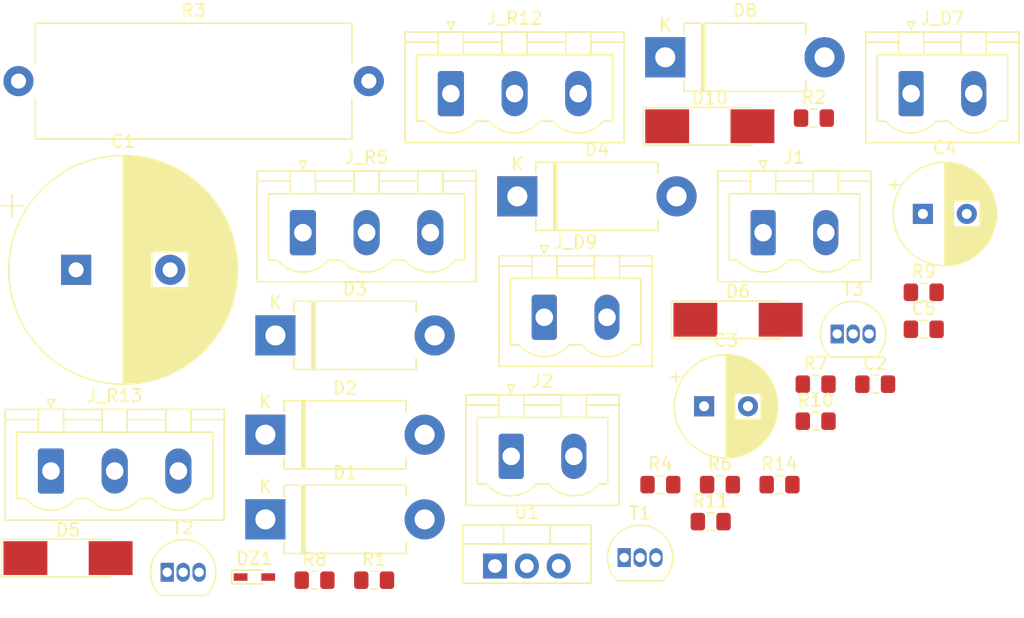
<source format=kicad_pcb>
(kicad_pcb (version 20171130) (host pcbnew "(5.1.5)-3")

  (general
    (thickness 1.6)
    (drawings 0)
    (tracks 0)
    (zones 0)
    (modules 36)
    (nets 22)
  )

  (page A4)
  (layers
    (0 F.Cu signal)
    (31 B.Cu signal)
    (32 B.Adhes user)
    (33 F.Adhes user)
    (34 B.Paste user)
    (35 F.Paste user)
    (36 B.SilkS user)
    (37 F.SilkS user)
    (38 B.Mask user)
    (39 F.Mask user)
    (40 Dwgs.User user)
    (41 Cmts.User user)
    (42 Eco1.User user)
    (43 Eco2.User user)
    (44 Edge.Cuts user)
    (45 Margin user)
    (46 B.CrtYd user)
    (47 F.CrtYd user)
    (48 B.Fab user)
    (49 F.Fab user)
  )

  (setup
    (last_trace_width 0.25)
    (trace_clearance 0.2)
    (zone_clearance 0.508)
    (zone_45_only no)
    (trace_min 0.2)
    (via_size 0.8)
    (via_drill 0.4)
    (via_min_size 0.4)
    (via_min_drill 0.3)
    (uvia_size 0.3)
    (uvia_drill 0.1)
    (uvias_allowed no)
    (uvia_min_size 0.2)
    (uvia_min_drill 0.1)
    (edge_width 0.05)
    (segment_width 0.2)
    (pcb_text_width 0.3)
    (pcb_text_size 1.5 1.5)
    (mod_edge_width 0.12)
    (mod_text_size 1 1)
    (mod_text_width 0.15)
    (pad_size 1.524 1.524)
    (pad_drill 0.762)
    (pad_to_mask_clearance 0.051)
    (solder_mask_min_width 0.25)
    (aux_axis_origin 0 0)
    (visible_elements FFFFFF7F)
    (pcbplotparams
      (layerselection 0x010fc_ffffffff)
      (usegerberextensions false)
      (usegerberattributes false)
      (usegerberadvancedattributes false)
      (creategerberjobfile false)
      (excludeedgelayer true)
      (linewidth 0.100000)
      (plotframeref false)
      (viasonmask false)
      (mode 1)
      (useauxorigin false)
      (hpglpennumber 1)
      (hpglpenspeed 20)
      (hpglpendiameter 15.000000)
      (psnegative false)
      (psa4output false)
      (plotreference true)
      (plotvalue true)
      (plotinvisibletext false)
      (padsonsilk false)
      (subtractmaskfromsilk false)
      (outputformat 1)
      (mirror false)
      (drillshape 1)
      (scaleselection 1)
      (outputdirectory ""))
  )

  (net 0 "")
  (net 1 GND)
  (net 2 +24V)
  (net 3 "Net-(C3-Pad2)")
  (net 4 "Net-(C4-Pad2)")
  (net 5 "Net-(C4-Pad1)")
  (net 6 "Net-(C5-Pad1)")
  (net 7 "Net-(D1-Pad2)")
  (net 8 "Net-(D8-Pad2)")
  (net 9 "Net-(D10-Pad1)")
  (net 10 "Net-(DZ1-Pad2)")
  (net 11 "Net-(J_D7-Pad1)")
  (net 12 "Net-(J_D9-Pad2)")
  (net 13 "Net-(J_D9-Pad1)")
  (net 14 "Net-(J_R5-Pad3)")
  (net 15 "Net-(J_R5-Pad2)")
  (net 16 "Net-(J_R12-Pad2)")
  (net 17 "Net-(J_R12-Pad1)")
  (net 18 "Net-(R6-Pad2)")
  (net 19 "Net-(R10-Pad2)")
  (net 20 "Net-(R8-Pad1)")
  (net 21 "Net-(R10-Pad1)")

  (net_class Default "Toto je výchozí třída sítě."
    (clearance 0.2)
    (trace_width 0.25)
    (via_dia 0.8)
    (via_drill 0.4)
    (uvia_dia 0.3)
    (uvia_drill 0.1)
    (add_net +24V)
    (add_net GND)
    (add_net "Net-(C3-Pad2)")
    (add_net "Net-(C4-Pad1)")
    (add_net "Net-(C4-Pad2)")
    (add_net "Net-(C5-Pad1)")
    (add_net "Net-(D1-Pad2)")
    (add_net "Net-(D10-Pad1)")
    (add_net "Net-(D8-Pad2)")
    (add_net "Net-(DZ1-Pad2)")
    (add_net "Net-(J_D7-Pad1)")
    (add_net "Net-(J_D9-Pad1)")
    (add_net "Net-(J_D9-Pad2)")
    (add_net "Net-(J_R12-Pad1)")
    (add_net "Net-(J_R12-Pad2)")
    (add_net "Net-(J_R5-Pad2)")
    (add_net "Net-(J_R5-Pad3)")
    (add_net "Net-(R10-Pad1)")
    (add_net "Net-(R10-Pad2)")
    (add_net "Net-(R6-Pad2)")
    (add_net "Net-(R8-Pad1)")
  )

  (module Package_TO_SOT_THT:TO-220-3_Vertical (layer F.Cu) (tedit 5AC8BA0D) (tstamp 5FE2E1BD)
    (at 239.27256 65.022)
    (descr "TO-220-3, Vertical, RM 2.54mm, see https://www.vishay.com/docs/66542/to-220-1.pdf")
    (tags "TO-220-3 Vertical RM 2.54mm")
    (path /5FE2C99F)
    (fp_text reference U1 (at 2.54 -4.27) (layer F.SilkS)
      (effects (font (size 1 1) (thickness 0.15)))
    )
    (fp_text value LM350_TO220 (at 2.54 2.5) (layer F.Fab)
      (effects (font (size 1 1) (thickness 0.15)))
    )
    (fp_text user %R (at 2.54 -4.27) (layer F.Fab)
      (effects (font (size 1 1) (thickness 0.15)))
    )
    (fp_line (start 7.79 -3.4) (end -2.71 -3.4) (layer F.CrtYd) (width 0.05))
    (fp_line (start 7.79 1.51) (end 7.79 -3.4) (layer F.CrtYd) (width 0.05))
    (fp_line (start -2.71 1.51) (end 7.79 1.51) (layer F.CrtYd) (width 0.05))
    (fp_line (start -2.71 -3.4) (end -2.71 1.51) (layer F.CrtYd) (width 0.05))
    (fp_line (start 4.391 -3.27) (end 4.391 -1.76) (layer F.SilkS) (width 0.12))
    (fp_line (start 0.69 -3.27) (end 0.69 -1.76) (layer F.SilkS) (width 0.12))
    (fp_line (start -2.58 -1.76) (end 7.66 -1.76) (layer F.SilkS) (width 0.12))
    (fp_line (start 7.66 -3.27) (end 7.66 1.371) (layer F.SilkS) (width 0.12))
    (fp_line (start -2.58 -3.27) (end -2.58 1.371) (layer F.SilkS) (width 0.12))
    (fp_line (start -2.58 1.371) (end 7.66 1.371) (layer F.SilkS) (width 0.12))
    (fp_line (start -2.58 -3.27) (end 7.66 -3.27) (layer F.SilkS) (width 0.12))
    (fp_line (start 4.39 -3.15) (end 4.39 -1.88) (layer F.Fab) (width 0.1))
    (fp_line (start 0.69 -3.15) (end 0.69 -1.88) (layer F.Fab) (width 0.1))
    (fp_line (start -2.46 -1.88) (end 7.54 -1.88) (layer F.Fab) (width 0.1))
    (fp_line (start 7.54 -3.15) (end -2.46 -3.15) (layer F.Fab) (width 0.1))
    (fp_line (start 7.54 1.25) (end 7.54 -3.15) (layer F.Fab) (width 0.1))
    (fp_line (start -2.46 1.25) (end 7.54 1.25) (layer F.Fab) (width 0.1))
    (fp_line (start -2.46 -3.15) (end -2.46 1.25) (layer F.Fab) (width 0.1))
    (pad 3 thru_hole oval (at 5.08 0) (size 1.905 2) (drill 1.1) (layers *.Cu *.Mask)
      (net 9 "Net-(D10-Pad1)"))
    (pad 2 thru_hole oval (at 2.54 0) (size 1.905 2) (drill 1.1) (layers *.Cu *.Mask)
      (net 6 "Net-(C5-Pad1)"))
    (pad 1 thru_hole rect (at 0 0) (size 1.905 2) (drill 1.1) (layers *.Cu *.Mask)
      (net 17 "Net-(J_R12-Pad1)"))
    (model ${KISYS3DMOD}/Package_TO_SOT_THT.3dshapes/TO-220-3_Vertical.wrl
      (at (xyz 0 0 0))
      (scale (xyz 1 1 1))
      (rotate (xyz 0 0 0))
    )
  )

  (module Package_TO_SOT_THT:TO-92_Inline (layer F.Cu) (tedit 5A1DD157) (tstamp 5FE2E1A3)
    (at 266.56256 46.512)
    (descr "TO-92 leads in-line, narrow, oval pads, drill 0.75mm (see NXP sot054_po.pdf)")
    (tags "to-92 sc-43 sc-43a sot54 PA33 transistor")
    (path /5FEAD965)
    (fp_text reference T3 (at 1.27 -3.56) (layer F.SilkS)
      (effects (font (size 1 1) (thickness 0.15)))
    )
    (fp_text value BC547 (at 1.27 2.79) (layer F.Fab)
      (effects (font (size 1 1) (thickness 0.15)))
    )
    (fp_arc (start 1.27 0) (end 1.27 -2.6) (angle 135) (layer F.SilkS) (width 0.12))
    (fp_arc (start 1.27 0) (end 1.27 -2.48) (angle -135) (layer F.Fab) (width 0.1))
    (fp_arc (start 1.27 0) (end 1.27 -2.6) (angle -135) (layer F.SilkS) (width 0.12))
    (fp_arc (start 1.27 0) (end 1.27 -2.48) (angle 135) (layer F.Fab) (width 0.1))
    (fp_line (start 4 2.01) (end -1.46 2.01) (layer F.CrtYd) (width 0.05))
    (fp_line (start 4 2.01) (end 4 -2.73) (layer F.CrtYd) (width 0.05))
    (fp_line (start -1.46 -2.73) (end -1.46 2.01) (layer F.CrtYd) (width 0.05))
    (fp_line (start -1.46 -2.73) (end 4 -2.73) (layer F.CrtYd) (width 0.05))
    (fp_line (start -0.5 1.75) (end 3 1.75) (layer F.Fab) (width 0.1))
    (fp_line (start -0.53 1.85) (end 3.07 1.85) (layer F.SilkS) (width 0.12))
    (fp_text user %R (at 1.27 -3.56) (layer F.Fab)
      (effects (font (size 1 1) (thickness 0.15)))
    )
    (pad 1 thru_hole rect (at 0 0) (size 1.05 1.5) (drill 0.75) (layers *.Cu *.Mask)
      (net 17 "Net-(J_R12-Pad1)"))
    (pad 3 thru_hole oval (at 2.54 0) (size 1.05 1.5) (drill 0.75) (layers *.Cu *.Mask)
      (net 11 "Net-(J_D7-Pad1)"))
    (pad 2 thru_hole oval (at 1.27 0) (size 1.05 1.5) (drill 0.75) (layers *.Cu *.Mask)
      (net 21 "Net-(R10-Pad1)"))
    (model ${KISYS3DMOD}/Package_TO_SOT_THT.3dshapes/TO-92_Inline.wrl
      (at (xyz 0 0 0))
      (scale (xyz 1 1 1))
      (rotate (xyz 0 0 0))
    )
  )

  (module Package_TO_SOT_THT:TO-92_Inline (layer F.Cu) (tedit 5A1DD157) (tstamp 5FE2E191)
    (at 213.13256 65.522)
    (descr "TO-92 leads in-line, narrow, oval pads, drill 0.75mm (see NXP sot054_po.pdf)")
    (tags "to-92 sc-43 sc-43a sot54 PA33 transistor")
    (path /5FE97604)
    (fp_text reference T2 (at 1.27 -3.56) (layer F.SilkS)
      (effects (font (size 1 1) (thickness 0.15)))
    )
    (fp_text value BC547 (at 1.27 2.79) (layer F.Fab)
      (effects (font (size 1 1) (thickness 0.15)))
    )
    (fp_arc (start 1.27 0) (end 1.27 -2.6) (angle 135) (layer F.SilkS) (width 0.12))
    (fp_arc (start 1.27 0) (end 1.27 -2.48) (angle -135) (layer F.Fab) (width 0.1))
    (fp_arc (start 1.27 0) (end 1.27 -2.6) (angle -135) (layer F.SilkS) (width 0.12))
    (fp_arc (start 1.27 0) (end 1.27 -2.48) (angle 135) (layer F.Fab) (width 0.1))
    (fp_line (start 4 2.01) (end -1.46 2.01) (layer F.CrtYd) (width 0.05))
    (fp_line (start 4 2.01) (end 4 -2.73) (layer F.CrtYd) (width 0.05))
    (fp_line (start -1.46 -2.73) (end -1.46 2.01) (layer F.CrtYd) (width 0.05))
    (fp_line (start -1.46 -2.73) (end 4 -2.73) (layer F.CrtYd) (width 0.05))
    (fp_line (start -0.5 1.75) (end 3 1.75) (layer F.Fab) (width 0.1))
    (fp_line (start -0.53 1.85) (end 3.07 1.85) (layer F.SilkS) (width 0.12))
    (fp_text user %R (at 1.27 -3.56) (layer F.Fab)
      (effects (font (size 1 1) (thickness 0.15)))
    )
    (pad 1 thru_hole rect (at 0 0) (size 1.05 1.5) (drill 0.75) (layers *.Cu *.Mask)
      (net 13 "Net-(J_D9-Pad1)"))
    (pad 3 thru_hole oval (at 2.54 0) (size 1.05 1.5) (drill 0.75) (layers *.Cu *.Mask)
      (net 11 "Net-(J_D7-Pad1)"))
    (pad 2 thru_hole oval (at 1.27 0) (size 1.05 1.5) (drill 0.75) (layers *.Cu *.Mask)
      (net 20 "Net-(R8-Pad1)"))
    (model ${KISYS3DMOD}/Package_TO_SOT_THT.3dshapes/TO-92_Inline.wrl
      (at (xyz 0 0 0))
      (scale (xyz 1 1 1))
      (rotate (xyz 0 0 0))
    )
  )

  (module Package_TO_SOT_THT:TO-92_Inline (layer F.Cu) (tedit 5A1DD157) (tstamp 5FE2E17F)
    (at 249.57256 64.352)
    (descr "TO-92 leads in-line, narrow, oval pads, drill 0.75mm (see NXP sot054_po.pdf)")
    (tags "to-92 sc-43 sc-43a sot54 PA33 transistor")
    (path /5FE7A5F3)
    (fp_text reference T1 (at 1.27 -3.56) (layer F.SilkS)
      (effects (font (size 1 1) (thickness 0.15)))
    )
    (fp_text value BC327 (at 1.27 2.79) (layer F.Fab)
      (effects (font (size 1 1) (thickness 0.15)))
    )
    (fp_arc (start 1.27 0) (end 1.27 -2.6) (angle 135) (layer F.SilkS) (width 0.12))
    (fp_arc (start 1.27 0) (end 1.27 -2.48) (angle -135) (layer F.Fab) (width 0.1))
    (fp_arc (start 1.27 0) (end 1.27 -2.6) (angle -135) (layer F.SilkS) (width 0.12))
    (fp_arc (start 1.27 0) (end 1.27 -2.48) (angle 135) (layer F.Fab) (width 0.1))
    (fp_line (start 4 2.01) (end -1.46 2.01) (layer F.CrtYd) (width 0.05))
    (fp_line (start 4 2.01) (end 4 -2.73) (layer F.CrtYd) (width 0.05))
    (fp_line (start -1.46 -2.73) (end -1.46 2.01) (layer F.CrtYd) (width 0.05))
    (fp_line (start -1.46 -2.73) (end 4 -2.73) (layer F.CrtYd) (width 0.05))
    (fp_line (start -0.5 1.75) (end 3 1.75) (layer F.Fab) (width 0.1))
    (fp_line (start -0.53 1.85) (end 3.07 1.85) (layer F.SilkS) (width 0.12))
    (fp_text user %R (at 1.27 -3.56) (layer F.Fab)
      (effects (font (size 1 1) (thickness 0.15)))
    )
    (pad 1 thru_hole rect (at 0 0) (size 1.05 1.5) (drill 0.75) (layers *.Cu *.Mask)
      (net 18 "Net-(R6-Pad2)"))
    (pad 3 thru_hole oval (at 2.54 0) (size 1.05 1.5) (drill 0.75) (layers *.Cu *.Mask)
      (net 15 "Net-(J_R5-Pad2)"))
    (pad 2 thru_hole oval (at 1.27 0) (size 1.05 1.5) (drill 0.75) (layers *.Cu *.Mask)
      (net 9 "Net-(D10-Pad1)"))
    (model ${KISYS3DMOD}/Package_TO_SOT_THT.3dshapes/TO-92_Inline.wrl
      (at (xyz 0 0 0))
      (scale (xyz 1 1 1))
      (rotate (xyz 0 0 0))
    )
  )

  (module Resistor_SMD:R_0805_2012Metric_Pad1.15x1.40mm_HandSolder (layer F.Cu) (tedit 5B36C52B) (tstamp 5FE2E16D)
    (at 261.96256 58.532)
    (descr "Resistor SMD 0805 (2012 Metric), square (rectangular) end terminal, IPC_7351 nominal with elongated pad for handsoldering. (Body size source: https://docs.google.com/spreadsheets/d/1BsfQQcO9C6DZCsRaXUlFlo91Tg2WpOkGARC1WS5S8t0/edit?usp=sharing), generated with kicad-footprint-generator")
    (tags "resistor handsolder")
    (path /5FE2B03E)
    (attr smd)
    (fp_text reference R14 (at 0 -1.65) (layer F.SilkS)
      (effects (font (size 1 1) (thickness 0.15)))
    )
    (fp_text value 1k2 (at 0 1.65) (layer F.Fab)
      (effects (font (size 1 1) (thickness 0.15)))
    )
    (fp_text user %R (at 0 0) (layer F.Fab)
      (effects (font (size 0.5 0.5) (thickness 0.08)))
    )
    (fp_line (start 1.85 0.95) (end -1.85 0.95) (layer F.CrtYd) (width 0.05))
    (fp_line (start 1.85 -0.95) (end 1.85 0.95) (layer F.CrtYd) (width 0.05))
    (fp_line (start -1.85 -0.95) (end 1.85 -0.95) (layer F.CrtYd) (width 0.05))
    (fp_line (start -1.85 0.95) (end -1.85 -0.95) (layer F.CrtYd) (width 0.05))
    (fp_line (start -0.261252 0.71) (end 0.261252 0.71) (layer F.SilkS) (width 0.12))
    (fp_line (start -0.261252 -0.71) (end 0.261252 -0.71) (layer F.SilkS) (width 0.12))
    (fp_line (start 1 0.6) (end -1 0.6) (layer F.Fab) (width 0.1))
    (fp_line (start 1 -0.6) (end 1 0.6) (layer F.Fab) (width 0.1))
    (fp_line (start -1 -0.6) (end 1 -0.6) (layer F.Fab) (width 0.1))
    (fp_line (start -1 0.6) (end -1 -0.6) (layer F.Fab) (width 0.1))
    (pad 2 smd roundrect (at 1.025 0) (size 1.15 1.4) (layers F.Cu F.Paste F.Mask) (roundrect_rratio 0.217391)
      (net 1 GND))
    (pad 1 smd roundrect (at -1.025 0) (size 1.15 1.4) (layers F.Cu F.Paste F.Mask) (roundrect_rratio 0.217391)
      (net 6 "Net-(C5-Pad1)"))
    (model ${KISYS3DMOD}/Resistor_SMD.3dshapes/R_0805_2012Metric.wrl
      (at (xyz 0 0 0))
      (scale (xyz 1 1 1))
      (rotate (xyz 0 0 0))
    )
  )

  (module Resistor_SMD:R_0805_2012Metric_Pad1.15x1.40mm_HandSolder (layer F.Cu) (tedit 5B36C52B) (tstamp 5FE2E15C)
    (at 256.47256 61.482)
    (descr "Resistor SMD 0805 (2012 Metric), square (rectangular) end terminal, IPC_7351 nominal with elongated pad for handsoldering. (Body size source: https://docs.google.com/spreadsheets/d/1BsfQQcO9C6DZCsRaXUlFlo91Tg2WpOkGARC1WS5S8t0/edit?usp=sharing), generated with kicad-footprint-generator")
    (tags "resistor handsolder")
    (path /5FE2AE51)
    (attr smd)
    (fp_text reference R11 (at 0 -1.65) (layer F.SilkS)
      (effects (font (size 1 1) (thickness 0.15)))
    )
    (fp_text value 4k7 (at 0 1.65) (layer F.Fab)
      (effects (font (size 1 1) (thickness 0.15)))
    )
    (fp_text user %R (at 0 0) (layer F.Fab)
      (effects (font (size 0.5 0.5) (thickness 0.08)))
    )
    (fp_line (start 1.85 0.95) (end -1.85 0.95) (layer F.CrtYd) (width 0.05))
    (fp_line (start 1.85 -0.95) (end 1.85 0.95) (layer F.CrtYd) (width 0.05))
    (fp_line (start -1.85 -0.95) (end 1.85 -0.95) (layer F.CrtYd) (width 0.05))
    (fp_line (start -1.85 0.95) (end -1.85 -0.95) (layer F.CrtYd) (width 0.05))
    (fp_line (start -0.261252 0.71) (end 0.261252 0.71) (layer F.SilkS) (width 0.12))
    (fp_line (start -0.261252 -0.71) (end 0.261252 -0.71) (layer F.SilkS) (width 0.12))
    (fp_line (start 1 0.6) (end -1 0.6) (layer F.Fab) (width 0.1))
    (fp_line (start 1 -0.6) (end 1 0.6) (layer F.Fab) (width 0.1))
    (fp_line (start -1 -0.6) (end 1 -0.6) (layer F.Fab) (width 0.1))
    (fp_line (start -1 0.6) (end -1 -0.6) (layer F.Fab) (width 0.1))
    (pad 2 smd roundrect (at 1.025 0) (size 1.15 1.4) (layers F.Cu F.Paste F.Mask) (roundrect_rratio 0.217391)
      (net 17 "Net-(J_R12-Pad1)"))
    (pad 1 smd roundrect (at -1.025 0) (size 1.15 1.4) (layers F.Cu F.Paste F.Mask) (roundrect_rratio 0.217391)
      (net 6 "Net-(C5-Pad1)"))
    (model ${KISYS3DMOD}/Resistor_SMD.3dshapes/R_0805_2012Metric.wrl
      (at (xyz 0 0 0))
      (scale (xyz 1 1 1))
      (rotate (xyz 0 0 0))
    )
  )

  (module Resistor_SMD:R_0805_2012Metric_Pad1.15x1.40mm_HandSolder (layer F.Cu) (tedit 5B36C52B) (tstamp 5FE2E14B)
    (at 264.84256 53.472)
    (descr "Resistor SMD 0805 (2012 Metric), square (rectangular) end terminal, IPC_7351 nominal with elongated pad for handsoldering. (Body size source: https://docs.google.com/spreadsheets/d/1BsfQQcO9C6DZCsRaXUlFlo91Tg2WpOkGARC1WS5S8t0/edit?usp=sharing), generated with kicad-footprint-generator")
    (tags "resistor handsolder")
    (path /5FE2AC33)
    (attr smd)
    (fp_text reference R10 (at 0 -1.65) (layer F.SilkS)
      (effects (font (size 1 1) (thickness 0.15)))
    )
    (fp_text value 220R (at 0 1.65) (layer F.Fab)
      (effects (font (size 1 1) (thickness 0.15)))
    )
    (fp_text user %R (at 0 0) (layer F.Fab)
      (effects (font (size 0.5 0.5) (thickness 0.08)))
    )
    (fp_line (start 1.85 0.95) (end -1.85 0.95) (layer F.CrtYd) (width 0.05))
    (fp_line (start 1.85 -0.95) (end 1.85 0.95) (layer F.CrtYd) (width 0.05))
    (fp_line (start -1.85 -0.95) (end 1.85 -0.95) (layer F.CrtYd) (width 0.05))
    (fp_line (start -1.85 0.95) (end -1.85 -0.95) (layer F.CrtYd) (width 0.05))
    (fp_line (start -0.261252 0.71) (end 0.261252 0.71) (layer F.SilkS) (width 0.12))
    (fp_line (start -0.261252 -0.71) (end 0.261252 -0.71) (layer F.SilkS) (width 0.12))
    (fp_line (start 1 0.6) (end -1 0.6) (layer F.Fab) (width 0.1))
    (fp_line (start 1 -0.6) (end 1 0.6) (layer F.Fab) (width 0.1))
    (fp_line (start -1 -0.6) (end 1 -0.6) (layer F.Fab) (width 0.1))
    (fp_line (start -1 0.6) (end -1 -0.6) (layer F.Fab) (width 0.1))
    (pad 2 smd roundrect (at 1.025 0) (size 1.15 1.4) (layers F.Cu F.Paste F.Mask) (roundrect_rratio 0.217391)
      (net 19 "Net-(R10-Pad2)"))
    (pad 1 smd roundrect (at -1.025 0) (size 1.15 1.4) (layers F.Cu F.Paste F.Mask) (roundrect_rratio 0.217391)
      (net 21 "Net-(R10-Pad1)"))
    (model ${KISYS3DMOD}/Resistor_SMD.3dshapes/R_0805_2012Metric.wrl
      (at (xyz 0 0 0))
      (scale (xyz 1 1 1))
      (rotate (xyz 0 0 0))
    )
  )

  (module Resistor_SMD:R_0805_2012Metric_Pad1.15x1.40mm_HandSolder (layer F.Cu) (tedit 5B36C52B) (tstamp 5FE2E13A)
    (at 273.46256 43.192)
    (descr "Resistor SMD 0805 (2012 Metric), square (rectangular) end terminal, IPC_7351 nominal with elongated pad for handsoldering. (Body size source: https://docs.google.com/spreadsheets/d/1BsfQQcO9C6DZCsRaXUlFlo91Tg2WpOkGARC1WS5S8t0/edit?usp=sharing), generated with kicad-footprint-generator")
    (tags "resistor handsolder")
    (path /5FE29BD7)
    (attr smd)
    (fp_text reference R9 (at 0 -1.65) (layer F.SilkS)
      (effects (font (size 1 1) (thickness 0.15)))
    )
    (fp_text value 30k (at 0 1.65) (layer F.Fab)
      (effects (font (size 1 1) (thickness 0.15)))
    )
    (fp_text user %R (at 0 0) (layer F.Fab)
      (effects (font (size 0.5 0.5) (thickness 0.08)))
    )
    (fp_line (start 1.85 0.95) (end -1.85 0.95) (layer F.CrtYd) (width 0.05))
    (fp_line (start 1.85 -0.95) (end 1.85 0.95) (layer F.CrtYd) (width 0.05))
    (fp_line (start -1.85 -0.95) (end 1.85 -0.95) (layer F.CrtYd) (width 0.05))
    (fp_line (start -1.85 0.95) (end -1.85 -0.95) (layer F.CrtYd) (width 0.05))
    (fp_line (start -0.261252 0.71) (end 0.261252 0.71) (layer F.SilkS) (width 0.12))
    (fp_line (start -0.261252 -0.71) (end 0.261252 -0.71) (layer F.SilkS) (width 0.12))
    (fp_line (start 1 0.6) (end -1 0.6) (layer F.Fab) (width 0.1))
    (fp_line (start 1 -0.6) (end 1 0.6) (layer F.Fab) (width 0.1))
    (fp_line (start -1 -0.6) (end 1 -0.6) (layer F.Fab) (width 0.1))
    (fp_line (start -1 0.6) (end -1 -0.6) (layer F.Fab) (width 0.1))
    (pad 2 smd roundrect (at 1.025 0) (size 1.15 1.4) (layers F.Cu F.Paste F.Mask) (roundrect_rratio 0.217391)
      (net 2 +24V))
    (pad 1 smd roundrect (at -1.025 0) (size 1.15 1.4) (layers F.Cu F.Paste F.Mask) (roundrect_rratio 0.217391)
      (net 12 "Net-(J_D9-Pad2)"))
    (model ${KISYS3DMOD}/Resistor_SMD.3dshapes/R_0805_2012Metric.wrl
      (at (xyz 0 0 0))
      (scale (xyz 1 1 1))
      (rotate (xyz 0 0 0))
    )
  )

  (module Resistor_SMD:R_0805_2012Metric_Pad1.15x1.40mm_HandSolder (layer F.Cu) (tedit 5B36C52B) (tstamp 5FE2E129)
    (at 224.88256 66.152)
    (descr "Resistor SMD 0805 (2012 Metric), square (rectangular) end terminal, IPC_7351 nominal with elongated pad for handsoldering. (Body size source: https://docs.google.com/spreadsheets/d/1BsfQQcO9C6DZCsRaXUlFlo91Tg2WpOkGARC1WS5S8t0/edit?usp=sharing), generated with kicad-footprint-generator")
    (tags "resistor handsolder")
    (path /5FE2A4D5)
    (attr smd)
    (fp_text reference R8 (at 0 -1.65) (layer F.SilkS)
      (effects (font (size 1 1) (thickness 0.15)))
    )
    (fp_text value 220R (at 0 1.65) (layer F.Fab)
      (effects (font (size 1 1) (thickness 0.15)))
    )
    (fp_text user %R (at 0 0) (layer F.Fab)
      (effects (font (size 0.5 0.5) (thickness 0.08)))
    )
    (fp_line (start 1.85 0.95) (end -1.85 0.95) (layer F.CrtYd) (width 0.05))
    (fp_line (start 1.85 -0.95) (end 1.85 0.95) (layer F.CrtYd) (width 0.05))
    (fp_line (start -1.85 -0.95) (end 1.85 -0.95) (layer F.CrtYd) (width 0.05))
    (fp_line (start -1.85 0.95) (end -1.85 -0.95) (layer F.CrtYd) (width 0.05))
    (fp_line (start -0.261252 0.71) (end 0.261252 0.71) (layer F.SilkS) (width 0.12))
    (fp_line (start -0.261252 -0.71) (end 0.261252 -0.71) (layer F.SilkS) (width 0.12))
    (fp_line (start 1 0.6) (end -1 0.6) (layer F.Fab) (width 0.1))
    (fp_line (start 1 -0.6) (end 1 0.6) (layer F.Fab) (width 0.1))
    (fp_line (start -1 -0.6) (end 1 -0.6) (layer F.Fab) (width 0.1))
    (fp_line (start -1 0.6) (end -1 -0.6) (layer F.Fab) (width 0.1))
    (pad 2 smd roundrect (at 1.025 0) (size 1.15 1.4) (layers F.Cu F.Paste F.Mask) (roundrect_rratio 0.217391)
      (net 19 "Net-(R10-Pad2)"))
    (pad 1 smd roundrect (at -1.025 0) (size 1.15 1.4) (layers F.Cu F.Paste F.Mask) (roundrect_rratio 0.217391)
      (net 20 "Net-(R8-Pad1)"))
    (model ${KISYS3DMOD}/Resistor_SMD.3dshapes/R_0805_2012Metric.wrl
      (at (xyz 0 0 0))
      (scale (xyz 1 1 1))
      (rotate (xyz 0 0 0))
    )
  )

  (module Resistor_SMD:R_0805_2012Metric_Pad1.15x1.40mm_HandSolder (layer F.Cu) (tedit 5B36C52B) (tstamp 5FE2E118)
    (at 264.84256 50.522)
    (descr "Resistor SMD 0805 (2012 Metric), square (rectangular) end terminal, IPC_7351 nominal with elongated pad for handsoldering. (Body size source: https://docs.google.com/spreadsheets/d/1BsfQQcO9C6DZCsRaXUlFlo91Tg2WpOkGARC1WS5S8t0/edit?usp=sharing), generated with kicad-footprint-generator")
    (tags "resistor handsolder")
    (path /5FE2AA03)
    (attr smd)
    (fp_text reference R7 (at 0 -1.65) (layer F.SilkS)
      (effects (font (size 1 1) (thickness 0.15)))
    )
    (fp_text value 2k7 (at 0 1.65) (layer F.Fab)
      (effects (font (size 1 1) (thickness 0.15)))
    )
    (fp_text user %R (at 0 0) (layer F.Fab)
      (effects (font (size 0.5 0.5) (thickness 0.08)))
    )
    (fp_line (start 1.85 0.95) (end -1.85 0.95) (layer F.CrtYd) (width 0.05))
    (fp_line (start 1.85 -0.95) (end 1.85 0.95) (layer F.CrtYd) (width 0.05))
    (fp_line (start -1.85 -0.95) (end 1.85 -0.95) (layer F.CrtYd) (width 0.05))
    (fp_line (start -1.85 0.95) (end -1.85 -0.95) (layer F.CrtYd) (width 0.05))
    (fp_line (start -0.261252 0.71) (end 0.261252 0.71) (layer F.SilkS) (width 0.12))
    (fp_line (start -0.261252 -0.71) (end 0.261252 -0.71) (layer F.SilkS) (width 0.12))
    (fp_line (start 1 0.6) (end -1 0.6) (layer F.Fab) (width 0.1))
    (fp_line (start 1 -0.6) (end 1 0.6) (layer F.Fab) (width 0.1))
    (fp_line (start -1 -0.6) (end 1 -0.6) (layer F.Fab) (width 0.1))
    (fp_line (start -1 0.6) (end -1 -0.6) (layer F.Fab) (width 0.1))
    (pad 2 smd roundrect (at 1.025 0) (size 1.15 1.4) (layers F.Cu F.Paste F.Mask) (roundrect_rratio 0.217391)
      (net 11 "Net-(J_D7-Pad1)"))
    (pad 1 smd roundrect (at -1.025 0) (size 1.15 1.4) (layers F.Cu F.Paste F.Mask) (roundrect_rratio 0.217391)
      (net 19 "Net-(R10-Pad2)"))
    (model ${KISYS3DMOD}/Resistor_SMD.3dshapes/R_0805_2012Metric.wrl
      (at (xyz 0 0 0))
      (scale (xyz 1 1 1))
      (rotate (xyz 0 0 0))
    )
  )

  (module Resistor_SMD:R_0805_2012Metric_Pad1.15x1.40mm_HandSolder (layer F.Cu) (tedit 5B36C52B) (tstamp 5FE2E107)
    (at 257.21256 58.532)
    (descr "Resistor SMD 0805 (2012 Metric), square (rectangular) end terminal, IPC_7351 nominal with elongated pad for handsoldering. (Body size source: https://docs.google.com/spreadsheets/d/1BsfQQcO9C6DZCsRaXUlFlo91Tg2WpOkGARC1WS5S8t0/edit?usp=sharing), generated with kicad-footprint-generator")
    (tags "resistor handsolder")
    (path /5FE29937)
    (attr smd)
    (fp_text reference R6 (at 0 -1.65) (layer F.SilkS)
      (effects (font (size 1 1) (thickness 0.15)))
    )
    (fp_text value 30k (at 0 1.65) (layer F.Fab)
      (effects (font (size 1 1) (thickness 0.15)))
    )
    (fp_text user %R (at 0 0) (layer F.Fab)
      (effects (font (size 0.5 0.5) (thickness 0.08)))
    )
    (fp_line (start 1.85 0.95) (end -1.85 0.95) (layer F.CrtYd) (width 0.05))
    (fp_line (start 1.85 -0.95) (end 1.85 0.95) (layer F.CrtYd) (width 0.05))
    (fp_line (start -1.85 -0.95) (end 1.85 -0.95) (layer F.CrtYd) (width 0.05))
    (fp_line (start -1.85 0.95) (end -1.85 -0.95) (layer F.CrtYd) (width 0.05))
    (fp_line (start -0.261252 0.71) (end 0.261252 0.71) (layer F.SilkS) (width 0.12))
    (fp_line (start -0.261252 -0.71) (end 0.261252 -0.71) (layer F.SilkS) (width 0.12))
    (fp_line (start 1 0.6) (end -1 0.6) (layer F.Fab) (width 0.1))
    (fp_line (start 1 -0.6) (end 1 0.6) (layer F.Fab) (width 0.1))
    (fp_line (start -1 -0.6) (end 1 -0.6) (layer F.Fab) (width 0.1))
    (fp_line (start -1 0.6) (end -1 -0.6) (layer F.Fab) (width 0.1))
    (pad 2 smd roundrect (at 1.025 0) (size 1.15 1.4) (layers F.Cu F.Paste F.Mask) (roundrect_rratio 0.217391)
      (net 18 "Net-(R6-Pad2)"))
    (pad 1 smd roundrect (at -1.025 0) (size 1.15 1.4) (layers F.Cu F.Paste F.Mask) (roundrect_rratio 0.217391)
      (net 19 "Net-(R10-Pad2)"))
    (model ${KISYS3DMOD}/Resistor_SMD.3dshapes/R_0805_2012Metric.wrl
      (at (xyz 0 0 0))
      (scale (xyz 1 1 1))
      (rotate (xyz 0 0 0))
    )
  )

  (module Resistor_SMD:R_0805_2012Metric_Pad1.15x1.40mm_HandSolder (layer F.Cu) (tedit 5B36C52B) (tstamp 5FE2E0F6)
    (at 252.46256 58.532)
    (descr "Resistor SMD 0805 (2012 Metric), square (rectangular) end terminal, IPC_7351 nominal with elongated pad for handsoldering. (Body size source: https://docs.google.com/spreadsheets/d/1BsfQQcO9C6DZCsRaXUlFlo91Tg2WpOkGARC1WS5S8t0/edit?usp=sharing), generated with kicad-footprint-generator")
    (tags "resistor handsolder")
    (path /5FE2A0C2)
    (attr smd)
    (fp_text reference R4 (at 0 -1.65) (layer F.SilkS)
      (effects (font (size 1 1) (thickness 0.15)))
    )
    (fp_text value 680R (at 0 1.65) (layer F.Fab)
      (effects (font (size 1 1) (thickness 0.15)))
    )
    (fp_text user %R (at 0 0) (layer F.Fab)
      (effects (font (size 0.5 0.5) (thickness 0.08)))
    )
    (fp_line (start 1.85 0.95) (end -1.85 0.95) (layer F.CrtYd) (width 0.05))
    (fp_line (start 1.85 -0.95) (end 1.85 0.95) (layer F.CrtYd) (width 0.05))
    (fp_line (start -1.85 -0.95) (end 1.85 -0.95) (layer F.CrtYd) (width 0.05))
    (fp_line (start -1.85 0.95) (end -1.85 -0.95) (layer F.CrtYd) (width 0.05))
    (fp_line (start -0.261252 0.71) (end 0.261252 0.71) (layer F.SilkS) (width 0.12))
    (fp_line (start -0.261252 -0.71) (end 0.261252 -0.71) (layer F.SilkS) (width 0.12))
    (fp_line (start 1 0.6) (end -1 0.6) (layer F.Fab) (width 0.1))
    (fp_line (start 1 -0.6) (end 1 0.6) (layer F.Fab) (width 0.1))
    (fp_line (start -1 -0.6) (end 1 -0.6) (layer F.Fab) (width 0.1))
    (fp_line (start -1 0.6) (end -1 -0.6) (layer F.Fab) (width 0.1))
    (pad 2 smd roundrect (at 1.025 0) (size 1.15 1.4) (layers F.Cu F.Paste F.Mask) (roundrect_rratio 0.217391)
      (net 14 "Net-(J_R5-Pad3)"))
    (pad 1 smd roundrect (at -1.025 0) (size 1.15 1.4) (layers F.Cu F.Paste F.Mask) (roundrect_rratio 0.217391)
      (net 9 "Net-(D10-Pad1)"))
    (model ${KISYS3DMOD}/Resistor_SMD.3dshapes/R_0805_2012Metric.wrl
      (at (xyz 0 0 0))
      (scale (xyz 1 1 1))
      (rotate (xyz 0 0 0))
    )
  )

  (module Resistor_THT:R_Axial_Power_L25.0mm_W9.0mm_P27.94mm (layer F.Cu) (tedit 5AE5139B) (tstamp 5FE2E0E5)
    (at 201.27256 26.352)
    (descr "Resistor, Axial_Power series, Box, pin pitch=27.94mm, 7W, length*width*height=25*9*9mm^3, http://cdn-reichelt.de/documents/datenblatt/B400/5WAXIAL_9WAXIAL_11WAXIAL_17WAXIAL%23YAG.pdf")
    (tags "Resistor Axial_Power series Box pin pitch 27.94mm 7W length 25mm width 9mm height 9mm")
    (path /5FE2A276)
    (fp_text reference R3 (at 13.97 -5.62) (layer F.SilkS)
      (effects (font (size 1 1) (thickness 0.15)))
    )
    (fp_text value 0R27 (at 13.97 5.62) (layer F.Fab)
      (effects (font (size 1 1) (thickness 0.15)))
    )
    (fp_text user %R (at 13.97 0) (layer F.Fab)
      (effects (font (size 1 1) (thickness 0.15)))
    )
    (fp_line (start 29.39 -4.75) (end -1.45 -4.75) (layer F.CrtYd) (width 0.05))
    (fp_line (start 29.39 4.75) (end 29.39 -4.75) (layer F.CrtYd) (width 0.05))
    (fp_line (start -1.45 4.75) (end 29.39 4.75) (layer F.CrtYd) (width 0.05))
    (fp_line (start -1.45 -4.75) (end -1.45 4.75) (layer F.CrtYd) (width 0.05))
    (fp_line (start 26.59 4.62) (end 26.59 1.44) (layer F.SilkS) (width 0.12))
    (fp_line (start 1.35 4.62) (end 26.59 4.62) (layer F.SilkS) (width 0.12))
    (fp_line (start 1.35 1.44) (end 1.35 4.62) (layer F.SilkS) (width 0.12))
    (fp_line (start 26.59 -4.62) (end 26.59 -1.44) (layer F.SilkS) (width 0.12))
    (fp_line (start 1.35 -4.62) (end 26.59 -4.62) (layer F.SilkS) (width 0.12))
    (fp_line (start 1.35 -1.44) (end 1.35 -4.62) (layer F.SilkS) (width 0.12))
    (fp_line (start 27.94 0) (end 26.47 0) (layer F.Fab) (width 0.1))
    (fp_line (start 0 0) (end 1.47 0) (layer F.Fab) (width 0.1))
    (fp_line (start 26.47 -4.5) (end 1.47 -4.5) (layer F.Fab) (width 0.1))
    (fp_line (start 26.47 4.5) (end 26.47 -4.5) (layer F.Fab) (width 0.1))
    (fp_line (start 1.47 4.5) (end 26.47 4.5) (layer F.Fab) (width 0.1))
    (fp_line (start 1.47 -4.5) (end 1.47 4.5) (layer F.Fab) (width 0.1))
    (pad 2 thru_hole oval (at 27.94 0) (size 2.4 2.4) (drill 1.2) (layers *.Cu *.Mask)
      (net 2 +24V))
    (pad 1 thru_hole circle (at 0 0) (size 2.4 2.4) (drill 1.2) (layers *.Cu *.Mask)
      (net 8 "Net-(D8-Pad2)"))
    (model ${KISYS3DMOD}/Resistor_THT.3dshapes/R_Axial_Power_L25.0mm_W9.0mm_P27.94mm.wrl
      (at (xyz 0 0 0))
      (scale (xyz 1 1 1))
      (rotate (xyz 0 0 0))
    )
  )

  (module Resistor_SMD:R_0805_2012Metric_Pad1.15x1.40mm_HandSolder (layer F.Cu) (tedit 5B36C52B) (tstamp 5FE2E0CE)
    (at 264.70256 29.302)
    (descr "Resistor SMD 0805 (2012 Metric), square (rectangular) end terminal, IPC_7351 nominal with elongated pad for handsoldering. (Body size source: https://docs.google.com/spreadsheets/d/1BsfQQcO9C6DZCsRaXUlFlo91Tg2WpOkGARC1WS5S8t0/edit?usp=sharing), generated with kicad-footprint-generator")
    (tags "resistor handsolder")
    (path /5FE5CBA3)
    (attr smd)
    (fp_text reference R2 (at 0 -1.65) (layer F.SilkS)
      (effects (font (size 1 1) (thickness 0.15)))
    )
    (fp_text value 2k7 (at 0 1.65) (layer F.Fab)
      (effects (font (size 1 1) (thickness 0.15)))
    )
    (fp_text user %R (at 0 0) (layer F.Fab)
      (effects (font (size 0.5 0.5) (thickness 0.08)))
    )
    (fp_line (start 1.85 0.95) (end -1.85 0.95) (layer F.CrtYd) (width 0.05))
    (fp_line (start 1.85 -0.95) (end 1.85 0.95) (layer F.CrtYd) (width 0.05))
    (fp_line (start -1.85 -0.95) (end 1.85 -0.95) (layer F.CrtYd) (width 0.05))
    (fp_line (start -1.85 0.95) (end -1.85 -0.95) (layer F.CrtYd) (width 0.05))
    (fp_line (start -0.261252 0.71) (end 0.261252 0.71) (layer F.SilkS) (width 0.12))
    (fp_line (start -0.261252 -0.71) (end 0.261252 -0.71) (layer F.SilkS) (width 0.12))
    (fp_line (start 1 0.6) (end -1 0.6) (layer F.Fab) (width 0.1))
    (fp_line (start 1 -0.6) (end 1 0.6) (layer F.Fab) (width 0.1))
    (fp_line (start -1 -0.6) (end 1 -0.6) (layer F.Fab) (width 0.1))
    (fp_line (start -1 0.6) (end -1 -0.6) (layer F.Fab) (width 0.1))
    (pad 2 smd roundrect (at 1.025 0) (size 1.15 1.4) (layers F.Cu F.Paste F.Mask) (roundrect_rratio 0.217391)
      (net 3 "Net-(C3-Pad2)"))
    (pad 1 smd roundrect (at -1.025 0) (size 1.15 1.4) (layers F.Cu F.Paste F.Mask) (roundrect_rratio 0.217391)
      (net 11 "Net-(J_D7-Pad1)"))
    (model ${KISYS3DMOD}/Resistor_SMD.3dshapes/R_0805_2012Metric.wrl
      (at (xyz 0 0 0))
      (scale (xyz 1 1 1))
      (rotate (xyz 0 0 0))
    )
  )

  (module Resistor_SMD:R_0805_2012Metric_Pad1.15x1.40mm_HandSolder (layer F.Cu) (tedit 5B36C52B) (tstamp 5FE2E0BD)
    (at 229.63256 66.152)
    (descr "Resistor SMD 0805 (2012 Metric), square (rectangular) end terminal, IPC_7351 nominal with elongated pad for handsoldering. (Body size source: https://docs.google.com/spreadsheets/d/1BsfQQcO9C6DZCsRaXUlFlo91Tg2WpOkGARC1WS5S8t0/edit?usp=sharing), generated with kicad-footprint-generator")
    (tags "resistor handsolder")
    (path /5FE292EC)
    (attr smd)
    (fp_text reference R1 (at 0 -1.65) (layer F.SilkS)
      (effects (font (size 1 1) (thickness 0.15)))
    )
    (fp_text value 2k7 (at 0 1.65) (layer F.Fab)
      (effects (font (size 1 1) (thickness 0.15)))
    )
    (fp_text user %R (at 0 0) (layer F.Fab)
      (effects (font (size 0.5 0.5) (thickness 0.08)))
    )
    (fp_line (start 1.85 0.95) (end -1.85 0.95) (layer F.CrtYd) (width 0.05))
    (fp_line (start 1.85 -0.95) (end 1.85 0.95) (layer F.CrtYd) (width 0.05))
    (fp_line (start -1.85 -0.95) (end 1.85 -0.95) (layer F.CrtYd) (width 0.05))
    (fp_line (start -1.85 0.95) (end -1.85 -0.95) (layer F.CrtYd) (width 0.05))
    (fp_line (start -0.261252 0.71) (end 0.261252 0.71) (layer F.SilkS) (width 0.12))
    (fp_line (start -0.261252 -0.71) (end 0.261252 -0.71) (layer F.SilkS) (width 0.12))
    (fp_line (start 1 0.6) (end -1 0.6) (layer F.Fab) (width 0.1))
    (fp_line (start 1 -0.6) (end 1 0.6) (layer F.Fab) (width 0.1))
    (fp_line (start -1 -0.6) (end 1 -0.6) (layer F.Fab) (width 0.1))
    (fp_line (start -1 0.6) (end -1 -0.6) (layer F.Fab) (width 0.1))
    (pad 2 smd roundrect (at 1.025 0) (size 1.15 1.4) (layers F.Cu F.Paste F.Mask) (roundrect_rratio 0.217391)
      (net 1 GND))
    (pad 1 smd roundrect (at -1.025 0) (size 1.15 1.4) (layers F.Cu F.Paste F.Mask) (roundrect_rratio 0.217391)
      (net 2 +24V))
    (model ${KISYS3DMOD}/Resistor_SMD.3dshapes/R_0805_2012Metric.wrl
      (at (xyz 0 0 0))
      (scale (xyz 1 1 1))
      (rotate (xyz 0 0 0))
    )
  )

  (module Connector_Phoenix_MSTB:PhoenixContact_MSTBVA_2,5_3-G-5,08_1x03_P5.08mm_Vertical (layer F.Cu) (tedit 5B785047) (tstamp 5FE2E0AC)
    (at 203.86256 57.447)
    (descr "Generic Phoenix Contact connector footprint for: MSTBVA_2,5/3-G-5,08; number of pins: 03; pin pitch: 5.08mm; Vertical || order number: 1755749 12A || order number: 1924318 16A (HC)")
    (tags "phoenix_contact connector MSTBVA_01x03_G_5.08mm")
    (path /5FF17C06)
    (fp_text reference J_R13 (at 5.08 -6) (layer F.SilkS)
      (effects (font (size 1 1) (thickness 0.15)))
    )
    (fp_text value 5k (at 5.08 5) (layer F.Fab)
      (effects (font (size 1 1) (thickness 0.15)))
    )
    (fp_text user %R (at 5.08 -4.1) (layer F.Fab)
      (effects (font (size 1 1) (thickness 0.15)))
    )
    (fp_line (start -0.5 -3.55) (end 0.5 -3.55) (layer F.Fab) (width 0.1))
    (fp_line (start 0 -2.55) (end -0.5 -3.55) (layer F.Fab) (width 0.1))
    (fp_line (start 0.5 -3.55) (end 0 -2.55) (layer F.Fab) (width 0.1))
    (fp_line (start -0.3 -5.71) (end 0.3 -5.71) (layer F.SilkS) (width 0.12))
    (fp_line (start 0 -5.11) (end -0.3 -5.71) (layer F.SilkS) (width 0.12))
    (fp_line (start 0.3 -5.71) (end 0 -5.11) (layer F.SilkS) (width 0.12))
    (fp_line (start 14.2 -5.3) (end -4.04 -5.3) (layer F.CrtYd) (width 0.05))
    (fp_line (start 14.2 4.3) (end 14.2 -5.3) (layer F.CrtYd) (width 0.05))
    (fp_line (start -4.04 4.3) (end 14.2 4.3) (layer F.CrtYd) (width 0.05))
    (fp_line (start -4.04 -5.3) (end -4.04 4.3) (layer F.CrtYd) (width 0.05))
    (fp_line (start 12.9 2.2) (end 12.16 2.2) (layer F.SilkS) (width 0.12))
    (fp_line (start 12.9 -3.1) (end 12.9 2.2) (layer F.SilkS) (width 0.12))
    (fp_line (start -2.74 -3.1) (end 12.9 -3.1) (layer F.SilkS) (width 0.12))
    (fp_line (start -2.74 2.2) (end -2.74 -3.1) (layer F.SilkS) (width 0.12))
    (fp_line (start -2 2.2) (end -2.74 2.2) (layer F.SilkS) (width 0.12))
    (fp_line (start 7.08 2.2) (end 8.16 2.2) (layer F.SilkS) (width 0.12))
    (fp_line (start 2 2.2) (end 3.08 2.2) (layer F.SilkS) (width 0.12))
    (fp_line (start 11.16 -3.1) (end 9.16 -3.1) (layer F.SilkS) (width 0.12))
    (fp_line (start 11.16 -4.91) (end 11.16 -3.1) (layer F.SilkS) (width 0.12))
    (fp_line (start 9.16 -4.91) (end 11.16 -4.91) (layer F.SilkS) (width 0.12))
    (fp_line (start 9.16 -3.1) (end 9.16 -4.91) (layer F.SilkS) (width 0.12))
    (fp_line (start 6.08 -3.1) (end 4.08 -3.1) (layer F.SilkS) (width 0.12))
    (fp_line (start 6.08 -4.91) (end 6.08 -3.1) (layer F.SilkS) (width 0.12))
    (fp_line (start 4.08 -4.91) (end 6.08 -4.91) (layer F.SilkS) (width 0.12))
    (fp_line (start 4.08 -3.1) (end 4.08 -4.91) (layer F.SilkS) (width 0.12))
    (fp_line (start 1 -3.1) (end -1 -3.1) (layer F.SilkS) (width 0.12))
    (fp_line (start 1 -4.91) (end 1 -3.1) (layer F.SilkS) (width 0.12))
    (fp_line (start -1 -4.91) (end 1 -4.91) (layer F.SilkS) (width 0.12))
    (fp_line (start -1 -3.1) (end -1 -4.91) (layer F.SilkS) (width 0.12))
    (fp_line (start 6.08 -4.1) (end 9.16 -4.1) (layer F.SilkS) (width 0.12))
    (fp_line (start 1 -4.1) (end 4.08 -4.1) (layer F.SilkS) (width 0.12))
    (fp_line (start 13.81 -4.1) (end 11.27 -4.1) (layer F.SilkS) (width 0.12))
    (fp_line (start -3.65 -4.1) (end -1.11 -4.1) (layer F.SilkS) (width 0.12))
    (fp_line (start 13.7 -4.8) (end -3.54 -4.8) (layer F.Fab) (width 0.1))
    (fp_line (start 13.7 3.8) (end 13.7 -4.8) (layer F.Fab) (width 0.1))
    (fp_line (start -3.54 3.8) (end 13.7 3.8) (layer F.Fab) (width 0.1))
    (fp_line (start -3.54 -4.8) (end -3.54 3.8) (layer F.Fab) (width 0.1))
    (fp_line (start 13.81 -4.91) (end -3.65 -4.91) (layer F.SilkS) (width 0.12))
    (fp_line (start 13.81 3.91) (end 13.81 -4.91) (layer F.SilkS) (width 0.12))
    (fp_line (start -3.65 3.91) (end 13.81 3.91) (layer F.SilkS) (width 0.12))
    (fp_line (start -3.65 -4.91) (end -3.65 3.91) (layer F.SilkS) (width 0.12))
    (fp_arc (start 10.16 0.55) (end 8.16 2.2) (angle -100.5) (layer F.SilkS) (width 0.12))
    (fp_arc (start 5.08 0.55) (end 3.08 2.2) (angle -100.5) (layer F.SilkS) (width 0.12))
    (fp_arc (start 0 0.55) (end -2 2.2) (angle -100.5) (layer F.SilkS) (width 0.12))
    (pad 3 thru_hole oval (at 10.16 0) (size 2.08 3.6) (drill 1.4) (layers *.Cu *.Mask)
      (net 11 "Net-(J_D7-Pad1)"))
    (pad 2 thru_hole oval (at 5.08 0) (size 2.08 3.6) (drill 1.4) (layers *.Cu *.Mask)
      (net 11 "Net-(J_D7-Pad1)"))
    (pad 1 thru_hole roundrect (at 0 0) (size 2.08 3.6) (drill 1.4) (layers *.Cu *.Mask) (roundrect_rratio 0.120192)
      (net 16 "Net-(J_R12-Pad2)"))
    (model ${KISYS3DMOD}/Connector_Phoenix_MSTB.3dshapes/PhoenixContact_MSTBVA_2,5_3-G-5,08_1x03_P5.08mm_Vertical.wrl
      (at (xyz 0 0 0))
      (scale (xyz 1 1 1))
      (rotate (xyz 0 0 0))
    )
  )

  (module Connector_Phoenix_MSTB:PhoenixContact_MSTBVA_2,5_3-G-5,08_1x03_P5.08mm_Vertical (layer F.Cu) (tedit 5B785047) (tstamp 5FE2E078)
    (at 235.75256 27.347)
    (descr "Generic Phoenix Contact connector footprint for: MSTBVA_2,5/3-G-5,08; number of pins: 03; pin pitch: 5.08mm; Vertical || order number: 1755749 12A || order number: 1924318 16A (HC)")
    (tags "phoenix_contact connector MSTBVA_01x03_G_5.08mm")
    (path /5FF16D28)
    (fp_text reference J_R12 (at 5.08 -6) (layer F.SilkS)
      (effects (font (size 1 1) (thickness 0.15)))
    )
    (fp_text value 100k (at 5.08 5) (layer F.Fab)
      (effects (font (size 1 1) (thickness 0.15)))
    )
    (fp_text user %R (at 5.08 -4.1) (layer F.Fab)
      (effects (font (size 1 1) (thickness 0.15)))
    )
    (fp_line (start -0.5 -3.55) (end 0.5 -3.55) (layer F.Fab) (width 0.1))
    (fp_line (start 0 -2.55) (end -0.5 -3.55) (layer F.Fab) (width 0.1))
    (fp_line (start 0.5 -3.55) (end 0 -2.55) (layer F.Fab) (width 0.1))
    (fp_line (start -0.3 -5.71) (end 0.3 -5.71) (layer F.SilkS) (width 0.12))
    (fp_line (start 0 -5.11) (end -0.3 -5.71) (layer F.SilkS) (width 0.12))
    (fp_line (start 0.3 -5.71) (end 0 -5.11) (layer F.SilkS) (width 0.12))
    (fp_line (start 14.2 -5.3) (end -4.04 -5.3) (layer F.CrtYd) (width 0.05))
    (fp_line (start 14.2 4.3) (end 14.2 -5.3) (layer F.CrtYd) (width 0.05))
    (fp_line (start -4.04 4.3) (end 14.2 4.3) (layer F.CrtYd) (width 0.05))
    (fp_line (start -4.04 -5.3) (end -4.04 4.3) (layer F.CrtYd) (width 0.05))
    (fp_line (start 12.9 2.2) (end 12.16 2.2) (layer F.SilkS) (width 0.12))
    (fp_line (start 12.9 -3.1) (end 12.9 2.2) (layer F.SilkS) (width 0.12))
    (fp_line (start -2.74 -3.1) (end 12.9 -3.1) (layer F.SilkS) (width 0.12))
    (fp_line (start -2.74 2.2) (end -2.74 -3.1) (layer F.SilkS) (width 0.12))
    (fp_line (start -2 2.2) (end -2.74 2.2) (layer F.SilkS) (width 0.12))
    (fp_line (start 7.08 2.2) (end 8.16 2.2) (layer F.SilkS) (width 0.12))
    (fp_line (start 2 2.2) (end 3.08 2.2) (layer F.SilkS) (width 0.12))
    (fp_line (start 11.16 -3.1) (end 9.16 -3.1) (layer F.SilkS) (width 0.12))
    (fp_line (start 11.16 -4.91) (end 11.16 -3.1) (layer F.SilkS) (width 0.12))
    (fp_line (start 9.16 -4.91) (end 11.16 -4.91) (layer F.SilkS) (width 0.12))
    (fp_line (start 9.16 -3.1) (end 9.16 -4.91) (layer F.SilkS) (width 0.12))
    (fp_line (start 6.08 -3.1) (end 4.08 -3.1) (layer F.SilkS) (width 0.12))
    (fp_line (start 6.08 -4.91) (end 6.08 -3.1) (layer F.SilkS) (width 0.12))
    (fp_line (start 4.08 -4.91) (end 6.08 -4.91) (layer F.SilkS) (width 0.12))
    (fp_line (start 4.08 -3.1) (end 4.08 -4.91) (layer F.SilkS) (width 0.12))
    (fp_line (start 1 -3.1) (end -1 -3.1) (layer F.SilkS) (width 0.12))
    (fp_line (start 1 -4.91) (end 1 -3.1) (layer F.SilkS) (width 0.12))
    (fp_line (start -1 -4.91) (end 1 -4.91) (layer F.SilkS) (width 0.12))
    (fp_line (start -1 -3.1) (end -1 -4.91) (layer F.SilkS) (width 0.12))
    (fp_line (start 6.08 -4.1) (end 9.16 -4.1) (layer F.SilkS) (width 0.12))
    (fp_line (start 1 -4.1) (end 4.08 -4.1) (layer F.SilkS) (width 0.12))
    (fp_line (start 13.81 -4.1) (end 11.27 -4.1) (layer F.SilkS) (width 0.12))
    (fp_line (start -3.65 -4.1) (end -1.11 -4.1) (layer F.SilkS) (width 0.12))
    (fp_line (start 13.7 -4.8) (end -3.54 -4.8) (layer F.Fab) (width 0.1))
    (fp_line (start 13.7 3.8) (end 13.7 -4.8) (layer F.Fab) (width 0.1))
    (fp_line (start -3.54 3.8) (end 13.7 3.8) (layer F.Fab) (width 0.1))
    (fp_line (start -3.54 -4.8) (end -3.54 3.8) (layer F.Fab) (width 0.1))
    (fp_line (start 13.81 -4.91) (end -3.65 -4.91) (layer F.SilkS) (width 0.12))
    (fp_line (start 13.81 3.91) (end 13.81 -4.91) (layer F.SilkS) (width 0.12))
    (fp_line (start -3.65 3.91) (end 13.81 3.91) (layer F.SilkS) (width 0.12))
    (fp_line (start -3.65 -4.91) (end -3.65 3.91) (layer F.SilkS) (width 0.12))
    (fp_arc (start 10.16 0.55) (end 8.16 2.2) (angle -100.5) (layer F.SilkS) (width 0.12))
    (fp_arc (start 5.08 0.55) (end 3.08 2.2) (angle -100.5) (layer F.SilkS) (width 0.12))
    (fp_arc (start 0 0.55) (end -2 2.2) (angle -100.5) (layer F.SilkS) (width 0.12))
    (pad 3 thru_hole oval (at 10.16 0) (size 2.08 3.6) (drill 1.4) (layers *.Cu *.Mask)
      (net 16 "Net-(J_R12-Pad2)"))
    (pad 2 thru_hole oval (at 5.08 0) (size 2.08 3.6) (drill 1.4) (layers *.Cu *.Mask)
      (net 16 "Net-(J_R12-Pad2)"))
    (pad 1 thru_hole roundrect (at 0 0) (size 2.08 3.6) (drill 1.4) (layers *.Cu *.Mask) (roundrect_rratio 0.120192)
      (net 17 "Net-(J_R12-Pad1)"))
    (model ${KISYS3DMOD}/Connector_Phoenix_MSTB.3dshapes/PhoenixContact_MSTBVA_2,5_3-G-5,08_1x03_P5.08mm_Vertical.wrl
      (at (xyz 0 0 0))
      (scale (xyz 1 1 1))
      (rotate (xyz 0 0 0))
    )
  )

  (module Connector_Phoenix_MSTB:PhoenixContact_MSTBVA_2,5_3-G-5,08_1x03_P5.08mm_Vertical (layer F.Cu) (tedit 5B785047) (tstamp 5FE2E044)
    (at 223.95256 38.437)
    (descr "Generic Phoenix Contact connector footprint for: MSTBVA_2,5/3-G-5,08; number of pins: 03; pin pitch: 5.08mm; Vertical || order number: 1755749 12A || order number: 1924318 16A (HC)")
    (tags "phoenix_contact connector MSTBVA_01x03_G_5.08mm")
    (path /5FE782EB)
    (fp_text reference J_R5 (at 5.08 -6) (layer F.SilkS)
      (effects (font (size 1 1) (thickness 0.15)))
    )
    (fp_text value 1k (at 5.08 5) (layer F.Fab)
      (effects (font (size 1 1) (thickness 0.15)))
    )
    (fp_text user %R (at 5.08 -4.1) (layer F.Fab)
      (effects (font (size 1 1) (thickness 0.15)))
    )
    (fp_line (start -0.5 -3.55) (end 0.5 -3.55) (layer F.Fab) (width 0.1))
    (fp_line (start 0 -2.55) (end -0.5 -3.55) (layer F.Fab) (width 0.1))
    (fp_line (start 0.5 -3.55) (end 0 -2.55) (layer F.Fab) (width 0.1))
    (fp_line (start -0.3 -5.71) (end 0.3 -5.71) (layer F.SilkS) (width 0.12))
    (fp_line (start 0 -5.11) (end -0.3 -5.71) (layer F.SilkS) (width 0.12))
    (fp_line (start 0.3 -5.71) (end 0 -5.11) (layer F.SilkS) (width 0.12))
    (fp_line (start 14.2 -5.3) (end -4.04 -5.3) (layer F.CrtYd) (width 0.05))
    (fp_line (start 14.2 4.3) (end 14.2 -5.3) (layer F.CrtYd) (width 0.05))
    (fp_line (start -4.04 4.3) (end 14.2 4.3) (layer F.CrtYd) (width 0.05))
    (fp_line (start -4.04 -5.3) (end -4.04 4.3) (layer F.CrtYd) (width 0.05))
    (fp_line (start 12.9 2.2) (end 12.16 2.2) (layer F.SilkS) (width 0.12))
    (fp_line (start 12.9 -3.1) (end 12.9 2.2) (layer F.SilkS) (width 0.12))
    (fp_line (start -2.74 -3.1) (end 12.9 -3.1) (layer F.SilkS) (width 0.12))
    (fp_line (start -2.74 2.2) (end -2.74 -3.1) (layer F.SilkS) (width 0.12))
    (fp_line (start -2 2.2) (end -2.74 2.2) (layer F.SilkS) (width 0.12))
    (fp_line (start 7.08 2.2) (end 8.16 2.2) (layer F.SilkS) (width 0.12))
    (fp_line (start 2 2.2) (end 3.08 2.2) (layer F.SilkS) (width 0.12))
    (fp_line (start 11.16 -3.1) (end 9.16 -3.1) (layer F.SilkS) (width 0.12))
    (fp_line (start 11.16 -4.91) (end 11.16 -3.1) (layer F.SilkS) (width 0.12))
    (fp_line (start 9.16 -4.91) (end 11.16 -4.91) (layer F.SilkS) (width 0.12))
    (fp_line (start 9.16 -3.1) (end 9.16 -4.91) (layer F.SilkS) (width 0.12))
    (fp_line (start 6.08 -3.1) (end 4.08 -3.1) (layer F.SilkS) (width 0.12))
    (fp_line (start 6.08 -4.91) (end 6.08 -3.1) (layer F.SilkS) (width 0.12))
    (fp_line (start 4.08 -4.91) (end 6.08 -4.91) (layer F.SilkS) (width 0.12))
    (fp_line (start 4.08 -3.1) (end 4.08 -4.91) (layer F.SilkS) (width 0.12))
    (fp_line (start 1 -3.1) (end -1 -3.1) (layer F.SilkS) (width 0.12))
    (fp_line (start 1 -4.91) (end 1 -3.1) (layer F.SilkS) (width 0.12))
    (fp_line (start -1 -4.91) (end 1 -4.91) (layer F.SilkS) (width 0.12))
    (fp_line (start -1 -3.1) (end -1 -4.91) (layer F.SilkS) (width 0.12))
    (fp_line (start 6.08 -4.1) (end 9.16 -4.1) (layer F.SilkS) (width 0.12))
    (fp_line (start 1 -4.1) (end 4.08 -4.1) (layer F.SilkS) (width 0.12))
    (fp_line (start 13.81 -4.1) (end 11.27 -4.1) (layer F.SilkS) (width 0.12))
    (fp_line (start -3.65 -4.1) (end -1.11 -4.1) (layer F.SilkS) (width 0.12))
    (fp_line (start 13.7 -4.8) (end -3.54 -4.8) (layer F.Fab) (width 0.1))
    (fp_line (start 13.7 3.8) (end 13.7 -4.8) (layer F.Fab) (width 0.1))
    (fp_line (start -3.54 3.8) (end 13.7 3.8) (layer F.Fab) (width 0.1))
    (fp_line (start -3.54 -4.8) (end -3.54 3.8) (layer F.Fab) (width 0.1))
    (fp_line (start 13.81 -4.91) (end -3.65 -4.91) (layer F.SilkS) (width 0.12))
    (fp_line (start 13.81 3.91) (end 13.81 -4.91) (layer F.SilkS) (width 0.12))
    (fp_line (start -3.65 3.91) (end 13.81 3.91) (layer F.SilkS) (width 0.12))
    (fp_line (start -3.65 -4.91) (end -3.65 3.91) (layer F.SilkS) (width 0.12))
    (fp_arc (start 10.16 0.55) (end 8.16 2.2) (angle -100.5) (layer F.SilkS) (width 0.12))
    (fp_arc (start 5.08 0.55) (end 3.08 2.2) (angle -100.5) (layer F.SilkS) (width 0.12))
    (fp_arc (start 0 0.55) (end -2 2.2) (angle -100.5) (layer F.SilkS) (width 0.12))
    (pad 3 thru_hole oval (at 10.16 0) (size 2.08 3.6) (drill 1.4) (layers *.Cu *.Mask)
      (net 14 "Net-(J_R5-Pad3)"))
    (pad 2 thru_hole oval (at 5.08 0) (size 2.08 3.6) (drill 1.4) (layers *.Cu *.Mask)
      (net 15 "Net-(J_R5-Pad2)"))
    (pad 1 thru_hole roundrect (at 0 0) (size 2.08 3.6) (drill 1.4) (layers *.Cu *.Mask) (roundrect_rratio 0.120192)
      (net 2 +24V))
    (model ${KISYS3DMOD}/Connector_Phoenix_MSTB.3dshapes/PhoenixContact_MSTBVA_2,5_3-G-5,08_1x03_P5.08mm_Vertical.wrl
      (at (xyz 0 0 0))
      (scale (xyz 1 1 1))
      (rotate (xyz 0 0 0))
    )
  )

  (module Connector_Phoenix_MSTB:PhoenixContact_MSTBVA_2,5_2-G_1x02_P5.00mm_Vertical (layer F.Cu) (tedit 5B785046) (tstamp 5FE2E010)
    (at 243.20256 45.187)
    (descr "Generic Phoenix Contact connector footprint for: MSTBVA_2,5/2-G; number of pins: 02; pin pitch: 5.00mm; Vertical || order number: 1755516 12A || order number: 1924198 16A (HC)")
    (tags "phoenix_contact connector MSTBVA_01x02_G_5.00mm")
    (path /5FE9A78E)
    (fp_text reference J_D9 (at 2.5 -6) (layer F.SilkS)
      (effects (font (size 1 1) (thickness 0.15)))
    )
    (fp_text value red_LED (at 2.5 5) (layer F.Fab)
      (effects (font (size 1 1) (thickness 0.15)))
    )
    (fp_text user %R (at 2.5 -4.1) (layer F.Fab)
      (effects (font (size 1 1) (thickness 0.15)))
    )
    (fp_line (start -0.5 -3.55) (end 0.5 -3.55) (layer F.Fab) (width 0.1))
    (fp_line (start 0 -2.55) (end -0.5 -3.55) (layer F.Fab) (width 0.1))
    (fp_line (start 0.5 -3.55) (end 0 -2.55) (layer F.Fab) (width 0.1))
    (fp_line (start -0.3 -5.71) (end 0.3 -5.71) (layer F.SilkS) (width 0.12))
    (fp_line (start 0 -5.11) (end -0.3 -5.71) (layer F.SilkS) (width 0.12))
    (fp_line (start 0.3 -5.71) (end 0 -5.11) (layer F.SilkS) (width 0.12))
    (fp_line (start 9 -5.3) (end -4 -5.3) (layer F.CrtYd) (width 0.05))
    (fp_line (start 9 4.3) (end 9 -5.3) (layer F.CrtYd) (width 0.05))
    (fp_line (start -4 4.3) (end 9 4.3) (layer F.CrtYd) (width 0.05))
    (fp_line (start -4 -5.3) (end -4 4.3) (layer F.CrtYd) (width 0.05))
    (fp_line (start 7.7 2.2) (end 7 2.2) (layer F.SilkS) (width 0.12))
    (fp_line (start 7.7 -3.1) (end 7.7 2.2) (layer F.SilkS) (width 0.12))
    (fp_line (start -2.7 -3.1) (end 7.7 -3.1) (layer F.SilkS) (width 0.12))
    (fp_line (start -2.7 2.2) (end -2.7 -3.1) (layer F.SilkS) (width 0.12))
    (fp_line (start -2 2.2) (end -2.7 2.2) (layer F.SilkS) (width 0.12))
    (fp_line (start 2 2.2) (end 3 2.2) (layer F.SilkS) (width 0.12))
    (fp_line (start 6 -3.1) (end 4 -3.1) (layer F.SilkS) (width 0.12))
    (fp_line (start 6 -4.91) (end 6 -3.1) (layer F.SilkS) (width 0.12))
    (fp_line (start 4 -4.91) (end 6 -4.91) (layer F.SilkS) (width 0.12))
    (fp_line (start 4 -3.1) (end 4 -4.91) (layer F.SilkS) (width 0.12))
    (fp_line (start 1 -3.1) (end -1 -3.1) (layer F.SilkS) (width 0.12))
    (fp_line (start 1 -4.91) (end 1 -3.1) (layer F.SilkS) (width 0.12))
    (fp_line (start -1 -4.91) (end 1 -4.91) (layer F.SilkS) (width 0.12))
    (fp_line (start -1 -3.1) (end -1 -4.91) (layer F.SilkS) (width 0.12))
    (fp_line (start 1 -4.1) (end 4 -4.1) (layer F.SilkS) (width 0.12))
    (fp_line (start 8.61 -4.1) (end 6.11 -4.1) (layer F.SilkS) (width 0.12))
    (fp_line (start -3.61 -4.1) (end -1.11 -4.1) (layer F.SilkS) (width 0.12))
    (fp_line (start 8.5 -4.8) (end -3.5 -4.8) (layer F.Fab) (width 0.1))
    (fp_line (start 8.5 3.8) (end 8.5 -4.8) (layer F.Fab) (width 0.1))
    (fp_line (start -3.5 3.8) (end 8.5 3.8) (layer F.Fab) (width 0.1))
    (fp_line (start -3.5 -4.8) (end -3.5 3.8) (layer F.Fab) (width 0.1))
    (fp_line (start 8.61 -4.91) (end -3.61 -4.91) (layer F.SilkS) (width 0.12))
    (fp_line (start 8.61 3.91) (end 8.61 -4.91) (layer F.SilkS) (width 0.12))
    (fp_line (start -3.61 3.91) (end 8.61 3.91) (layer F.SilkS) (width 0.12))
    (fp_line (start -3.61 -4.91) (end -3.61 3.91) (layer F.SilkS) (width 0.12))
    (fp_arc (start 5 0.55) (end 3 2.2) (angle -100.5) (layer F.SilkS) (width 0.12))
    (fp_arc (start 0 0.55) (end -2 2.2) (angle -100.5) (layer F.SilkS) (width 0.12))
    (pad 2 thru_hole oval (at 5 0) (size 2 3.6) (drill 1.4) (layers *.Cu *.Mask)
      (net 12 "Net-(J_D9-Pad2)"))
    (pad 1 thru_hole roundrect (at 0 0) (size 2 3.6) (drill 1.4) (layers *.Cu *.Mask) (roundrect_rratio 0.125)
      (net 13 "Net-(J_D9-Pad1)"))
    (model ${KISYS3DMOD}/Connector_Phoenix_MSTB.3dshapes/PhoenixContact_MSTBVA_2,5_2-G_1x02_P5.00mm_Vertical.wrl
      (at (xyz 0 0 0))
      (scale (xyz 1 1 1))
      (rotate (xyz 0 0 0))
    )
  )

  (module Connector_Phoenix_MSTB:PhoenixContact_MSTBVA_2,5_2-G_1x02_P5.00mm_Vertical (layer F.Cu) (tedit 5B785046) (tstamp 5FE2DFE4)
    (at 272.45256 27.347)
    (descr "Generic Phoenix Contact connector footprint for: MSTBVA_2,5/2-G; number of pins: 02; pin pitch: 5.00mm; Vertical || order number: 1755516 12A || order number: 1924198 16A (HC)")
    (tags "phoenix_contact connector MSTBVA_01x02_G_5.00mm")
    (path /5FE686C6)
    (fp_text reference J_D7 (at 2.5 -6) (layer F.SilkS)
      (effects (font (size 1 1) (thickness 0.15)))
    )
    (fp_text value green_LED (at 2.5 5) (layer F.Fab)
      (effects (font (size 1 1) (thickness 0.15)))
    )
    (fp_text user %R (at 2.5 -4.1) (layer F.Fab)
      (effects (font (size 1 1) (thickness 0.15)))
    )
    (fp_line (start -0.5 -3.55) (end 0.5 -3.55) (layer F.Fab) (width 0.1))
    (fp_line (start 0 -2.55) (end -0.5 -3.55) (layer F.Fab) (width 0.1))
    (fp_line (start 0.5 -3.55) (end 0 -2.55) (layer F.Fab) (width 0.1))
    (fp_line (start -0.3 -5.71) (end 0.3 -5.71) (layer F.SilkS) (width 0.12))
    (fp_line (start 0 -5.11) (end -0.3 -5.71) (layer F.SilkS) (width 0.12))
    (fp_line (start 0.3 -5.71) (end 0 -5.11) (layer F.SilkS) (width 0.12))
    (fp_line (start 9 -5.3) (end -4 -5.3) (layer F.CrtYd) (width 0.05))
    (fp_line (start 9 4.3) (end 9 -5.3) (layer F.CrtYd) (width 0.05))
    (fp_line (start -4 4.3) (end 9 4.3) (layer F.CrtYd) (width 0.05))
    (fp_line (start -4 -5.3) (end -4 4.3) (layer F.CrtYd) (width 0.05))
    (fp_line (start 7.7 2.2) (end 7 2.2) (layer F.SilkS) (width 0.12))
    (fp_line (start 7.7 -3.1) (end 7.7 2.2) (layer F.SilkS) (width 0.12))
    (fp_line (start -2.7 -3.1) (end 7.7 -3.1) (layer F.SilkS) (width 0.12))
    (fp_line (start -2.7 2.2) (end -2.7 -3.1) (layer F.SilkS) (width 0.12))
    (fp_line (start -2 2.2) (end -2.7 2.2) (layer F.SilkS) (width 0.12))
    (fp_line (start 2 2.2) (end 3 2.2) (layer F.SilkS) (width 0.12))
    (fp_line (start 6 -3.1) (end 4 -3.1) (layer F.SilkS) (width 0.12))
    (fp_line (start 6 -4.91) (end 6 -3.1) (layer F.SilkS) (width 0.12))
    (fp_line (start 4 -4.91) (end 6 -4.91) (layer F.SilkS) (width 0.12))
    (fp_line (start 4 -3.1) (end 4 -4.91) (layer F.SilkS) (width 0.12))
    (fp_line (start 1 -3.1) (end -1 -3.1) (layer F.SilkS) (width 0.12))
    (fp_line (start 1 -4.91) (end 1 -3.1) (layer F.SilkS) (width 0.12))
    (fp_line (start -1 -4.91) (end 1 -4.91) (layer F.SilkS) (width 0.12))
    (fp_line (start -1 -3.1) (end -1 -4.91) (layer F.SilkS) (width 0.12))
    (fp_line (start 1 -4.1) (end 4 -4.1) (layer F.SilkS) (width 0.12))
    (fp_line (start 8.61 -4.1) (end 6.11 -4.1) (layer F.SilkS) (width 0.12))
    (fp_line (start -3.61 -4.1) (end -1.11 -4.1) (layer F.SilkS) (width 0.12))
    (fp_line (start 8.5 -4.8) (end -3.5 -4.8) (layer F.Fab) (width 0.1))
    (fp_line (start 8.5 3.8) (end 8.5 -4.8) (layer F.Fab) (width 0.1))
    (fp_line (start -3.5 3.8) (end 8.5 3.8) (layer F.Fab) (width 0.1))
    (fp_line (start -3.5 -4.8) (end -3.5 3.8) (layer F.Fab) (width 0.1))
    (fp_line (start 8.61 -4.91) (end -3.61 -4.91) (layer F.SilkS) (width 0.12))
    (fp_line (start 8.61 3.91) (end 8.61 -4.91) (layer F.SilkS) (width 0.12))
    (fp_line (start -3.61 3.91) (end 8.61 3.91) (layer F.SilkS) (width 0.12))
    (fp_line (start -3.61 -4.91) (end -3.61 3.91) (layer F.SilkS) (width 0.12))
    (fp_arc (start 5 0.55) (end 3 2.2) (angle -100.5) (layer F.SilkS) (width 0.12))
    (fp_arc (start 0 0.55) (end -2 2.2) (angle -100.5) (layer F.SilkS) (width 0.12))
    (pad 2 thru_hole oval (at 5 0) (size 2 3.6) (drill 1.4) (layers *.Cu *.Mask)
      (net 10 "Net-(DZ1-Pad2)"))
    (pad 1 thru_hole roundrect (at 0 0) (size 2 3.6) (drill 1.4) (layers *.Cu *.Mask) (roundrect_rratio 0.125)
      (net 11 "Net-(J_D7-Pad1)"))
    (model ${KISYS3DMOD}/Connector_Phoenix_MSTB.3dshapes/PhoenixContact_MSTBVA_2,5_2-G_1x02_P5.00mm_Vertical.wrl
      (at (xyz 0 0 0))
      (scale (xyz 1 1 1))
      (rotate (xyz 0 0 0))
    )
  )

  (module Connector_Phoenix_MSTB:PhoenixContact_MSTBVA_2,5_2-G_1x02_P5.00mm_Vertical (layer F.Cu) (tedit 5B785046) (tstamp 5FE2DFB8)
    (at 240.56256 56.277)
    (descr "Generic Phoenix Contact connector footprint for: MSTBVA_2,5/2-G; number of pins: 02; pin pitch: 5.00mm; Vertical || order number: 1755516 12A || order number: 1924198 16A (HC)")
    (tags "phoenix_contact connector MSTBVA_01x02_G_5.00mm")
    (path /5FEEC448)
    (fp_text reference J2 (at 2.5 -6) (layer F.SilkS)
      (effects (font (size 1 1) (thickness 0.15)))
    )
    (fp_text value "0-30V ss" (at 2.5 5) (layer F.Fab)
      (effects (font (size 1 1) (thickness 0.15)))
    )
    (fp_text user %R (at 2.5 -4.1) (layer F.Fab)
      (effects (font (size 1 1) (thickness 0.15)))
    )
    (fp_line (start -0.5 -3.55) (end 0.5 -3.55) (layer F.Fab) (width 0.1))
    (fp_line (start 0 -2.55) (end -0.5 -3.55) (layer F.Fab) (width 0.1))
    (fp_line (start 0.5 -3.55) (end 0 -2.55) (layer F.Fab) (width 0.1))
    (fp_line (start -0.3 -5.71) (end 0.3 -5.71) (layer F.SilkS) (width 0.12))
    (fp_line (start 0 -5.11) (end -0.3 -5.71) (layer F.SilkS) (width 0.12))
    (fp_line (start 0.3 -5.71) (end 0 -5.11) (layer F.SilkS) (width 0.12))
    (fp_line (start 9 -5.3) (end -4 -5.3) (layer F.CrtYd) (width 0.05))
    (fp_line (start 9 4.3) (end 9 -5.3) (layer F.CrtYd) (width 0.05))
    (fp_line (start -4 4.3) (end 9 4.3) (layer F.CrtYd) (width 0.05))
    (fp_line (start -4 -5.3) (end -4 4.3) (layer F.CrtYd) (width 0.05))
    (fp_line (start 7.7 2.2) (end 7 2.2) (layer F.SilkS) (width 0.12))
    (fp_line (start 7.7 -3.1) (end 7.7 2.2) (layer F.SilkS) (width 0.12))
    (fp_line (start -2.7 -3.1) (end 7.7 -3.1) (layer F.SilkS) (width 0.12))
    (fp_line (start -2.7 2.2) (end -2.7 -3.1) (layer F.SilkS) (width 0.12))
    (fp_line (start -2 2.2) (end -2.7 2.2) (layer F.SilkS) (width 0.12))
    (fp_line (start 2 2.2) (end 3 2.2) (layer F.SilkS) (width 0.12))
    (fp_line (start 6 -3.1) (end 4 -3.1) (layer F.SilkS) (width 0.12))
    (fp_line (start 6 -4.91) (end 6 -3.1) (layer F.SilkS) (width 0.12))
    (fp_line (start 4 -4.91) (end 6 -4.91) (layer F.SilkS) (width 0.12))
    (fp_line (start 4 -3.1) (end 4 -4.91) (layer F.SilkS) (width 0.12))
    (fp_line (start 1 -3.1) (end -1 -3.1) (layer F.SilkS) (width 0.12))
    (fp_line (start 1 -4.91) (end 1 -3.1) (layer F.SilkS) (width 0.12))
    (fp_line (start -1 -4.91) (end 1 -4.91) (layer F.SilkS) (width 0.12))
    (fp_line (start -1 -3.1) (end -1 -4.91) (layer F.SilkS) (width 0.12))
    (fp_line (start 1 -4.1) (end 4 -4.1) (layer F.SilkS) (width 0.12))
    (fp_line (start 8.61 -4.1) (end 6.11 -4.1) (layer F.SilkS) (width 0.12))
    (fp_line (start -3.61 -4.1) (end -1.11 -4.1) (layer F.SilkS) (width 0.12))
    (fp_line (start 8.5 -4.8) (end -3.5 -4.8) (layer F.Fab) (width 0.1))
    (fp_line (start 8.5 3.8) (end 8.5 -4.8) (layer F.Fab) (width 0.1))
    (fp_line (start -3.5 3.8) (end 8.5 3.8) (layer F.Fab) (width 0.1))
    (fp_line (start -3.5 -4.8) (end -3.5 3.8) (layer F.Fab) (width 0.1))
    (fp_line (start 8.61 -4.91) (end -3.61 -4.91) (layer F.SilkS) (width 0.12))
    (fp_line (start 8.61 3.91) (end 8.61 -4.91) (layer F.SilkS) (width 0.12))
    (fp_line (start -3.61 3.91) (end 8.61 3.91) (layer F.SilkS) (width 0.12))
    (fp_line (start -3.61 -4.91) (end -3.61 3.91) (layer F.SilkS) (width 0.12))
    (fp_arc (start 5 0.55) (end 3 2.2) (angle -100.5) (layer F.SilkS) (width 0.12))
    (fp_arc (start 0 0.55) (end -2 2.2) (angle -100.5) (layer F.SilkS) (width 0.12))
    (pad 2 thru_hole oval (at 5 0) (size 2 3.6) (drill 1.4) (layers *.Cu *.Mask)
      (net 1 GND))
    (pad 1 thru_hole roundrect (at 0 0) (size 2 3.6) (drill 1.4) (layers *.Cu *.Mask) (roundrect_rratio 0.125)
      (net 6 "Net-(C5-Pad1)"))
    (model ${KISYS3DMOD}/Connector_Phoenix_MSTB.3dshapes/PhoenixContact_MSTBVA_2,5_2-G_1x02_P5.00mm_Vertical.wrl
      (at (xyz 0 0 0))
      (scale (xyz 1 1 1))
      (rotate (xyz 0 0 0))
    )
  )

  (module Connector_Phoenix_MSTB:PhoenixContact_MSTBVA_2,5_2-G_1x02_P5.00mm_Vertical (layer F.Cu) (tedit 5B785046) (tstamp 5FE2DF8C)
    (at 260.65256 38.437)
    (descr "Generic Phoenix Contact connector footprint for: MSTBVA_2,5/2-G; number of pins: 02; pin pitch: 5.00mm; Vertical || order number: 1755516 12A || order number: 1924198 16A (HC)")
    (tags "phoenix_contact connector MSTBVA_01x02_G_5.00mm")
    (path /5FE3A45D)
    (fp_text reference J1 (at 2.5 -6) (layer F.SilkS)
      (effects (font (size 1 1) (thickness 0.15)))
    )
    (fp_text value "24V st" (at 2.5 5) (layer F.Fab)
      (effects (font (size 1 1) (thickness 0.15)))
    )
    (fp_text user %R (at 2.5 -4.1) (layer F.Fab)
      (effects (font (size 1 1) (thickness 0.15)))
    )
    (fp_line (start -0.5 -3.55) (end 0.5 -3.55) (layer F.Fab) (width 0.1))
    (fp_line (start 0 -2.55) (end -0.5 -3.55) (layer F.Fab) (width 0.1))
    (fp_line (start 0.5 -3.55) (end 0 -2.55) (layer F.Fab) (width 0.1))
    (fp_line (start -0.3 -5.71) (end 0.3 -5.71) (layer F.SilkS) (width 0.12))
    (fp_line (start 0 -5.11) (end -0.3 -5.71) (layer F.SilkS) (width 0.12))
    (fp_line (start 0.3 -5.71) (end 0 -5.11) (layer F.SilkS) (width 0.12))
    (fp_line (start 9 -5.3) (end -4 -5.3) (layer F.CrtYd) (width 0.05))
    (fp_line (start 9 4.3) (end 9 -5.3) (layer F.CrtYd) (width 0.05))
    (fp_line (start -4 4.3) (end 9 4.3) (layer F.CrtYd) (width 0.05))
    (fp_line (start -4 -5.3) (end -4 4.3) (layer F.CrtYd) (width 0.05))
    (fp_line (start 7.7 2.2) (end 7 2.2) (layer F.SilkS) (width 0.12))
    (fp_line (start 7.7 -3.1) (end 7.7 2.2) (layer F.SilkS) (width 0.12))
    (fp_line (start -2.7 -3.1) (end 7.7 -3.1) (layer F.SilkS) (width 0.12))
    (fp_line (start -2.7 2.2) (end -2.7 -3.1) (layer F.SilkS) (width 0.12))
    (fp_line (start -2 2.2) (end -2.7 2.2) (layer F.SilkS) (width 0.12))
    (fp_line (start 2 2.2) (end 3 2.2) (layer F.SilkS) (width 0.12))
    (fp_line (start 6 -3.1) (end 4 -3.1) (layer F.SilkS) (width 0.12))
    (fp_line (start 6 -4.91) (end 6 -3.1) (layer F.SilkS) (width 0.12))
    (fp_line (start 4 -4.91) (end 6 -4.91) (layer F.SilkS) (width 0.12))
    (fp_line (start 4 -3.1) (end 4 -4.91) (layer F.SilkS) (width 0.12))
    (fp_line (start 1 -3.1) (end -1 -3.1) (layer F.SilkS) (width 0.12))
    (fp_line (start 1 -4.91) (end 1 -3.1) (layer F.SilkS) (width 0.12))
    (fp_line (start -1 -4.91) (end 1 -4.91) (layer F.SilkS) (width 0.12))
    (fp_line (start -1 -3.1) (end -1 -4.91) (layer F.SilkS) (width 0.12))
    (fp_line (start 1 -4.1) (end 4 -4.1) (layer F.SilkS) (width 0.12))
    (fp_line (start 8.61 -4.1) (end 6.11 -4.1) (layer F.SilkS) (width 0.12))
    (fp_line (start -3.61 -4.1) (end -1.11 -4.1) (layer F.SilkS) (width 0.12))
    (fp_line (start 8.5 -4.8) (end -3.5 -4.8) (layer F.Fab) (width 0.1))
    (fp_line (start 8.5 3.8) (end 8.5 -4.8) (layer F.Fab) (width 0.1))
    (fp_line (start -3.5 3.8) (end 8.5 3.8) (layer F.Fab) (width 0.1))
    (fp_line (start -3.5 -4.8) (end -3.5 3.8) (layer F.Fab) (width 0.1))
    (fp_line (start 8.61 -4.91) (end -3.61 -4.91) (layer F.SilkS) (width 0.12))
    (fp_line (start 8.61 3.91) (end 8.61 -4.91) (layer F.SilkS) (width 0.12))
    (fp_line (start -3.61 3.91) (end 8.61 3.91) (layer F.SilkS) (width 0.12))
    (fp_line (start -3.61 -4.91) (end -3.61 3.91) (layer F.SilkS) (width 0.12))
    (fp_arc (start 5 0.55) (end 3 2.2) (angle -100.5) (layer F.SilkS) (width 0.12))
    (fp_arc (start 0 0.55) (end -2 2.2) (angle -100.5) (layer F.SilkS) (width 0.12))
    (pad 2 thru_hole oval (at 5 0) (size 2 3.6) (drill 1.4) (layers *.Cu *.Mask)
      (net 5 "Net-(C4-Pad1)"))
    (pad 1 thru_hole roundrect (at 0 0) (size 2 3.6) (drill 1.4) (layers *.Cu *.Mask) (roundrect_rratio 0.125)
      (net 7 "Net-(D1-Pad2)"))
    (model ${KISYS3DMOD}/Connector_Phoenix_MSTB.3dshapes/PhoenixContact_MSTBVA_2,5_2-G_1x02_P5.00mm_Vertical.wrl
      (at (xyz 0 0 0))
      (scale (xyz 1 1 1))
      (rotate (xyz 0 0 0))
    )
  )

  (module Diode_SMD:D_SC-80_HandSoldering (layer F.Cu) (tedit 58A57D7F) (tstamp 5FE2DF60)
    (at 220.08256 65.902)
    (descr "JEITA SC-80")
    (tags SC-80)
    (path /5FE2C317)
    (attr smd)
    (fp_text reference DZ1 (at 0 -1.5) (layer F.SilkS)
      (effects (font (size 1 1) (thickness 0.15)))
    )
    (fp_text value 4V1 (at 0 1.6) (layer F.Fab)
      (effects (font (size 1 1) (thickness 0.15)))
    )
    (fp_line (start -1.8 0.55) (end 0.7 0.55) (layer F.SilkS) (width 0.12))
    (fp_line (start -1.8 -0.55) (end 0.7 -0.55) (layer F.SilkS) (width 0.12))
    (fp_text user %R (at 0 -1.5) (layer F.Fab)
      (effects (font (size 1 1) (thickness 0.15)))
    )
    (fp_line (start -1.9 0.7) (end 1.9 0.7) (layer F.CrtYd) (width 0.05))
    (fp_line (start 1.9 -0.7) (end -1.9 -0.7) (layer F.CrtYd) (width 0.05))
    (fp_line (start -1.9 0.7) (end -1.9 -0.7) (layer F.CrtYd) (width 0.05))
    (fp_line (start 1.9 -0.7) (end 1.9 0.7) (layer F.CrtYd) (width 0.05))
    (fp_line (start -1.8 -0.55) (end -1.8 0.55) (layer F.SilkS) (width 0.12))
    (fp_line (start 0.2 0) (end 0.45 0) (layer F.Fab) (width 0.1))
    (fp_line (start -0.2 -0.275) (end -0.2 0.275) (layer F.Fab) (width 0.1))
    (fp_line (start 0.2 -0.225) (end 0.2 0.225) (layer F.Fab) (width 0.1))
    (fp_line (start 0.2 0.225) (end -0.2 0) (layer F.Fab) (width 0.1))
    (fp_line (start -0.2 0) (end -0.475 0) (layer F.Fab) (width 0.1))
    (fp_line (start -0.2 0) (end 0.2 -0.225) (layer F.Fab) (width 0.1))
    (fp_line (start -0.65 -0.4) (end 0.65 -0.4) (layer F.Fab) (width 0.1))
    (fp_line (start 0.65 -0.4) (end 0.65 0.4) (layer F.Fab) (width 0.1))
    (fp_line (start 0.65 0.4) (end -0.65 0.4) (layer F.Fab) (width 0.1))
    (fp_line (start -0.65 0.4) (end -0.65 -0.4) (layer F.Fab) (width 0.1))
    (pad 1 smd rect (at -1.1 0) (size 1.1 0.6) (layers F.Cu F.Paste F.Mask)
      (net 1 GND))
    (pad 2 smd rect (at 1.1 0) (size 1.1 0.6) (layers F.Cu F.Paste F.Mask)
      (net 10 "Net-(DZ1-Pad2)"))
    (model ${KISYS3DMOD}/Diode_SMD.3dshapes/D_SC-80.wrl
      (at (xyz 0 0 0))
      (scale (xyz 1 1 1))
      (rotate (xyz 0 0 0))
    )
  )

  (module Diode_SMD:D_MELF_Handsoldering (layer F.Cu) (tedit 5905D89D) (tstamp 5FE2DF48)
    (at 256.40256 29.952)
    (descr "Diode MELF Handsoldering")
    (tags "Diode MELF Handsoldering")
    (path /5FE2B500)
    (attr smd)
    (fp_text reference D10 (at 0 -2.25) (layer F.SilkS)
      (effects (font (size 1 1) (thickness 0.15)))
    )
    (fp_text value 1N4007 (at 0 2.25) (layer F.Fab)
      (effects (font (size 1 1) (thickness 0.15)))
    )
    (fp_line (start -5.4 1.6) (end -5.4 -1.6) (layer F.CrtYd) (width 0.05))
    (fp_line (start 5.4 1.6) (end -5.4 1.6) (layer F.CrtYd) (width 0.05))
    (fp_line (start 5.4 -1.6) (end 5.4 1.6) (layer F.CrtYd) (width 0.05))
    (fp_line (start -5.4 -1.6) (end 5.4 -1.6) (layer F.CrtYd) (width 0.05))
    (fp_line (start -0.64944 0.00102) (end 0.50118 -0.79908) (layer F.Fab) (width 0.1))
    (fp_line (start -0.64944 0.00102) (end 0.50118 0.75032) (layer F.Fab) (width 0.1))
    (fp_line (start 0.50118 0.75032) (end 0.50118 -0.79908) (layer F.Fab) (width 0.1))
    (fp_line (start -0.64944 -0.79908) (end -0.64944 0.80112) (layer F.Fab) (width 0.1))
    (fp_line (start 0.50118 0.00102) (end 1.4994 0.00102) (layer F.Fab) (width 0.1))
    (fp_line (start -0.64944 0.00102) (end -1.55114 0.00102) (layer F.Fab) (width 0.1))
    (fp_line (start 2.6 1.3) (end 2.6 -1.3) (layer F.Fab) (width 0.1))
    (fp_line (start -2.6 1.3) (end 2.6 1.3) (layer F.Fab) (width 0.1))
    (fp_line (start -2.6 -1.3) (end -2.6 1.3) (layer F.Fab) (width 0.1))
    (fp_line (start 2.6 -1.3) (end -2.6 -1.3) (layer F.Fab) (width 0.1))
    (fp_line (start -5.3 1.5) (end 3.4 1.5) (layer F.SilkS) (width 0.12))
    (fp_line (start -5.3 -1.5) (end -5.3 1.5) (layer F.SilkS) (width 0.12))
    (fp_line (start 3.4 -1.5) (end -5.3 -1.5) (layer F.SilkS) (width 0.12))
    (fp_text user %R (at 0 -2.25) (layer F.Fab)
      (effects (font (size 1 1) (thickness 0.15)))
    )
    (pad 2 smd rect (at 3.4 0) (size 3.5 2.7) (layers F.Cu F.Paste F.Mask)
      (net 6 "Net-(C5-Pad1)"))
    (pad 1 smd rect (at -3.4 0) (size 3.5 2.7) (layers F.Cu F.Paste F.Mask)
      (net 9 "Net-(D10-Pad1)"))
    (model ${KISYS3DMOD}/Diode_SMD.3dshapes/D_MELF.wrl
      (at (xyz 0 0 0))
      (scale (xyz 1 1 1))
      (rotate (xyz 0 0 0))
    )
  )

  (module Diode_THT:D_DO-201AD_P12.70mm_Horizontal (layer F.Cu) (tedit 5AE50CD5) (tstamp 5FE2DF30)
    (at 252.85256 24.452)
    (descr "Diode, DO-201AD series, Axial, Horizontal, pin pitch=12.7mm, , length*diameter=9.5*5.2mm^2, , http://www.diodes.com/_files/packages/DO-201AD.pdf")
    (tags "Diode DO-201AD series Axial Horizontal pin pitch 12.7mm  length 9.5mm diameter 5.2mm")
    (path /5FE2BAA6)
    (fp_text reference D8 (at 6.35 -3.72) (layer F.SilkS)
      (effects (font (size 1 1) (thickness 0.15)))
    )
    (fp_text value BY550 (at 6.35 3.72) (layer F.Fab)
      (effects (font (size 1 1) (thickness 0.15)))
    )
    (fp_text user K (at 0 -2.6) (layer F.SilkS)
      (effects (font (size 1 1) (thickness 0.15)))
    )
    (fp_text user K (at 0 -2.6) (layer F.Fab)
      (effects (font (size 1 1) (thickness 0.15)))
    )
    (fp_text user %R (at 7.0625 0) (layer F.Fab)
      (effects (font (size 1 1) (thickness 0.15)))
    )
    (fp_line (start 14.55 -2.85) (end -1.85 -2.85) (layer F.CrtYd) (width 0.05))
    (fp_line (start 14.55 2.85) (end 14.55 -2.85) (layer F.CrtYd) (width 0.05))
    (fp_line (start -1.85 2.85) (end 14.55 2.85) (layer F.CrtYd) (width 0.05))
    (fp_line (start -1.85 -2.85) (end -1.85 2.85) (layer F.CrtYd) (width 0.05))
    (fp_line (start 2.905 -2.72) (end 2.905 2.72) (layer F.SilkS) (width 0.12))
    (fp_line (start 3.145 -2.72) (end 3.145 2.72) (layer F.SilkS) (width 0.12))
    (fp_line (start 3.025 -2.72) (end 3.025 2.72) (layer F.SilkS) (width 0.12))
    (fp_line (start 11.22 2.72) (end 11.22 1.84) (layer F.SilkS) (width 0.12))
    (fp_line (start 1.48 2.72) (end 11.22 2.72) (layer F.SilkS) (width 0.12))
    (fp_line (start 1.48 1.84) (end 1.48 2.72) (layer F.SilkS) (width 0.12))
    (fp_line (start 11.22 -2.72) (end 11.22 -1.84) (layer F.SilkS) (width 0.12))
    (fp_line (start 1.48 -2.72) (end 11.22 -2.72) (layer F.SilkS) (width 0.12))
    (fp_line (start 1.48 -1.84) (end 1.48 -2.72) (layer F.SilkS) (width 0.12))
    (fp_line (start 2.925 -2.6) (end 2.925 2.6) (layer F.Fab) (width 0.1))
    (fp_line (start 3.125 -2.6) (end 3.125 2.6) (layer F.Fab) (width 0.1))
    (fp_line (start 3.025 -2.6) (end 3.025 2.6) (layer F.Fab) (width 0.1))
    (fp_line (start 12.7 0) (end 11.1 0) (layer F.Fab) (width 0.1))
    (fp_line (start 0 0) (end 1.6 0) (layer F.Fab) (width 0.1))
    (fp_line (start 11.1 -2.6) (end 1.6 -2.6) (layer F.Fab) (width 0.1))
    (fp_line (start 11.1 2.6) (end 11.1 -2.6) (layer F.Fab) (width 0.1))
    (fp_line (start 1.6 2.6) (end 11.1 2.6) (layer F.Fab) (width 0.1))
    (fp_line (start 1.6 -2.6) (end 1.6 2.6) (layer F.Fab) (width 0.1))
    (pad 2 thru_hole oval (at 12.7 0) (size 3.2 3.2) (drill 1.6) (layers *.Cu *.Mask)
      (net 8 "Net-(D8-Pad2)"))
    (pad 1 thru_hole rect (at 0 0) (size 3.2 3.2) (drill 1.6) (layers *.Cu *.Mask)
      (net 9 "Net-(D10-Pad1)"))
    (model ${KISYS3DMOD}/Diode_THT.3dshapes/D_DO-201AD_P12.70mm_Horizontal.wrl
      (at (xyz 0 0 0))
      (scale (xyz 1 1 1))
      (rotate (xyz 0 0 0))
    )
  )

  (module Diode_SMD:D_MELF_Handsoldering (layer F.Cu) (tedit 5905D89D) (tstamp 5FE2DF11)
    (at 258.65256 45.382)
    (descr "Diode MELF Handsoldering")
    (tags "Diode MELF Handsoldering")
    (path /5FE4A802)
    (attr smd)
    (fp_text reference D6 (at 0 -2.25) (layer F.SilkS)
      (effects (font (size 1 1) (thickness 0.15)))
    )
    (fp_text value 1N4007 (at 0 2.25) (layer F.Fab)
      (effects (font (size 1 1) (thickness 0.15)))
    )
    (fp_line (start -5.4 1.6) (end -5.4 -1.6) (layer F.CrtYd) (width 0.05))
    (fp_line (start 5.4 1.6) (end -5.4 1.6) (layer F.CrtYd) (width 0.05))
    (fp_line (start 5.4 -1.6) (end 5.4 1.6) (layer F.CrtYd) (width 0.05))
    (fp_line (start -5.4 -1.6) (end 5.4 -1.6) (layer F.CrtYd) (width 0.05))
    (fp_line (start -0.64944 0.00102) (end 0.50118 -0.79908) (layer F.Fab) (width 0.1))
    (fp_line (start -0.64944 0.00102) (end 0.50118 0.75032) (layer F.Fab) (width 0.1))
    (fp_line (start 0.50118 0.75032) (end 0.50118 -0.79908) (layer F.Fab) (width 0.1))
    (fp_line (start -0.64944 -0.79908) (end -0.64944 0.80112) (layer F.Fab) (width 0.1))
    (fp_line (start 0.50118 0.00102) (end 1.4994 0.00102) (layer F.Fab) (width 0.1))
    (fp_line (start -0.64944 0.00102) (end -1.55114 0.00102) (layer F.Fab) (width 0.1))
    (fp_line (start 2.6 1.3) (end 2.6 -1.3) (layer F.Fab) (width 0.1))
    (fp_line (start -2.6 1.3) (end 2.6 1.3) (layer F.Fab) (width 0.1))
    (fp_line (start -2.6 -1.3) (end -2.6 1.3) (layer F.Fab) (width 0.1))
    (fp_line (start 2.6 -1.3) (end -2.6 -1.3) (layer F.Fab) (width 0.1))
    (fp_line (start -5.3 1.5) (end 3.4 1.5) (layer F.SilkS) (width 0.12))
    (fp_line (start -5.3 -1.5) (end -5.3 1.5) (layer F.SilkS) (width 0.12))
    (fp_line (start 3.4 -1.5) (end -5.3 -1.5) (layer F.SilkS) (width 0.12))
    (fp_text user %R (at 0 -2.25) (layer F.Fab)
      (effects (font (size 1 1) (thickness 0.15)))
    )
    (pad 2 smd rect (at 3.4 0) (size 3.5 2.7) (layers F.Cu F.Paste F.Mask)
      (net 3 "Net-(C3-Pad2)"))
    (pad 1 smd rect (at -3.4 0) (size 3.5 2.7) (layers F.Cu F.Paste F.Mask)
      (net 4 "Net-(C4-Pad2)"))
    (model ${KISYS3DMOD}/Diode_SMD.3dshapes/D_MELF.wrl
      (at (xyz 0 0 0))
      (scale (xyz 1 1 1))
      (rotate (xyz 0 0 0))
    )
  )

  (module Diode_SMD:D_MELF_Handsoldering (layer F.Cu) (tedit 5905D89D) (tstamp 5FE2DEF9)
    (at 205.22256 64.392)
    (descr "Diode MELF Handsoldering")
    (tags "Diode MELF Handsoldering")
    (path /5FE28D8F)
    (attr smd)
    (fp_text reference D5 (at 0 -2.25) (layer F.SilkS)
      (effects (font (size 1 1) (thickness 0.15)))
    )
    (fp_text value 1N4007 (at 0 2.25) (layer F.Fab)
      (effects (font (size 1 1) (thickness 0.15)))
    )
    (fp_line (start -5.4 1.6) (end -5.4 -1.6) (layer F.CrtYd) (width 0.05))
    (fp_line (start 5.4 1.6) (end -5.4 1.6) (layer F.CrtYd) (width 0.05))
    (fp_line (start 5.4 -1.6) (end 5.4 1.6) (layer F.CrtYd) (width 0.05))
    (fp_line (start -5.4 -1.6) (end 5.4 -1.6) (layer F.CrtYd) (width 0.05))
    (fp_line (start -0.64944 0.00102) (end 0.50118 -0.79908) (layer F.Fab) (width 0.1))
    (fp_line (start -0.64944 0.00102) (end 0.50118 0.75032) (layer F.Fab) (width 0.1))
    (fp_line (start 0.50118 0.75032) (end 0.50118 -0.79908) (layer F.Fab) (width 0.1))
    (fp_line (start -0.64944 -0.79908) (end -0.64944 0.80112) (layer F.Fab) (width 0.1))
    (fp_line (start 0.50118 0.00102) (end 1.4994 0.00102) (layer F.Fab) (width 0.1))
    (fp_line (start -0.64944 0.00102) (end -1.55114 0.00102) (layer F.Fab) (width 0.1))
    (fp_line (start 2.6 1.3) (end 2.6 -1.3) (layer F.Fab) (width 0.1))
    (fp_line (start -2.6 1.3) (end 2.6 1.3) (layer F.Fab) (width 0.1))
    (fp_line (start -2.6 -1.3) (end -2.6 1.3) (layer F.Fab) (width 0.1))
    (fp_line (start 2.6 -1.3) (end -2.6 -1.3) (layer F.Fab) (width 0.1))
    (fp_line (start -5.3 1.5) (end 3.4 1.5) (layer F.SilkS) (width 0.12))
    (fp_line (start -5.3 -1.5) (end -5.3 1.5) (layer F.SilkS) (width 0.12))
    (fp_line (start 3.4 -1.5) (end -5.3 -1.5) (layer F.SilkS) (width 0.12))
    (fp_text user %R (at 0 -2.25) (layer F.Fab)
      (effects (font (size 1 1) (thickness 0.15)))
    )
    (pad 2 smd rect (at 3.4 0) (size 3.5 2.7) (layers F.Cu F.Paste F.Mask)
      (net 4 "Net-(C4-Pad2)"))
    (pad 1 smd rect (at -3.4 0) (size 3.5 2.7) (layers F.Cu F.Paste F.Mask)
      (net 7 "Net-(D1-Pad2)"))
    (model ${KISYS3DMOD}/Diode_SMD.3dshapes/D_MELF.wrl
      (at (xyz 0 0 0))
      (scale (xyz 1 1 1))
      (rotate (xyz 0 0 0))
    )
  )

  (module Diode_THT:D_DO-201AD_P12.70mm_Horizontal (layer F.Cu) (tedit 5AE50CD5) (tstamp 5FE2DEE1)
    (at 241.05256 35.542)
    (descr "Diode, DO-201AD series, Axial, Horizontal, pin pitch=12.7mm, , length*diameter=9.5*5.2mm^2, , http://www.diodes.com/_files/packages/DO-201AD.pdf")
    (tags "Diode DO-201AD series Axial Horizontal pin pitch 12.7mm  length 9.5mm diameter 5.2mm")
    (path /5FE28C24)
    (fp_text reference D4 (at 6.35 -3.72) (layer F.SilkS)
      (effects (font (size 1 1) (thickness 0.15)))
    )
    (fp_text value BY550 (at 6.35 3.72) (layer F.Fab)
      (effects (font (size 1 1) (thickness 0.15)))
    )
    (fp_text user K (at 0 -2.6) (layer F.SilkS)
      (effects (font (size 1 1) (thickness 0.15)))
    )
    (fp_text user K (at 0 -2.6) (layer F.Fab)
      (effects (font (size 1 1) (thickness 0.15)))
    )
    (fp_text user %R (at 7.0625 0) (layer F.Fab)
      (effects (font (size 1 1) (thickness 0.15)))
    )
    (fp_line (start 14.55 -2.85) (end -1.85 -2.85) (layer F.CrtYd) (width 0.05))
    (fp_line (start 14.55 2.85) (end 14.55 -2.85) (layer F.CrtYd) (width 0.05))
    (fp_line (start -1.85 2.85) (end 14.55 2.85) (layer F.CrtYd) (width 0.05))
    (fp_line (start -1.85 -2.85) (end -1.85 2.85) (layer F.CrtYd) (width 0.05))
    (fp_line (start 2.905 -2.72) (end 2.905 2.72) (layer F.SilkS) (width 0.12))
    (fp_line (start 3.145 -2.72) (end 3.145 2.72) (layer F.SilkS) (width 0.12))
    (fp_line (start 3.025 -2.72) (end 3.025 2.72) (layer F.SilkS) (width 0.12))
    (fp_line (start 11.22 2.72) (end 11.22 1.84) (layer F.SilkS) (width 0.12))
    (fp_line (start 1.48 2.72) (end 11.22 2.72) (layer F.SilkS) (width 0.12))
    (fp_line (start 1.48 1.84) (end 1.48 2.72) (layer F.SilkS) (width 0.12))
    (fp_line (start 11.22 -2.72) (end 11.22 -1.84) (layer F.SilkS) (width 0.12))
    (fp_line (start 1.48 -2.72) (end 11.22 -2.72) (layer F.SilkS) (width 0.12))
    (fp_line (start 1.48 -1.84) (end 1.48 -2.72) (layer F.SilkS) (width 0.12))
    (fp_line (start 2.925 -2.6) (end 2.925 2.6) (layer F.Fab) (width 0.1))
    (fp_line (start 3.125 -2.6) (end 3.125 2.6) (layer F.Fab) (width 0.1))
    (fp_line (start 3.025 -2.6) (end 3.025 2.6) (layer F.Fab) (width 0.1))
    (fp_line (start 12.7 0) (end 11.1 0) (layer F.Fab) (width 0.1))
    (fp_line (start 0 0) (end 1.6 0) (layer F.Fab) (width 0.1))
    (fp_line (start 11.1 -2.6) (end 1.6 -2.6) (layer F.Fab) (width 0.1))
    (fp_line (start 11.1 2.6) (end 11.1 -2.6) (layer F.Fab) (width 0.1))
    (fp_line (start 1.6 2.6) (end 11.1 2.6) (layer F.Fab) (width 0.1))
    (fp_line (start 1.6 -2.6) (end 1.6 2.6) (layer F.Fab) (width 0.1))
    (pad 2 thru_hole oval (at 12.7 0) (size 3.2 3.2) (drill 1.6) (layers *.Cu *.Mask)
      (net 1 GND))
    (pad 1 thru_hole rect (at 0 0) (size 3.2 3.2) (drill 1.6) (layers *.Cu *.Mask)
      (net 7 "Net-(D1-Pad2)"))
    (model ${KISYS3DMOD}/Diode_THT.3dshapes/D_DO-201AD_P12.70mm_Horizontal.wrl
      (at (xyz 0 0 0))
      (scale (xyz 1 1 1))
      (rotate (xyz 0 0 0))
    )
  )

  (module Diode_THT:D_DO-201AD_P12.70mm_Horizontal (layer F.Cu) (tedit 5AE50CD5) (tstamp 5FE2DEC2)
    (at 221.76256 46.632)
    (descr "Diode, DO-201AD series, Axial, Horizontal, pin pitch=12.7mm, , length*diameter=9.5*5.2mm^2, , http://www.diodes.com/_files/packages/DO-201AD.pdf")
    (tags "Diode DO-201AD series Axial Horizontal pin pitch 12.7mm  length 9.5mm diameter 5.2mm")
    (path /5FE28AC8)
    (fp_text reference D3 (at 6.35 -3.72) (layer F.SilkS)
      (effects (font (size 1 1) (thickness 0.15)))
    )
    (fp_text value BY550 (at 6.35 3.72) (layer F.Fab)
      (effects (font (size 1 1) (thickness 0.15)))
    )
    (fp_text user K (at 0 -2.6) (layer F.SilkS)
      (effects (font (size 1 1) (thickness 0.15)))
    )
    (fp_text user K (at 0 -2.6) (layer F.Fab)
      (effects (font (size 1 1) (thickness 0.15)))
    )
    (fp_text user %R (at 7.0625 0) (layer F.Fab)
      (effects (font (size 1 1) (thickness 0.15)))
    )
    (fp_line (start 14.55 -2.85) (end -1.85 -2.85) (layer F.CrtYd) (width 0.05))
    (fp_line (start 14.55 2.85) (end 14.55 -2.85) (layer F.CrtYd) (width 0.05))
    (fp_line (start -1.85 2.85) (end 14.55 2.85) (layer F.CrtYd) (width 0.05))
    (fp_line (start -1.85 -2.85) (end -1.85 2.85) (layer F.CrtYd) (width 0.05))
    (fp_line (start 2.905 -2.72) (end 2.905 2.72) (layer F.SilkS) (width 0.12))
    (fp_line (start 3.145 -2.72) (end 3.145 2.72) (layer F.SilkS) (width 0.12))
    (fp_line (start 3.025 -2.72) (end 3.025 2.72) (layer F.SilkS) (width 0.12))
    (fp_line (start 11.22 2.72) (end 11.22 1.84) (layer F.SilkS) (width 0.12))
    (fp_line (start 1.48 2.72) (end 11.22 2.72) (layer F.SilkS) (width 0.12))
    (fp_line (start 1.48 1.84) (end 1.48 2.72) (layer F.SilkS) (width 0.12))
    (fp_line (start 11.22 -2.72) (end 11.22 -1.84) (layer F.SilkS) (width 0.12))
    (fp_line (start 1.48 -2.72) (end 11.22 -2.72) (layer F.SilkS) (width 0.12))
    (fp_line (start 1.48 -1.84) (end 1.48 -2.72) (layer F.SilkS) (width 0.12))
    (fp_line (start 2.925 -2.6) (end 2.925 2.6) (layer F.Fab) (width 0.1))
    (fp_line (start 3.125 -2.6) (end 3.125 2.6) (layer F.Fab) (width 0.1))
    (fp_line (start 3.025 -2.6) (end 3.025 2.6) (layer F.Fab) (width 0.1))
    (fp_line (start 12.7 0) (end 11.1 0) (layer F.Fab) (width 0.1))
    (fp_line (start 0 0) (end 1.6 0) (layer F.Fab) (width 0.1))
    (fp_line (start 11.1 -2.6) (end 1.6 -2.6) (layer F.Fab) (width 0.1))
    (fp_line (start 11.1 2.6) (end 11.1 -2.6) (layer F.Fab) (width 0.1))
    (fp_line (start 1.6 2.6) (end 11.1 2.6) (layer F.Fab) (width 0.1))
    (fp_line (start 1.6 -2.6) (end 1.6 2.6) (layer F.Fab) (width 0.1))
    (pad 2 thru_hole oval (at 12.7 0) (size 3.2 3.2) (drill 1.6) (layers *.Cu *.Mask)
      (net 1 GND))
    (pad 1 thru_hole rect (at 0 0) (size 3.2 3.2) (drill 1.6) (layers *.Cu *.Mask)
      (net 5 "Net-(C4-Pad1)"))
    (model ${KISYS3DMOD}/Diode_THT.3dshapes/D_DO-201AD_P12.70mm_Horizontal.wrl
      (at (xyz 0 0 0))
      (scale (xyz 1 1 1))
      (rotate (xyz 0 0 0))
    )
  )

  (module Diode_THT:D_DO-201AD_P12.70mm_Horizontal (layer F.Cu) (tedit 5AE50CD5) (tstamp 5FE2DEA3)
    (at 220.96256 54.552)
    (descr "Diode, DO-201AD series, Axial, Horizontal, pin pitch=12.7mm, , length*diameter=9.5*5.2mm^2, , http://www.diodes.com/_files/packages/DO-201AD.pdf")
    (tags "Diode DO-201AD series Axial Horizontal pin pitch 12.7mm  length 9.5mm diameter 5.2mm")
    (path /5FE28773)
    (fp_text reference D2 (at 6.35 -3.72) (layer F.SilkS)
      (effects (font (size 1 1) (thickness 0.15)))
    )
    (fp_text value BY550 (at 6.35 3.72) (layer F.Fab)
      (effects (font (size 1 1) (thickness 0.15)))
    )
    (fp_text user K (at 0 -2.6) (layer F.SilkS)
      (effects (font (size 1 1) (thickness 0.15)))
    )
    (fp_text user K (at 0 -2.6) (layer F.Fab)
      (effects (font (size 1 1) (thickness 0.15)))
    )
    (fp_text user %R (at 7.0625 0) (layer F.Fab)
      (effects (font (size 1 1) (thickness 0.15)))
    )
    (fp_line (start 14.55 -2.85) (end -1.85 -2.85) (layer F.CrtYd) (width 0.05))
    (fp_line (start 14.55 2.85) (end 14.55 -2.85) (layer F.CrtYd) (width 0.05))
    (fp_line (start -1.85 2.85) (end 14.55 2.85) (layer F.CrtYd) (width 0.05))
    (fp_line (start -1.85 -2.85) (end -1.85 2.85) (layer F.CrtYd) (width 0.05))
    (fp_line (start 2.905 -2.72) (end 2.905 2.72) (layer F.SilkS) (width 0.12))
    (fp_line (start 3.145 -2.72) (end 3.145 2.72) (layer F.SilkS) (width 0.12))
    (fp_line (start 3.025 -2.72) (end 3.025 2.72) (layer F.SilkS) (width 0.12))
    (fp_line (start 11.22 2.72) (end 11.22 1.84) (layer F.SilkS) (width 0.12))
    (fp_line (start 1.48 2.72) (end 11.22 2.72) (layer F.SilkS) (width 0.12))
    (fp_line (start 1.48 1.84) (end 1.48 2.72) (layer F.SilkS) (width 0.12))
    (fp_line (start 11.22 -2.72) (end 11.22 -1.84) (layer F.SilkS) (width 0.12))
    (fp_line (start 1.48 -2.72) (end 11.22 -2.72) (layer F.SilkS) (width 0.12))
    (fp_line (start 1.48 -1.84) (end 1.48 -2.72) (layer F.SilkS) (width 0.12))
    (fp_line (start 2.925 -2.6) (end 2.925 2.6) (layer F.Fab) (width 0.1))
    (fp_line (start 3.125 -2.6) (end 3.125 2.6) (layer F.Fab) (width 0.1))
    (fp_line (start 3.025 -2.6) (end 3.025 2.6) (layer F.Fab) (width 0.1))
    (fp_line (start 12.7 0) (end 11.1 0) (layer F.Fab) (width 0.1))
    (fp_line (start 0 0) (end 1.6 0) (layer F.Fab) (width 0.1))
    (fp_line (start 11.1 -2.6) (end 1.6 -2.6) (layer F.Fab) (width 0.1))
    (fp_line (start 11.1 2.6) (end 11.1 -2.6) (layer F.Fab) (width 0.1))
    (fp_line (start 1.6 2.6) (end 11.1 2.6) (layer F.Fab) (width 0.1))
    (fp_line (start 1.6 -2.6) (end 1.6 2.6) (layer F.Fab) (width 0.1))
    (pad 2 thru_hole oval (at 12.7 0) (size 3.2 3.2) (drill 1.6) (layers *.Cu *.Mask)
      (net 5 "Net-(C4-Pad1)"))
    (pad 1 thru_hole rect (at 0 0) (size 3.2 3.2) (drill 1.6) (layers *.Cu *.Mask)
      (net 2 +24V))
    (model ${KISYS3DMOD}/Diode_THT.3dshapes/D_DO-201AD_P12.70mm_Horizontal.wrl
      (at (xyz 0 0 0))
      (scale (xyz 1 1 1))
      (rotate (xyz 0 0 0))
    )
  )

  (module Diode_THT:D_DO-201AD_P12.70mm_Horizontal (layer F.Cu) (tedit 5AE50CD5) (tstamp 5FE2DE84)
    (at 220.96256 61.302)
    (descr "Diode, DO-201AD series, Axial, Horizontal, pin pitch=12.7mm, , length*diameter=9.5*5.2mm^2, , http://www.diodes.com/_files/packages/DO-201AD.pdf")
    (tags "Diode DO-201AD series Axial Horizontal pin pitch 12.7mm  length 9.5mm diameter 5.2mm")
    (path /5FE28491)
    (fp_text reference D1 (at 6.35 -3.72) (layer F.SilkS)
      (effects (font (size 1 1) (thickness 0.15)))
    )
    (fp_text value BY550 (at 6.35 3.72) (layer F.Fab)
      (effects (font (size 1 1) (thickness 0.15)))
    )
    (fp_text user K (at 0 -2.6) (layer F.SilkS)
      (effects (font (size 1 1) (thickness 0.15)))
    )
    (fp_text user K (at 0 -2.6) (layer F.Fab)
      (effects (font (size 1 1) (thickness 0.15)))
    )
    (fp_text user %R (at 7.0625 0) (layer F.Fab)
      (effects (font (size 1 1) (thickness 0.15)))
    )
    (fp_line (start 14.55 -2.85) (end -1.85 -2.85) (layer F.CrtYd) (width 0.05))
    (fp_line (start 14.55 2.85) (end 14.55 -2.85) (layer F.CrtYd) (width 0.05))
    (fp_line (start -1.85 2.85) (end 14.55 2.85) (layer F.CrtYd) (width 0.05))
    (fp_line (start -1.85 -2.85) (end -1.85 2.85) (layer F.CrtYd) (width 0.05))
    (fp_line (start 2.905 -2.72) (end 2.905 2.72) (layer F.SilkS) (width 0.12))
    (fp_line (start 3.145 -2.72) (end 3.145 2.72) (layer F.SilkS) (width 0.12))
    (fp_line (start 3.025 -2.72) (end 3.025 2.72) (layer F.SilkS) (width 0.12))
    (fp_line (start 11.22 2.72) (end 11.22 1.84) (layer F.SilkS) (width 0.12))
    (fp_line (start 1.48 2.72) (end 11.22 2.72) (layer F.SilkS) (width 0.12))
    (fp_line (start 1.48 1.84) (end 1.48 2.72) (layer F.SilkS) (width 0.12))
    (fp_line (start 11.22 -2.72) (end 11.22 -1.84) (layer F.SilkS) (width 0.12))
    (fp_line (start 1.48 -2.72) (end 11.22 -2.72) (layer F.SilkS) (width 0.12))
    (fp_line (start 1.48 -1.84) (end 1.48 -2.72) (layer F.SilkS) (width 0.12))
    (fp_line (start 2.925 -2.6) (end 2.925 2.6) (layer F.Fab) (width 0.1))
    (fp_line (start 3.125 -2.6) (end 3.125 2.6) (layer F.Fab) (width 0.1))
    (fp_line (start 3.025 -2.6) (end 3.025 2.6) (layer F.Fab) (width 0.1))
    (fp_line (start 12.7 0) (end 11.1 0) (layer F.Fab) (width 0.1))
    (fp_line (start 0 0) (end 1.6 0) (layer F.Fab) (width 0.1))
    (fp_line (start 11.1 -2.6) (end 1.6 -2.6) (layer F.Fab) (width 0.1))
    (fp_line (start 11.1 2.6) (end 11.1 -2.6) (layer F.Fab) (width 0.1))
    (fp_line (start 1.6 2.6) (end 11.1 2.6) (layer F.Fab) (width 0.1))
    (fp_line (start 1.6 -2.6) (end 1.6 2.6) (layer F.Fab) (width 0.1))
    (pad 2 thru_hole oval (at 12.7 0) (size 3.2 3.2) (drill 1.6) (layers *.Cu *.Mask)
      (net 7 "Net-(D1-Pad2)"))
    (pad 1 thru_hole rect (at 0 0) (size 3.2 3.2) (drill 1.6) (layers *.Cu *.Mask)
      (net 2 +24V))
    (model ${KISYS3DMOD}/Diode_THT.3dshapes/D_DO-201AD_P12.70mm_Horizontal.wrl
      (at (xyz 0 0 0))
      (scale (xyz 1 1 1))
      (rotate (xyz 0 0 0))
    )
  )

  (module Capacitor_SMD:C_0805_2012Metric_Pad1.15x1.40mm_HandSolder (layer F.Cu) (tedit 5B36C52B) (tstamp 5FE2DE65)
    (at 273.46256 46.142)
    (descr "Capacitor SMD 0805 (2012 Metric), square (rectangular) end terminal, IPC_7351 nominal with elongated pad for handsoldering. (Body size source: https://docs.google.com/spreadsheets/d/1BsfQQcO9C6DZCsRaXUlFlo91Tg2WpOkGARC1WS5S8t0/edit?usp=sharing), generated with kicad-footprint-generator")
    (tags "capacitor handsolder")
    (path /5FE2D365)
    (attr smd)
    (fp_text reference C5 (at 0 -1.65) (layer F.SilkS)
      (effects (font (size 1 1) (thickness 0.15)))
    )
    (fp_text value 100n (at 0 1.65) (layer F.Fab)
      (effects (font (size 1 1) (thickness 0.15)))
    )
    (fp_text user %R (at 0 0) (layer F.Fab)
      (effects (font (size 0.5 0.5) (thickness 0.08)))
    )
    (fp_line (start 1.85 0.95) (end -1.85 0.95) (layer F.CrtYd) (width 0.05))
    (fp_line (start 1.85 -0.95) (end 1.85 0.95) (layer F.CrtYd) (width 0.05))
    (fp_line (start -1.85 -0.95) (end 1.85 -0.95) (layer F.CrtYd) (width 0.05))
    (fp_line (start -1.85 0.95) (end -1.85 -0.95) (layer F.CrtYd) (width 0.05))
    (fp_line (start -0.261252 0.71) (end 0.261252 0.71) (layer F.SilkS) (width 0.12))
    (fp_line (start -0.261252 -0.71) (end 0.261252 -0.71) (layer F.SilkS) (width 0.12))
    (fp_line (start 1 0.6) (end -1 0.6) (layer F.Fab) (width 0.1))
    (fp_line (start 1 -0.6) (end 1 0.6) (layer F.Fab) (width 0.1))
    (fp_line (start -1 -0.6) (end 1 -0.6) (layer F.Fab) (width 0.1))
    (fp_line (start -1 0.6) (end -1 -0.6) (layer F.Fab) (width 0.1))
    (pad 2 smd roundrect (at 1.025 0) (size 1.15 1.4) (layers F.Cu F.Paste F.Mask) (roundrect_rratio 0.217391)
      (net 1 GND))
    (pad 1 smd roundrect (at -1.025 0) (size 1.15 1.4) (layers F.Cu F.Paste F.Mask) (roundrect_rratio 0.217391)
      (net 6 "Net-(C5-Pad1)"))
    (model ${KISYS3DMOD}/Capacitor_SMD.3dshapes/C_0805_2012Metric.wrl
      (at (xyz 0 0 0))
      (scale (xyz 1 1 1))
      (rotate (xyz 0 0 0))
    )
  )

  (module Capacitor_THT:CP_Radial_D8.0mm_P3.50mm (layer F.Cu) (tedit 5AE50EF0) (tstamp 5FE2DE54)
    (at 273.397258 36.942)
    (descr "CP, Radial series, Radial, pin pitch=3.50mm, , diameter=8mm, Electrolytic Capacitor")
    (tags "CP Radial series Radial pin pitch 3.50mm  diameter 8mm Electrolytic Capacitor")
    (path /5FE27782)
    (fp_text reference C4 (at 1.75 -5.25) (layer F.SilkS)
      (effects (font (size 1 1) (thickness 0.15)))
    )
    (fp_text value 100u (at 1.75 5.25) (layer F.Fab)
      (effects (font (size 1 1) (thickness 0.15)))
    )
    (fp_text user %R (at 1.75 0) (layer F.Fab)
      (effects (font (size 1 1) (thickness 0.15)))
    )
    (fp_line (start -2.259698 -2.715) (end -2.259698 -1.915) (layer F.SilkS) (width 0.12))
    (fp_line (start -2.659698 -2.315) (end -1.859698 -2.315) (layer F.SilkS) (width 0.12))
    (fp_line (start 5.831 -0.533) (end 5.831 0.533) (layer F.SilkS) (width 0.12))
    (fp_line (start 5.791 -0.768) (end 5.791 0.768) (layer F.SilkS) (width 0.12))
    (fp_line (start 5.751 -0.948) (end 5.751 0.948) (layer F.SilkS) (width 0.12))
    (fp_line (start 5.711 -1.098) (end 5.711 1.098) (layer F.SilkS) (width 0.12))
    (fp_line (start 5.671 -1.229) (end 5.671 1.229) (layer F.SilkS) (width 0.12))
    (fp_line (start 5.631 -1.346) (end 5.631 1.346) (layer F.SilkS) (width 0.12))
    (fp_line (start 5.591 -1.453) (end 5.591 1.453) (layer F.SilkS) (width 0.12))
    (fp_line (start 5.551 -1.552) (end 5.551 1.552) (layer F.SilkS) (width 0.12))
    (fp_line (start 5.511 -1.645) (end 5.511 1.645) (layer F.SilkS) (width 0.12))
    (fp_line (start 5.471 -1.731) (end 5.471 1.731) (layer F.SilkS) (width 0.12))
    (fp_line (start 5.431 -1.813) (end 5.431 1.813) (layer F.SilkS) (width 0.12))
    (fp_line (start 5.391 -1.89) (end 5.391 1.89) (layer F.SilkS) (width 0.12))
    (fp_line (start 5.351 -1.964) (end 5.351 1.964) (layer F.SilkS) (width 0.12))
    (fp_line (start 5.311 -2.034) (end 5.311 2.034) (layer F.SilkS) (width 0.12))
    (fp_line (start 5.271 -2.102) (end 5.271 2.102) (layer F.SilkS) (width 0.12))
    (fp_line (start 5.231 -2.166) (end 5.231 2.166) (layer F.SilkS) (width 0.12))
    (fp_line (start 5.191 -2.228) (end 5.191 2.228) (layer F.SilkS) (width 0.12))
    (fp_line (start 5.151 -2.287) (end 5.151 2.287) (layer F.SilkS) (width 0.12))
    (fp_line (start 5.111 -2.345) (end 5.111 2.345) (layer F.SilkS) (width 0.12))
    (fp_line (start 5.071 -2.4) (end 5.071 2.4) (layer F.SilkS) (width 0.12))
    (fp_line (start 5.031 -2.454) (end 5.031 2.454) (layer F.SilkS) (width 0.12))
    (fp_line (start 4.991 -2.505) (end 4.991 2.505) (layer F.SilkS) (width 0.12))
    (fp_line (start 4.951 -2.556) (end 4.951 2.556) (layer F.SilkS) (width 0.12))
    (fp_line (start 4.911 -2.604) (end 4.911 2.604) (layer F.SilkS) (width 0.12))
    (fp_line (start 4.871 -2.651) (end 4.871 2.651) (layer F.SilkS) (width 0.12))
    (fp_line (start 4.831 -2.697) (end 4.831 2.697) (layer F.SilkS) (width 0.12))
    (fp_line (start 4.791 -2.741) (end 4.791 2.741) (layer F.SilkS) (width 0.12))
    (fp_line (start 4.751 -2.784) (end 4.751 2.784) (layer F.SilkS) (width 0.12))
    (fp_line (start 4.711 -2.826) (end 4.711 2.826) (layer F.SilkS) (width 0.12))
    (fp_line (start 4.671 -2.867) (end 4.671 2.867) (layer F.SilkS) (width 0.12))
    (fp_line (start 4.631 -2.907) (end 4.631 2.907) (layer F.SilkS) (width 0.12))
    (fp_line (start 4.591 -2.945) (end 4.591 2.945) (layer F.SilkS) (width 0.12))
    (fp_line (start 4.551 -2.983) (end 4.551 2.983) (layer F.SilkS) (width 0.12))
    (fp_line (start 4.511 1.04) (end 4.511 3.019) (layer F.SilkS) (width 0.12))
    (fp_line (start 4.511 -3.019) (end 4.511 -1.04) (layer F.SilkS) (width 0.12))
    (fp_line (start 4.471 1.04) (end 4.471 3.055) (layer F.SilkS) (width 0.12))
    (fp_line (start 4.471 -3.055) (end 4.471 -1.04) (layer F.SilkS) (width 0.12))
    (fp_line (start 4.431 1.04) (end 4.431 3.09) (layer F.SilkS) (width 0.12))
    (fp_line (start 4.431 -3.09) (end 4.431 -1.04) (layer F.SilkS) (width 0.12))
    (fp_line (start 4.391 1.04) (end 4.391 3.124) (layer F.SilkS) (width 0.12))
    (fp_line (start 4.391 -3.124) (end 4.391 -1.04) (layer F.SilkS) (width 0.12))
    (fp_line (start 4.351 1.04) (end 4.351 3.156) (layer F.SilkS) (width 0.12))
    (fp_line (start 4.351 -3.156) (end 4.351 -1.04) (layer F.SilkS) (width 0.12))
    (fp_line (start 4.311 1.04) (end 4.311 3.189) (layer F.SilkS) (width 0.12))
    (fp_line (start 4.311 -3.189) (end 4.311 -1.04) (layer F.SilkS) (width 0.12))
    (fp_line (start 4.271 1.04) (end 4.271 3.22) (layer F.SilkS) (width 0.12))
    (fp_line (start 4.271 -3.22) (end 4.271 -1.04) (layer F.SilkS) (width 0.12))
    (fp_line (start 4.231 1.04) (end 4.231 3.25) (layer F.SilkS) (width 0.12))
    (fp_line (start 4.231 -3.25) (end 4.231 -1.04) (layer F.SilkS) (width 0.12))
    (fp_line (start 4.191 1.04) (end 4.191 3.28) (layer F.SilkS) (width 0.12))
    (fp_line (start 4.191 -3.28) (end 4.191 -1.04) (layer F.SilkS) (width 0.12))
    (fp_line (start 4.151 1.04) (end 4.151 3.309) (layer F.SilkS) (width 0.12))
    (fp_line (start 4.151 -3.309) (end 4.151 -1.04) (layer F.SilkS) (width 0.12))
    (fp_line (start 4.111 1.04) (end 4.111 3.338) (layer F.SilkS) (width 0.12))
    (fp_line (start 4.111 -3.338) (end 4.111 -1.04) (layer F.SilkS) (width 0.12))
    (fp_line (start 4.071 1.04) (end 4.071 3.365) (layer F.SilkS) (width 0.12))
    (fp_line (start 4.071 -3.365) (end 4.071 -1.04) (layer F.SilkS) (width 0.12))
    (fp_line (start 4.031 1.04) (end 4.031 3.392) (layer F.SilkS) (width 0.12))
    (fp_line (start 4.031 -3.392) (end 4.031 -1.04) (layer F.SilkS) (width 0.12))
    (fp_line (start 3.991 1.04) (end 3.991 3.418) (layer F.SilkS) (width 0.12))
    (fp_line (start 3.991 -3.418) (end 3.991 -1.04) (layer F.SilkS) (width 0.12))
    (fp_line (start 3.951 1.04) (end 3.951 3.444) (layer F.SilkS) (width 0.12))
    (fp_line (start 3.951 -3.444) (end 3.951 -1.04) (layer F.SilkS) (width 0.12))
    (fp_line (start 3.911 1.04) (end 3.911 3.469) (layer F.SilkS) (width 0.12))
    (fp_line (start 3.911 -3.469) (end 3.911 -1.04) (layer F.SilkS) (width 0.12))
    (fp_line (start 3.871 1.04) (end 3.871 3.493) (layer F.SilkS) (width 0.12))
    (fp_line (start 3.871 -3.493) (end 3.871 -1.04) (layer F.SilkS) (width 0.12))
    (fp_line (start 3.831 1.04) (end 3.831 3.517) (layer F.SilkS) (width 0.12))
    (fp_line (start 3.831 -3.517) (end 3.831 -1.04) (layer F.SilkS) (width 0.12))
    (fp_line (start 3.791 1.04) (end 3.791 3.54) (layer F.SilkS) (width 0.12))
    (fp_line (start 3.791 -3.54) (end 3.791 -1.04) (layer F.SilkS) (width 0.12))
    (fp_line (start 3.751 1.04) (end 3.751 3.562) (layer F.SilkS) (width 0.12))
    (fp_line (start 3.751 -3.562) (end 3.751 -1.04) (layer F.SilkS) (width 0.12))
    (fp_line (start 3.711 1.04) (end 3.711 3.584) (layer F.SilkS) (width 0.12))
    (fp_line (start 3.711 -3.584) (end 3.711 -1.04) (layer F.SilkS) (width 0.12))
    (fp_line (start 3.671 1.04) (end 3.671 3.606) (layer F.SilkS) (width 0.12))
    (fp_line (start 3.671 -3.606) (end 3.671 -1.04) (layer F.SilkS) (width 0.12))
    (fp_line (start 3.631 1.04) (end 3.631 3.627) (layer F.SilkS) (width 0.12))
    (fp_line (start 3.631 -3.627) (end 3.631 -1.04) (layer F.SilkS) (width 0.12))
    (fp_line (start 3.591 1.04) (end 3.591 3.647) (layer F.SilkS) (width 0.12))
    (fp_line (start 3.591 -3.647) (end 3.591 -1.04) (layer F.SilkS) (width 0.12))
    (fp_line (start 3.551 1.04) (end 3.551 3.666) (layer F.SilkS) (width 0.12))
    (fp_line (start 3.551 -3.666) (end 3.551 -1.04) (layer F.SilkS) (width 0.12))
    (fp_line (start 3.511 1.04) (end 3.511 3.686) (layer F.SilkS) (width 0.12))
    (fp_line (start 3.511 -3.686) (end 3.511 -1.04) (layer F.SilkS) (width 0.12))
    (fp_line (start 3.471 1.04) (end 3.471 3.704) (layer F.SilkS) (width 0.12))
    (fp_line (start 3.471 -3.704) (end 3.471 -1.04) (layer F.SilkS) (width 0.12))
    (fp_line (start 3.431 1.04) (end 3.431 3.722) (layer F.SilkS) (width 0.12))
    (fp_line (start 3.431 -3.722) (end 3.431 -1.04) (layer F.SilkS) (width 0.12))
    (fp_line (start 3.391 1.04) (end 3.391 3.74) (layer F.SilkS) (width 0.12))
    (fp_line (start 3.391 -3.74) (end 3.391 -1.04) (layer F.SilkS) (width 0.12))
    (fp_line (start 3.351 1.04) (end 3.351 3.757) (layer F.SilkS) (width 0.12))
    (fp_line (start 3.351 -3.757) (end 3.351 -1.04) (layer F.SilkS) (width 0.12))
    (fp_line (start 3.311 1.04) (end 3.311 3.774) (layer F.SilkS) (width 0.12))
    (fp_line (start 3.311 -3.774) (end 3.311 -1.04) (layer F.SilkS) (width 0.12))
    (fp_line (start 3.271 1.04) (end 3.271 3.79) (layer F.SilkS) (width 0.12))
    (fp_line (start 3.271 -3.79) (end 3.271 -1.04) (layer F.SilkS) (width 0.12))
    (fp_line (start 3.231 1.04) (end 3.231 3.805) (layer F.SilkS) (width 0.12))
    (fp_line (start 3.231 -3.805) (end 3.231 -1.04) (layer F.SilkS) (width 0.12))
    (fp_line (start 3.191 1.04) (end 3.191 3.821) (layer F.SilkS) (width 0.12))
    (fp_line (start 3.191 -3.821) (end 3.191 -1.04) (layer F.SilkS) (width 0.12))
    (fp_line (start 3.151 1.04) (end 3.151 3.835) (layer F.SilkS) (width 0.12))
    (fp_line (start 3.151 -3.835) (end 3.151 -1.04) (layer F.SilkS) (width 0.12))
    (fp_line (start 3.111 1.04) (end 3.111 3.85) (layer F.SilkS) (width 0.12))
    (fp_line (start 3.111 -3.85) (end 3.111 -1.04) (layer F.SilkS) (width 0.12))
    (fp_line (start 3.071 1.04) (end 3.071 3.863) (layer F.SilkS) (width 0.12))
    (fp_line (start 3.071 -3.863) (end 3.071 -1.04) (layer F.SilkS) (width 0.12))
    (fp_line (start 3.031 1.04) (end 3.031 3.877) (layer F.SilkS) (width 0.12))
    (fp_line (start 3.031 -3.877) (end 3.031 -1.04) (layer F.SilkS) (width 0.12))
    (fp_line (start 2.991 1.04) (end 2.991 3.889) (layer F.SilkS) (width 0.12))
    (fp_line (start 2.991 -3.889) (end 2.991 -1.04) (layer F.SilkS) (width 0.12))
    (fp_line (start 2.951 1.04) (end 2.951 3.902) (layer F.SilkS) (width 0.12))
    (fp_line (start 2.951 -3.902) (end 2.951 -1.04) (layer F.SilkS) (width 0.12))
    (fp_line (start 2.911 1.04) (end 2.911 3.914) (layer F.SilkS) (width 0.12))
    (fp_line (start 2.911 -3.914) (end 2.911 -1.04) (layer F.SilkS) (width 0.12))
    (fp_line (start 2.871 1.04) (end 2.871 3.925) (layer F.SilkS) (width 0.12))
    (fp_line (start 2.871 -3.925) (end 2.871 -1.04) (layer F.SilkS) (width 0.12))
    (fp_line (start 2.831 1.04) (end 2.831 3.936) (layer F.SilkS) (width 0.12))
    (fp_line (start 2.831 -3.936) (end 2.831 -1.04) (layer F.SilkS) (width 0.12))
    (fp_line (start 2.791 1.04) (end 2.791 3.947) (layer F.SilkS) (width 0.12))
    (fp_line (start 2.791 -3.947) (end 2.791 -1.04) (layer F.SilkS) (width 0.12))
    (fp_line (start 2.751 1.04) (end 2.751 3.957) (layer F.SilkS) (width 0.12))
    (fp_line (start 2.751 -3.957) (end 2.751 -1.04) (layer F.SilkS) (width 0.12))
    (fp_line (start 2.711 1.04) (end 2.711 3.967) (layer F.SilkS) (width 0.12))
    (fp_line (start 2.711 -3.967) (end 2.711 -1.04) (layer F.SilkS) (width 0.12))
    (fp_line (start 2.671 1.04) (end 2.671 3.976) (layer F.SilkS) (width 0.12))
    (fp_line (start 2.671 -3.976) (end 2.671 -1.04) (layer F.SilkS) (width 0.12))
    (fp_line (start 2.631 1.04) (end 2.631 3.985) (layer F.SilkS) (width 0.12))
    (fp_line (start 2.631 -3.985) (end 2.631 -1.04) (layer F.SilkS) (width 0.12))
    (fp_line (start 2.591 1.04) (end 2.591 3.994) (layer F.SilkS) (width 0.12))
    (fp_line (start 2.591 -3.994) (end 2.591 -1.04) (layer F.SilkS) (width 0.12))
    (fp_line (start 2.551 1.04) (end 2.551 4.002) (layer F.SilkS) (width 0.12))
    (fp_line (start 2.551 -4.002) (end 2.551 -1.04) (layer F.SilkS) (width 0.12))
    (fp_line (start 2.511 1.04) (end 2.511 4.01) (layer F.SilkS) (width 0.12))
    (fp_line (start 2.511 -4.01) (end 2.511 -1.04) (layer F.SilkS) (width 0.12))
    (fp_line (start 2.471 1.04) (end 2.471 4.017) (layer F.SilkS) (width 0.12))
    (fp_line (start 2.471 -4.017) (end 2.471 -1.04) (layer F.SilkS) (width 0.12))
    (fp_line (start 2.43 -4.024) (end 2.43 4.024) (layer F.SilkS) (width 0.12))
    (fp_line (start 2.39 -4.03) (end 2.39 4.03) (layer F.SilkS) (width 0.12))
    (fp_line (start 2.35 -4.037) (end 2.35 4.037) (layer F.SilkS) (width 0.12))
    (fp_line (start 2.31 -4.042) (end 2.31 4.042) (layer F.SilkS) (width 0.12))
    (fp_line (start 2.27 -4.048) (end 2.27 4.048) (layer F.SilkS) (width 0.12))
    (fp_line (start 2.23 -4.052) (end 2.23 4.052) (layer F.SilkS) (width 0.12))
    (fp_line (start 2.19 -4.057) (end 2.19 4.057) (layer F.SilkS) (width 0.12))
    (fp_line (start 2.15 -4.061) (end 2.15 4.061) (layer F.SilkS) (width 0.12))
    (fp_line (start 2.11 -4.065) (end 2.11 4.065) (layer F.SilkS) (width 0.12))
    (fp_line (start 2.07 -4.068) (end 2.07 4.068) (layer F.SilkS) (width 0.12))
    (fp_line (start 2.03 -4.071) (end 2.03 4.071) (layer F.SilkS) (width 0.12))
    (fp_line (start 1.99 -4.074) (end 1.99 4.074) (layer F.SilkS) (width 0.12))
    (fp_line (start 1.95 -4.076) (end 1.95 4.076) (layer F.SilkS) (width 0.12))
    (fp_line (start 1.91 -4.077) (end 1.91 4.077) (layer F.SilkS) (width 0.12))
    (fp_line (start 1.87 -4.079) (end 1.87 4.079) (layer F.SilkS) (width 0.12))
    (fp_line (start 1.83 -4.08) (end 1.83 4.08) (layer F.SilkS) (width 0.12))
    (fp_line (start 1.79 -4.08) (end 1.79 4.08) (layer F.SilkS) (width 0.12))
    (fp_line (start 1.75 -4.08) (end 1.75 4.08) (layer F.SilkS) (width 0.12))
    (fp_line (start -1.276759 -2.1475) (end -1.276759 -1.3475) (layer F.Fab) (width 0.1))
    (fp_line (start -1.676759 -1.7475) (end -0.876759 -1.7475) (layer F.Fab) (width 0.1))
    (fp_circle (center 1.75 0) (end 6 0) (layer F.CrtYd) (width 0.05))
    (fp_circle (center 1.75 0) (end 5.87 0) (layer F.SilkS) (width 0.12))
    (fp_circle (center 1.75 0) (end 5.75 0) (layer F.Fab) (width 0.1))
    (pad 2 thru_hole circle (at 3.5 0) (size 1.6 1.6) (drill 0.8) (layers *.Cu *.Mask)
      (net 4 "Net-(C4-Pad2)"))
    (pad 1 thru_hole rect (at 0 0) (size 1.6 1.6) (drill 0.8) (layers *.Cu *.Mask)
      (net 5 "Net-(C4-Pad1)"))
    (model ${KISYS3DMOD}/Capacitor_THT.3dshapes/CP_Radial_D8.0mm_P3.50mm.wrl
      (at (xyz 0 0 0))
      (scale (xyz 1 1 1))
      (rotate (xyz 0 0 0))
    )
  )

  (module Capacitor_THT:CP_Radial_D8.0mm_P3.50mm (layer F.Cu) (tedit 5AE50EF0) (tstamp 5FE2DDAB)
    (at 255.947258 52.282)
    (descr "CP, Radial series, Radial, pin pitch=3.50mm, , diameter=8mm, Electrolytic Capacitor")
    (tags "CP Radial series Radial pin pitch 3.50mm  diameter 8mm Electrolytic Capacitor")
    (path /5FE27CA7)
    (fp_text reference C3 (at 1.75 -5.25) (layer F.SilkS)
      (effects (font (size 1 1) (thickness 0.15)))
    )
    (fp_text value 100u (at 1.75 5.25) (layer F.Fab)
      (effects (font (size 1 1) (thickness 0.15)))
    )
    (fp_text user %R (at 1.75 0) (layer F.Fab)
      (effects (font (size 1 1) (thickness 0.15)))
    )
    (fp_line (start -2.259698 -2.715) (end -2.259698 -1.915) (layer F.SilkS) (width 0.12))
    (fp_line (start -2.659698 -2.315) (end -1.859698 -2.315) (layer F.SilkS) (width 0.12))
    (fp_line (start 5.831 -0.533) (end 5.831 0.533) (layer F.SilkS) (width 0.12))
    (fp_line (start 5.791 -0.768) (end 5.791 0.768) (layer F.SilkS) (width 0.12))
    (fp_line (start 5.751 -0.948) (end 5.751 0.948) (layer F.SilkS) (width 0.12))
    (fp_line (start 5.711 -1.098) (end 5.711 1.098) (layer F.SilkS) (width 0.12))
    (fp_line (start 5.671 -1.229) (end 5.671 1.229) (layer F.SilkS) (width 0.12))
    (fp_line (start 5.631 -1.346) (end 5.631 1.346) (layer F.SilkS) (width 0.12))
    (fp_line (start 5.591 -1.453) (end 5.591 1.453) (layer F.SilkS) (width 0.12))
    (fp_line (start 5.551 -1.552) (end 5.551 1.552) (layer F.SilkS) (width 0.12))
    (fp_line (start 5.511 -1.645) (end 5.511 1.645) (layer F.SilkS) (width 0.12))
    (fp_line (start 5.471 -1.731) (end 5.471 1.731) (layer F.SilkS) (width 0.12))
    (fp_line (start 5.431 -1.813) (end 5.431 1.813) (layer F.SilkS) (width 0.12))
    (fp_line (start 5.391 -1.89) (end 5.391 1.89) (layer F.SilkS) (width 0.12))
    (fp_line (start 5.351 -1.964) (end 5.351 1.964) (layer F.SilkS) (width 0.12))
    (fp_line (start 5.311 -2.034) (end 5.311 2.034) (layer F.SilkS) (width 0.12))
    (fp_line (start 5.271 -2.102) (end 5.271 2.102) (layer F.SilkS) (width 0.12))
    (fp_line (start 5.231 -2.166) (end 5.231 2.166) (layer F.SilkS) (width 0.12))
    (fp_line (start 5.191 -2.228) (end 5.191 2.228) (layer F.SilkS) (width 0.12))
    (fp_line (start 5.151 -2.287) (end 5.151 2.287) (layer F.SilkS) (width 0.12))
    (fp_line (start 5.111 -2.345) (end 5.111 2.345) (layer F.SilkS) (width 0.12))
    (fp_line (start 5.071 -2.4) (end 5.071 2.4) (layer F.SilkS) (width 0.12))
    (fp_line (start 5.031 -2.454) (end 5.031 2.454) (layer F.SilkS) (width 0.12))
    (fp_line (start 4.991 -2.505) (end 4.991 2.505) (layer F.SilkS) (width 0.12))
    (fp_line (start 4.951 -2.556) (end 4.951 2.556) (layer F.SilkS) (width 0.12))
    (fp_line (start 4.911 -2.604) (end 4.911 2.604) (layer F.SilkS) (width 0.12))
    (fp_line (start 4.871 -2.651) (end 4.871 2.651) (layer F.SilkS) (width 0.12))
    (fp_line (start 4.831 -2.697) (end 4.831 2.697) (layer F.SilkS) (width 0.12))
    (fp_line (start 4.791 -2.741) (end 4.791 2.741) (layer F.SilkS) (width 0.12))
    (fp_line (start 4.751 -2.784) (end 4.751 2.784) (layer F.SilkS) (width 0.12))
    (fp_line (start 4.711 -2.826) (end 4.711 2.826) (layer F.SilkS) (width 0.12))
    (fp_line (start 4.671 -2.867) (end 4.671 2.867) (layer F.SilkS) (width 0.12))
    (fp_line (start 4.631 -2.907) (end 4.631 2.907) (layer F.SilkS) (width 0.12))
    (fp_line (start 4.591 -2.945) (end 4.591 2.945) (layer F.SilkS) (width 0.12))
    (fp_line (start 4.551 -2.983) (end 4.551 2.983) (layer F.SilkS) (width 0.12))
    (fp_line (start 4.511 1.04) (end 4.511 3.019) (layer F.SilkS) (width 0.12))
    (fp_line (start 4.511 -3.019) (end 4.511 -1.04) (layer F.SilkS) (width 0.12))
    (fp_line (start 4.471 1.04) (end 4.471 3.055) (layer F.SilkS) (width 0.12))
    (fp_line (start 4.471 -3.055) (end 4.471 -1.04) (layer F.SilkS) (width 0.12))
    (fp_line (start 4.431 1.04) (end 4.431 3.09) (layer F.SilkS) (width 0.12))
    (fp_line (start 4.431 -3.09) (end 4.431 -1.04) (layer F.SilkS) (width 0.12))
    (fp_line (start 4.391 1.04) (end 4.391 3.124) (layer F.SilkS) (width 0.12))
    (fp_line (start 4.391 -3.124) (end 4.391 -1.04) (layer F.SilkS) (width 0.12))
    (fp_line (start 4.351 1.04) (end 4.351 3.156) (layer F.SilkS) (width 0.12))
    (fp_line (start 4.351 -3.156) (end 4.351 -1.04) (layer F.SilkS) (width 0.12))
    (fp_line (start 4.311 1.04) (end 4.311 3.189) (layer F.SilkS) (width 0.12))
    (fp_line (start 4.311 -3.189) (end 4.311 -1.04) (layer F.SilkS) (width 0.12))
    (fp_line (start 4.271 1.04) (end 4.271 3.22) (layer F.SilkS) (width 0.12))
    (fp_line (start 4.271 -3.22) (end 4.271 -1.04) (layer F.SilkS) (width 0.12))
    (fp_line (start 4.231 1.04) (end 4.231 3.25) (layer F.SilkS) (width 0.12))
    (fp_line (start 4.231 -3.25) (end 4.231 -1.04) (layer F.SilkS) (width 0.12))
    (fp_line (start 4.191 1.04) (end 4.191 3.28) (layer F.SilkS) (width 0.12))
    (fp_line (start 4.191 -3.28) (end 4.191 -1.04) (layer F.SilkS) (width 0.12))
    (fp_line (start 4.151 1.04) (end 4.151 3.309) (layer F.SilkS) (width 0.12))
    (fp_line (start 4.151 -3.309) (end 4.151 -1.04) (layer F.SilkS) (width 0.12))
    (fp_line (start 4.111 1.04) (end 4.111 3.338) (layer F.SilkS) (width 0.12))
    (fp_line (start 4.111 -3.338) (end 4.111 -1.04) (layer F.SilkS) (width 0.12))
    (fp_line (start 4.071 1.04) (end 4.071 3.365) (layer F.SilkS) (width 0.12))
    (fp_line (start 4.071 -3.365) (end 4.071 -1.04) (layer F.SilkS) (width 0.12))
    (fp_line (start 4.031 1.04) (end 4.031 3.392) (layer F.SilkS) (width 0.12))
    (fp_line (start 4.031 -3.392) (end 4.031 -1.04) (layer F.SilkS) (width 0.12))
    (fp_line (start 3.991 1.04) (end 3.991 3.418) (layer F.SilkS) (width 0.12))
    (fp_line (start 3.991 -3.418) (end 3.991 -1.04) (layer F.SilkS) (width 0.12))
    (fp_line (start 3.951 1.04) (end 3.951 3.444) (layer F.SilkS) (width 0.12))
    (fp_line (start 3.951 -3.444) (end 3.951 -1.04) (layer F.SilkS) (width 0.12))
    (fp_line (start 3.911 1.04) (end 3.911 3.469) (layer F.SilkS) (width 0.12))
    (fp_line (start 3.911 -3.469) (end 3.911 -1.04) (layer F.SilkS) (width 0.12))
    (fp_line (start 3.871 1.04) (end 3.871 3.493) (layer F.SilkS) (width 0.12))
    (fp_line (start 3.871 -3.493) (end 3.871 -1.04) (layer F.SilkS) (width 0.12))
    (fp_line (start 3.831 1.04) (end 3.831 3.517) (layer F.SilkS) (width 0.12))
    (fp_line (start 3.831 -3.517) (end 3.831 -1.04) (layer F.SilkS) (width 0.12))
    (fp_line (start 3.791 1.04) (end 3.791 3.54) (layer F.SilkS) (width 0.12))
    (fp_line (start 3.791 -3.54) (end 3.791 -1.04) (layer F.SilkS) (width 0.12))
    (fp_line (start 3.751 1.04) (end 3.751 3.562) (layer F.SilkS) (width 0.12))
    (fp_line (start 3.751 -3.562) (end 3.751 -1.04) (layer F.SilkS) (width 0.12))
    (fp_line (start 3.711 1.04) (end 3.711 3.584) (layer F.SilkS) (width 0.12))
    (fp_line (start 3.711 -3.584) (end 3.711 -1.04) (layer F.SilkS) (width 0.12))
    (fp_line (start 3.671 1.04) (end 3.671 3.606) (layer F.SilkS) (width 0.12))
    (fp_line (start 3.671 -3.606) (end 3.671 -1.04) (layer F.SilkS) (width 0.12))
    (fp_line (start 3.631 1.04) (end 3.631 3.627) (layer F.SilkS) (width 0.12))
    (fp_line (start 3.631 -3.627) (end 3.631 -1.04) (layer F.SilkS) (width 0.12))
    (fp_line (start 3.591 1.04) (end 3.591 3.647) (layer F.SilkS) (width 0.12))
    (fp_line (start 3.591 -3.647) (end 3.591 -1.04) (layer F.SilkS) (width 0.12))
    (fp_line (start 3.551 1.04) (end 3.551 3.666) (layer F.SilkS) (width 0.12))
    (fp_line (start 3.551 -3.666) (end 3.551 -1.04) (layer F.SilkS) (width 0.12))
    (fp_line (start 3.511 1.04) (end 3.511 3.686) (layer F.SilkS) (width 0.12))
    (fp_line (start 3.511 -3.686) (end 3.511 -1.04) (layer F.SilkS) (width 0.12))
    (fp_line (start 3.471 1.04) (end 3.471 3.704) (layer F.SilkS) (width 0.12))
    (fp_line (start 3.471 -3.704) (end 3.471 -1.04) (layer F.SilkS) (width 0.12))
    (fp_line (start 3.431 1.04) (end 3.431 3.722) (layer F.SilkS) (width 0.12))
    (fp_line (start 3.431 -3.722) (end 3.431 -1.04) (layer F.SilkS) (width 0.12))
    (fp_line (start 3.391 1.04) (end 3.391 3.74) (layer F.SilkS) (width 0.12))
    (fp_line (start 3.391 -3.74) (end 3.391 -1.04) (layer F.SilkS) (width 0.12))
    (fp_line (start 3.351 1.04) (end 3.351 3.757) (layer F.SilkS) (width 0.12))
    (fp_line (start 3.351 -3.757) (end 3.351 -1.04) (layer F.SilkS) (width 0.12))
    (fp_line (start 3.311 1.04) (end 3.311 3.774) (layer F.SilkS) (width 0.12))
    (fp_line (start 3.311 -3.774) (end 3.311 -1.04) (layer F.SilkS) (width 0.12))
    (fp_line (start 3.271 1.04) (end 3.271 3.79) (layer F.SilkS) (width 0.12))
    (fp_line (start 3.271 -3.79) (end 3.271 -1.04) (layer F.SilkS) (width 0.12))
    (fp_line (start 3.231 1.04) (end 3.231 3.805) (layer F.SilkS) (width 0.12))
    (fp_line (start 3.231 -3.805) (end 3.231 -1.04) (layer F.SilkS) (width 0.12))
    (fp_line (start 3.191 1.04) (end 3.191 3.821) (layer F.SilkS) (width 0.12))
    (fp_line (start 3.191 -3.821) (end 3.191 -1.04) (layer F.SilkS) (width 0.12))
    (fp_line (start 3.151 1.04) (end 3.151 3.835) (layer F.SilkS) (width 0.12))
    (fp_line (start 3.151 -3.835) (end 3.151 -1.04) (layer F.SilkS) (width 0.12))
    (fp_line (start 3.111 1.04) (end 3.111 3.85) (layer F.SilkS) (width 0.12))
    (fp_line (start 3.111 -3.85) (end 3.111 -1.04) (layer F.SilkS) (width 0.12))
    (fp_line (start 3.071 1.04) (end 3.071 3.863) (layer F.SilkS) (width 0.12))
    (fp_line (start 3.071 -3.863) (end 3.071 -1.04) (layer F.SilkS) (width 0.12))
    (fp_line (start 3.031 1.04) (end 3.031 3.877) (layer F.SilkS) (width 0.12))
    (fp_line (start 3.031 -3.877) (end 3.031 -1.04) (layer F.SilkS) (width 0.12))
    (fp_line (start 2.991 1.04) (end 2.991 3.889) (layer F.SilkS) (width 0.12))
    (fp_line (start 2.991 -3.889) (end 2.991 -1.04) (layer F.SilkS) (width 0.12))
    (fp_line (start 2.951 1.04) (end 2.951 3.902) (layer F.SilkS) (width 0.12))
    (fp_line (start 2.951 -3.902) (end 2.951 -1.04) (layer F.SilkS) (width 0.12))
    (fp_line (start 2.911 1.04) (end 2.911 3.914) (layer F.SilkS) (width 0.12))
    (fp_line (start 2.911 -3.914) (end 2.911 -1.04) (layer F.SilkS) (width 0.12))
    (fp_line (start 2.871 1.04) (end 2.871 3.925) (layer F.SilkS) (width 0.12))
    (fp_line (start 2.871 -3.925) (end 2.871 -1.04) (layer F.SilkS) (width 0.12))
    (fp_line (start 2.831 1.04) (end 2.831 3.936) (layer F.SilkS) (width 0.12))
    (fp_line (start 2.831 -3.936) (end 2.831 -1.04) (layer F.SilkS) (width 0.12))
    (fp_line (start 2.791 1.04) (end 2.791 3.947) (layer F.SilkS) (width 0.12))
    (fp_line (start 2.791 -3.947) (end 2.791 -1.04) (layer F.SilkS) (width 0.12))
    (fp_line (start 2.751 1.04) (end 2.751 3.957) (layer F.SilkS) (width 0.12))
    (fp_line (start 2.751 -3.957) (end 2.751 -1.04) (layer F.SilkS) (width 0.12))
    (fp_line (start 2.711 1.04) (end 2.711 3.967) (layer F.SilkS) (width 0.12))
    (fp_line (start 2.711 -3.967) (end 2.711 -1.04) (layer F.SilkS) (width 0.12))
    (fp_line (start 2.671 1.04) (end 2.671 3.976) (layer F.SilkS) (width 0.12))
    (fp_line (start 2.671 -3.976) (end 2.671 -1.04) (layer F.SilkS) (width 0.12))
    (fp_line (start 2.631 1.04) (end 2.631 3.985) (layer F.SilkS) (width 0.12))
    (fp_line (start 2.631 -3.985) (end 2.631 -1.04) (layer F.SilkS) (width 0.12))
    (fp_line (start 2.591 1.04) (end 2.591 3.994) (layer F.SilkS) (width 0.12))
    (fp_line (start 2.591 -3.994) (end 2.591 -1.04) (layer F.SilkS) (width 0.12))
    (fp_line (start 2.551 1.04) (end 2.551 4.002) (layer F.SilkS) (width 0.12))
    (fp_line (start 2.551 -4.002) (end 2.551 -1.04) (layer F.SilkS) (width 0.12))
    (fp_line (start 2.511 1.04) (end 2.511 4.01) (layer F.SilkS) (width 0.12))
    (fp_line (start 2.511 -4.01) (end 2.511 -1.04) (layer F.SilkS) (width 0.12))
    (fp_line (start 2.471 1.04) (end 2.471 4.017) (layer F.SilkS) (width 0.12))
    (fp_line (start 2.471 -4.017) (end 2.471 -1.04) (layer F.SilkS) (width 0.12))
    (fp_line (start 2.43 -4.024) (end 2.43 4.024) (layer F.SilkS) (width 0.12))
    (fp_line (start 2.39 -4.03) (end 2.39 4.03) (layer F.SilkS) (width 0.12))
    (fp_line (start 2.35 -4.037) (end 2.35 4.037) (layer F.SilkS) (width 0.12))
    (fp_line (start 2.31 -4.042) (end 2.31 4.042) (layer F.SilkS) (width 0.12))
    (fp_line (start 2.27 -4.048) (end 2.27 4.048) (layer F.SilkS) (width 0.12))
    (fp_line (start 2.23 -4.052) (end 2.23 4.052) (layer F.SilkS) (width 0.12))
    (fp_line (start 2.19 -4.057) (end 2.19 4.057) (layer F.SilkS) (width 0.12))
    (fp_line (start 2.15 -4.061) (end 2.15 4.061) (layer F.SilkS) (width 0.12))
    (fp_line (start 2.11 -4.065) (end 2.11 4.065) (layer F.SilkS) (width 0.12))
    (fp_line (start 2.07 -4.068) (end 2.07 4.068) (layer F.SilkS) (width 0.12))
    (fp_line (start 2.03 -4.071) (end 2.03 4.071) (layer F.SilkS) (width 0.12))
    (fp_line (start 1.99 -4.074) (end 1.99 4.074) (layer F.SilkS) (width 0.12))
    (fp_line (start 1.95 -4.076) (end 1.95 4.076) (layer F.SilkS) (width 0.12))
    (fp_line (start 1.91 -4.077) (end 1.91 4.077) (layer F.SilkS) (width 0.12))
    (fp_line (start 1.87 -4.079) (end 1.87 4.079) (layer F.SilkS) (width 0.12))
    (fp_line (start 1.83 -4.08) (end 1.83 4.08) (layer F.SilkS) (width 0.12))
    (fp_line (start 1.79 -4.08) (end 1.79 4.08) (layer F.SilkS) (width 0.12))
    (fp_line (start 1.75 -4.08) (end 1.75 4.08) (layer F.SilkS) (width 0.12))
    (fp_line (start -1.276759 -2.1475) (end -1.276759 -1.3475) (layer F.Fab) (width 0.1))
    (fp_line (start -1.676759 -1.7475) (end -0.876759 -1.7475) (layer F.Fab) (width 0.1))
    (fp_circle (center 1.75 0) (end 6 0) (layer F.CrtYd) (width 0.05))
    (fp_circle (center 1.75 0) (end 5.87 0) (layer F.SilkS) (width 0.12))
    (fp_circle (center 1.75 0) (end 5.75 0) (layer F.Fab) (width 0.1))
    (pad 2 thru_hole circle (at 3.5 0) (size 1.6 1.6) (drill 0.8) (layers *.Cu *.Mask)
      (net 3 "Net-(C3-Pad2)"))
    (pad 1 thru_hole rect (at 0 0) (size 1.6 1.6) (drill 0.8) (layers *.Cu *.Mask)
      (net 1 GND))
    (model ${KISYS3DMOD}/Capacitor_THT.3dshapes/CP_Radial_D8.0mm_P3.50mm.wrl
      (at (xyz 0 0 0))
      (scale (xyz 1 1 1))
      (rotate (xyz 0 0 0))
    )
  )

  (module Capacitor_SMD:C_0805_2012Metric_Pad1.15x1.40mm_HandSolder (layer F.Cu) (tedit 5B36C52B) (tstamp 5FE2DD02)
    (at 269.59256 50.522)
    (descr "Capacitor SMD 0805 (2012 Metric), square (rectangular) end terminal, IPC_7351 nominal with elongated pad for handsoldering. (Body size source: https://docs.google.com/spreadsheets/d/1BsfQQcO9C6DZCsRaXUlFlo91Tg2WpOkGARC1WS5S8t0/edit?usp=sharing), generated with kicad-footprint-generator")
    (tags "capacitor handsolder")
    (path /5FE28275)
    (attr smd)
    (fp_text reference C2 (at 0 -1.65) (layer F.SilkS)
      (effects (font (size 1 1) (thickness 0.15)))
    )
    (fp_text value 100n (at 0 1.65) (layer F.Fab)
      (effects (font (size 1 1) (thickness 0.15)))
    )
    (fp_text user %R (at 0 0) (layer F.Fab)
      (effects (font (size 0.5 0.5) (thickness 0.08)))
    )
    (fp_line (start 1.85 0.95) (end -1.85 0.95) (layer F.CrtYd) (width 0.05))
    (fp_line (start 1.85 -0.95) (end 1.85 0.95) (layer F.CrtYd) (width 0.05))
    (fp_line (start -1.85 -0.95) (end 1.85 -0.95) (layer F.CrtYd) (width 0.05))
    (fp_line (start -1.85 0.95) (end -1.85 -0.95) (layer F.CrtYd) (width 0.05))
    (fp_line (start -0.261252 0.71) (end 0.261252 0.71) (layer F.SilkS) (width 0.12))
    (fp_line (start -0.261252 -0.71) (end 0.261252 -0.71) (layer F.SilkS) (width 0.12))
    (fp_line (start 1 0.6) (end -1 0.6) (layer F.Fab) (width 0.1))
    (fp_line (start 1 -0.6) (end 1 0.6) (layer F.Fab) (width 0.1))
    (fp_line (start -1 -0.6) (end 1 -0.6) (layer F.Fab) (width 0.1))
    (fp_line (start -1 0.6) (end -1 -0.6) (layer F.Fab) (width 0.1))
    (pad 2 smd roundrect (at 1.025 0) (size 1.15 1.4) (layers F.Cu F.Paste F.Mask) (roundrect_rratio 0.217391)
      (net 1 GND))
    (pad 1 smd roundrect (at -1.025 0) (size 1.15 1.4) (layers F.Cu F.Paste F.Mask) (roundrect_rratio 0.217391)
      (net 2 +24V))
    (model ${KISYS3DMOD}/Capacitor_SMD.3dshapes/C_0805_2012Metric.wrl
      (at (xyz 0 0 0))
      (scale (xyz 1 1 1))
      (rotate (xyz 0 0 0))
    )
  )

  (module Capacitor_THT:CP_Radial_D18.0mm_P7.50mm (layer F.Cu) (tedit 5AE50EF1) (tstamp 5FE2DCF1)
    (at 205.867 41.402)
    (descr "CP, Radial series, Radial, pin pitch=7.50mm, , diameter=18mm, Electrolytic Capacitor")
    (tags "CP Radial series Radial pin pitch 7.50mm  diameter 18mm Electrolytic Capacitor")
    (path /5FE2731C)
    (fp_text reference C1 (at 3.75 -10.25) (layer F.SilkS)
      (effects (font (size 1 1) (thickness 0.15)))
    )
    (fp_text value 4m7 (at 3.75 10.25) (layer F.Fab)
      (effects (font (size 1 1) (thickness 0.15)))
    )
    (fp_text user %R (at 3.75 0) (layer F.Fab)
      (effects (font (size 1 1) (thickness 0.15)))
    )
    (fp_line (start -5.10944 -6.015) (end -5.10944 -4.215) (layer F.SilkS) (width 0.12))
    (fp_line (start -6.00944 -5.115) (end -4.20944 -5.115) (layer F.SilkS) (width 0.12))
    (fp_line (start 12.87 -0.04) (end 12.87 0.04) (layer F.SilkS) (width 0.12))
    (fp_line (start 12.83 -0.814) (end 12.83 0.814) (layer F.SilkS) (width 0.12))
    (fp_line (start 12.79 -1.166) (end 12.79 1.166) (layer F.SilkS) (width 0.12))
    (fp_line (start 12.75 -1.435) (end 12.75 1.435) (layer F.SilkS) (width 0.12))
    (fp_line (start 12.71 -1.661) (end 12.71 1.661) (layer F.SilkS) (width 0.12))
    (fp_line (start 12.67 -1.86) (end 12.67 1.86) (layer F.SilkS) (width 0.12))
    (fp_line (start 12.63 -2.039) (end 12.63 2.039) (layer F.SilkS) (width 0.12))
    (fp_line (start 12.59 -2.203) (end 12.59 2.203) (layer F.SilkS) (width 0.12))
    (fp_line (start 12.55 -2.355) (end 12.55 2.355) (layer F.SilkS) (width 0.12))
    (fp_line (start 12.51 -2.498) (end 12.51 2.498) (layer F.SilkS) (width 0.12))
    (fp_line (start 12.47 -2.632) (end 12.47 2.632) (layer F.SilkS) (width 0.12))
    (fp_line (start 12.43 -2.759) (end 12.43 2.759) (layer F.SilkS) (width 0.12))
    (fp_line (start 12.39 -2.88) (end 12.39 2.88) (layer F.SilkS) (width 0.12))
    (fp_line (start 12.35 -2.996) (end 12.35 2.996) (layer F.SilkS) (width 0.12))
    (fp_line (start 12.31 -3.107) (end 12.31 3.107) (layer F.SilkS) (width 0.12))
    (fp_line (start 12.27 -3.214) (end 12.27 3.214) (layer F.SilkS) (width 0.12))
    (fp_line (start 12.23 -3.317) (end 12.23 3.317) (layer F.SilkS) (width 0.12))
    (fp_line (start 12.19 -3.416) (end 12.19 3.416) (layer F.SilkS) (width 0.12))
    (fp_line (start 12.15 -3.512) (end 12.15 3.512) (layer F.SilkS) (width 0.12))
    (fp_line (start 12.11 -3.605) (end 12.11 3.605) (layer F.SilkS) (width 0.12))
    (fp_line (start 12.07 -3.696) (end 12.07 3.696) (layer F.SilkS) (width 0.12))
    (fp_line (start 12.03 -3.784) (end 12.03 3.784) (layer F.SilkS) (width 0.12))
    (fp_line (start 11.99 -3.869) (end 11.99 3.869) (layer F.SilkS) (width 0.12))
    (fp_line (start 11.95 -3.952) (end 11.95 3.952) (layer F.SilkS) (width 0.12))
    (fp_line (start 11.911 -4.033) (end 11.911 4.033) (layer F.SilkS) (width 0.12))
    (fp_line (start 11.871 -4.113) (end 11.871 4.113) (layer F.SilkS) (width 0.12))
    (fp_line (start 11.831 -4.19) (end 11.831 4.19) (layer F.SilkS) (width 0.12))
    (fp_line (start 11.791 -4.265) (end 11.791 4.265) (layer F.SilkS) (width 0.12))
    (fp_line (start 11.751 -4.339) (end 11.751 4.339) (layer F.SilkS) (width 0.12))
    (fp_line (start 11.711 -4.412) (end 11.711 4.412) (layer F.SilkS) (width 0.12))
    (fp_line (start 11.671 -4.482) (end 11.671 4.482) (layer F.SilkS) (width 0.12))
    (fp_line (start 11.631 -4.552) (end 11.631 4.552) (layer F.SilkS) (width 0.12))
    (fp_line (start 11.591 -4.62) (end 11.591 4.62) (layer F.SilkS) (width 0.12))
    (fp_line (start 11.551 -4.686) (end 11.551 4.686) (layer F.SilkS) (width 0.12))
    (fp_line (start 11.511 -4.752) (end 11.511 4.752) (layer F.SilkS) (width 0.12))
    (fp_line (start 11.471 -4.816) (end 11.471 4.816) (layer F.SilkS) (width 0.12))
    (fp_line (start 11.431 -4.879) (end 11.431 4.879) (layer F.SilkS) (width 0.12))
    (fp_line (start 11.391 -4.941) (end 11.391 4.941) (layer F.SilkS) (width 0.12))
    (fp_line (start 11.351 -5.002) (end 11.351 5.002) (layer F.SilkS) (width 0.12))
    (fp_line (start 11.311 -5.062) (end 11.311 5.062) (layer F.SilkS) (width 0.12))
    (fp_line (start 11.271 -5.12) (end 11.271 5.12) (layer F.SilkS) (width 0.12))
    (fp_line (start 11.231 -5.178) (end 11.231 5.178) (layer F.SilkS) (width 0.12))
    (fp_line (start 11.191 -5.235) (end 11.191 5.235) (layer F.SilkS) (width 0.12))
    (fp_line (start 11.151 -5.291) (end 11.151 5.291) (layer F.SilkS) (width 0.12))
    (fp_line (start 11.111 -5.346) (end 11.111 5.346) (layer F.SilkS) (width 0.12))
    (fp_line (start 11.071 -5.4) (end 11.071 5.4) (layer F.SilkS) (width 0.12))
    (fp_line (start 11.031 -5.454) (end 11.031 5.454) (layer F.SilkS) (width 0.12))
    (fp_line (start 10.991 -5.506) (end 10.991 5.506) (layer F.SilkS) (width 0.12))
    (fp_line (start 10.951 -5.558) (end 10.951 5.558) (layer F.SilkS) (width 0.12))
    (fp_line (start 10.911 -5.609) (end 10.911 5.609) (layer F.SilkS) (width 0.12))
    (fp_line (start 10.871 -5.66) (end 10.871 5.66) (layer F.SilkS) (width 0.12))
    (fp_line (start 10.831 -5.709) (end 10.831 5.709) (layer F.SilkS) (width 0.12))
    (fp_line (start 10.791 -5.758) (end 10.791 5.758) (layer F.SilkS) (width 0.12))
    (fp_line (start 10.751 -5.806) (end 10.751 5.806) (layer F.SilkS) (width 0.12))
    (fp_line (start 10.711 -5.854) (end 10.711 5.854) (layer F.SilkS) (width 0.12))
    (fp_line (start 10.671 -5.901) (end 10.671 5.901) (layer F.SilkS) (width 0.12))
    (fp_line (start 10.631 -5.947) (end 10.631 5.947) (layer F.SilkS) (width 0.12))
    (fp_line (start 10.591 -5.993) (end 10.591 5.993) (layer F.SilkS) (width 0.12))
    (fp_line (start 10.551 -6.038) (end 10.551 6.038) (layer F.SilkS) (width 0.12))
    (fp_line (start 10.511 -6.082) (end 10.511 6.082) (layer F.SilkS) (width 0.12))
    (fp_line (start 10.471 -6.126) (end 10.471 6.126) (layer F.SilkS) (width 0.12))
    (fp_line (start 10.431 -6.17) (end 10.431 6.17) (layer F.SilkS) (width 0.12))
    (fp_line (start 10.391 -6.212) (end 10.391 6.212) (layer F.SilkS) (width 0.12))
    (fp_line (start 10.351 -6.254) (end 10.351 6.254) (layer F.SilkS) (width 0.12))
    (fp_line (start 10.311 -6.296) (end 10.311 6.296) (layer F.SilkS) (width 0.12))
    (fp_line (start 10.271 -6.337) (end 10.271 6.337) (layer F.SilkS) (width 0.12))
    (fp_line (start 10.231 -6.378) (end 10.231 6.378) (layer F.SilkS) (width 0.12))
    (fp_line (start 10.191 -6.418) (end 10.191 6.418) (layer F.SilkS) (width 0.12))
    (fp_line (start 10.151 -6.458) (end 10.151 6.458) (layer F.SilkS) (width 0.12))
    (fp_line (start 10.111 -6.497) (end 10.111 6.497) (layer F.SilkS) (width 0.12))
    (fp_line (start 10.071 -6.536) (end 10.071 6.536) (layer F.SilkS) (width 0.12))
    (fp_line (start 10.031 -6.574) (end 10.031 6.574) (layer F.SilkS) (width 0.12))
    (fp_line (start 9.991 -6.612) (end 9.991 6.612) (layer F.SilkS) (width 0.12))
    (fp_line (start 9.951 -6.649) (end 9.951 6.649) (layer F.SilkS) (width 0.12))
    (fp_line (start 9.911 -6.686) (end 9.911 6.686) (layer F.SilkS) (width 0.12))
    (fp_line (start 9.871 -6.722) (end 9.871 6.722) (layer F.SilkS) (width 0.12))
    (fp_line (start 9.831 -6.758) (end 9.831 6.758) (layer F.SilkS) (width 0.12))
    (fp_line (start 9.791 -6.794) (end 9.791 6.794) (layer F.SilkS) (width 0.12))
    (fp_line (start 9.751 -6.829) (end 9.751 6.829) (layer F.SilkS) (width 0.12))
    (fp_line (start 9.711 -6.864) (end 9.711 6.864) (layer F.SilkS) (width 0.12))
    (fp_line (start 9.671 -6.898) (end 9.671 6.898) (layer F.SilkS) (width 0.12))
    (fp_line (start 9.631 -6.932) (end 9.631 6.932) (layer F.SilkS) (width 0.12))
    (fp_line (start 9.591 -6.965) (end 9.591 6.965) (layer F.SilkS) (width 0.12))
    (fp_line (start 9.551 -6.999) (end 9.551 6.999) (layer F.SilkS) (width 0.12))
    (fp_line (start 9.511 -7.031) (end 9.511 7.031) (layer F.SilkS) (width 0.12))
    (fp_line (start 9.471 -7.064) (end 9.471 7.064) (layer F.SilkS) (width 0.12))
    (fp_line (start 9.431 -7.096) (end 9.431 7.096) (layer F.SilkS) (width 0.12))
    (fp_line (start 9.391 -7.127) (end 9.391 7.127) (layer F.SilkS) (width 0.12))
    (fp_line (start 9.351 -7.159) (end 9.351 7.159) (layer F.SilkS) (width 0.12))
    (fp_line (start 9.311 -7.19) (end 9.311 7.19) (layer F.SilkS) (width 0.12))
    (fp_line (start 9.271 -7.22) (end 9.271 7.22) (layer F.SilkS) (width 0.12))
    (fp_line (start 9.231 -7.25) (end 9.231 7.25) (layer F.SilkS) (width 0.12))
    (fp_line (start 9.191 -7.28) (end 9.191 7.28) (layer F.SilkS) (width 0.12))
    (fp_line (start 9.151 -7.31) (end 9.151 7.31) (layer F.SilkS) (width 0.12))
    (fp_line (start 9.111 -7.339) (end 9.111 7.339) (layer F.SilkS) (width 0.12))
    (fp_line (start 9.071 -7.368) (end 9.071 7.368) (layer F.SilkS) (width 0.12))
    (fp_line (start 9.031 -7.397) (end 9.031 7.397) (layer F.SilkS) (width 0.12))
    (fp_line (start 8.991 -7.425) (end 8.991 7.425) (layer F.SilkS) (width 0.12))
    (fp_line (start 8.951 -7.453) (end 8.951 7.453) (layer F.SilkS) (width 0.12))
    (fp_line (start 8.911 1.44) (end 8.911 7.48) (layer F.SilkS) (width 0.12))
    (fp_line (start 8.911 -7.48) (end 8.911 -1.44) (layer F.SilkS) (width 0.12))
    (fp_line (start 8.871 1.44) (end 8.871 7.508) (layer F.SilkS) (width 0.12))
    (fp_line (start 8.871 -7.508) (end 8.871 -1.44) (layer F.SilkS) (width 0.12))
    (fp_line (start 8.831 1.44) (end 8.831 7.535) (layer F.SilkS) (width 0.12))
    (fp_line (start 8.831 -7.535) (end 8.831 -1.44) (layer F.SilkS) (width 0.12))
    (fp_line (start 8.791 1.44) (end 8.791 7.561) (layer F.SilkS) (width 0.12))
    (fp_line (start 8.791 -7.561) (end 8.791 -1.44) (layer F.SilkS) (width 0.12))
    (fp_line (start 8.751 1.44) (end 8.751 7.588) (layer F.SilkS) (width 0.12))
    (fp_line (start 8.751 -7.588) (end 8.751 -1.44) (layer F.SilkS) (width 0.12))
    (fp_line (start 8.711 1.44) (end 8.711 7.614) (layer F.SilkS) (width 0.12))
    (fp_line (start 8.711 -7.614) (end 8.711 -1.44) (layer F.SilkS) (width 0.12))
    (fp_line (start 8.671 1.44) (end 8.671 7.64) (layer F.SilkS) (width 0.12))
    (fp_line (start 8.671 -7.64) (end 8.671 -1.44) (layer F.SilkS) (width 0.12))
    (fp_line (start 8.631 1.44) (end 8.631 7.665) (layer F.SilkS) (width 0.12))
    (fp_line (start 8.631 -7.665) (end 8.631 -1.44) (layer F.SilkS) (width 0.12))
    (fp_line (start 8.591 1.44) (end 8.591 7.69) (layer F.SilkS) (width 0.12))
    (fp_line (start 8.591 -7.69) (end 8.591 -1.44) (layer F.SilkS) (width 0.12))
    (fp_line (start 8.551 1.44) (end 8.551 7.715) (layer F.SilkS) (width 0.12))
    (fp_line (start 8.551 -7.715) (end 8.551 -1.44) (layer F.SilkS) (width 0.12))
    (fp_line (start 8.511 1.44) (end 8.511 7.74) (layer F.SilkS) (width 0.12))
    (fp_line (start 8.511 -7.74) (end 8.511 -1.44) (layer F.SilkS) (width 0.12))
    (fp_line (start 8.471 1.44) (end 8.471 7.764) (layer F.SilkS) (width 0.12))
    (fp_line (start 8.471 -7.764) (end 8.471 -1.44) (layer F.SilkS) (width 0.12))
    (fp_line (start 8.431 1.44) (end 8.431 7.788) (layer F.SilkS) (width 0.12))
    (fp_line (start 8.431 -7.788) (end 8.431 -1.44) (layer F.SilkS) (width 0.12))
    (fp_line (start 8.391 1.44) (end 8.391 7.812) (layer F.SilkS) (width 0.12))
    (fp_line (start 8.391 -7.812) (end 8.391 -1.44) (layer F.SilkS) (width 0.12))
    (fp_line (start 8.351 1.44) (end 8.351 7.835) (layer F.SilkS) (width 0.12))
    (fp_line (start 8.351 -7.835) (end 8.351 -1.44) (layer F.SilkS) (width 0.12))
    (fp_line (start 8.311 1.44) (end 8.311 7.859) (layer F.SilkS) (width 0.12))
    (fp_line (start 8.311 -7.859) (end 8.311 -1.44) (layer F.SilkS) (width 0.12))
    (fp_line (start 8.271 1.44) (end 8.271 7.882) (layer F.SilkS) (width 0.12))
    (fp_line (start 8.271 -7.882) (end 8.271 -1.44) (layer F.SilkS) (width 0.12))
    (fp_line (start 8.231 1.44) (end 8.231 7.904) (layer F.SilkS) (width 0.12))
    (fp_line (start 8.231 -7.904) (end 8.231 -1.44) (layer F.SilkS) (width 0.12))
    (fp_line (start 8.191 1.44) (end 8.191 7.927) (layer F.SilkS) (width 0.12))
    (fp_line (start 8.191 -7.927) (end 8.191 -1.44) (layer F.SilkS) (width 0.12))
    (fp_line (start 8.151 1.44) (end 8.151 7.949) (layer F.SilkS) (width 0.12))
    (fp_line (start 8.151 -7.949) (end 8.151 -1.44) (layer F.SilkS) (width 0.12))
    (fp_line (start 8.111 1.44) (end 8.111 7.971) (layer F.SilkS) (width 0.12))
    (fp_line (start 8.111 -7.971) (end 8.111 -1.44) (layer F.SilkS) (width 0.12))
    (fp_line (start 8.071 1.44) (end 8.071 7.992) (layer F.SilkS) (width 0.12))
    (fp_line (start 8.071 -7.992) (end 8.071 -1.44) (layer F.SilkS) (width 0.12))
    (fp_line (start 8.031 1.44) (end 8.031 8.014) (layer F.SilkS) (width 0.12))
    (fp_line (start 8.031 -8.014) (end 8.031 -1.44) (layer F.SilkS) (width 0.12))
    (fp_line (start 7.991 1.44) (end 7.991 8.035) (layer F.SilkS) (width 0.12))
    (fp_line (start 7.991 -8.035) (end 7.991 -1.44) (layer F.SilkS) (width 0.12))
    (fp_line (start 7.951 1.44) (end 7.951 8.056) (layer F.SilkS) (width 0.12))
    (fp_line (start 7.951 -8.056) (end 7.951 -1.44) (layer F.SilkS) (width 0.12))
    (fp_line (start 7.911 1.44) (end 7.911 8.076) (layer F.SilkS) (width 0.12))
    (fp_line (start 7.911 -8.076) (end 7.911 -1.44) (layer F.SilkS) (width 0.12))
    (fp_line (start 7.871 1.44) (end 7.871 8.097) (layer F.SilkS) (width 0.12))
    (fp_line (start 7.871 -8.097) (end 7.871 -1.44) (layer F.SilkS) (width 0.12))
    (fp_line (start 7.831 1.44) (end 7.831 8.117) (layer F.SilkS) (width 0.12))
    (fp_line (start 7.831 -8.117) (end 7.831 -1.44) (layer F.SilkS) (width 0.12))
    (fp_line (start 7.791 1.44) (end 7.791 8.137) (layer F.SilkS) (width 0.12))
    (fp_line (start 7.791 -8.137) (end 7.791 -1.44) (layer F.SilkS) (width 0.12))
    (fp_line (start 7.751 1.44) (end 7.751 8.156) (layer F.SilkS) (width 0.12))
    (fp_line (start 7.751 -8.156) (end 7.751 -1.44) (layer F.SilkS) (width 0.12))
    (fp_line (start 7.711 1.44) (end 7.711 8.176) (layer F.SilkS) (width 0.12))
    (fp_line (start 7.711 -8.176) (end 7.711 -1.44) (layer F.SilkS) (width 0.12))
    (fp_line (start 7.671 1.44) (end 7.671 8.195) (layer F.SilkS) (width 0.12))
    (fp_line (start 7.671 -8.195) (end 7.671 -1.44) (layer F.SilkS) (width 0.12))
    (fp_line (start 7.631 1.44) (end 7.631 8.214) (layer F.SilkS) (width 0.12))
    (fp_line (start 7.631 -8.214) (end 7.631 -1.44) (layer F.SilkS) (width 0.12))
    (fp_line (start 7.591 1.44) (end 7.591 8.233) (layer F.SilkS) (width 0.12))
    (fp_line (start 7.591 -8.233) (end 7.591 -1.44) (layer F.SilkS) (width 0.12))
    (fp_line (start 7.551 1.44) (end 7.551 8.251) (layer F.SilkS) (width 0.12))
    (fp_line (start 7.551 -8.251) (end 7.551 -1.44) (layer F.SilkS) (width 0.12))
    (fp_line (start 7.511 1.44) (end 7.511 8.269) (layer F.SilkS) (width 0.12))
    (fp_line (start 7.511 -8.269) (end 7.511 -1.44) (layer F.SilkS) (width 0.12))
    (fp_line (start 7.471 1.44) (end 7.471 8.287) (layer F.SilkS) (width 0.12))
    (fp_line (start 7.471 -8.287) (end 7.471 -1.44) (layer F.SilkS) (width 0.12))
    (fp_line (start 7.431 1.44) (end 7.431 8.305) (layer F.SilkS) (width 0.12))
    (fp_line (start 7.431 -8.305) (end 7.431 -1.44) (layer F.SilkS) (width 0.12))
    (fp_line (start 7.391 1.44) (end 7.391 8.323) (layer F.SilkS) (width 0.12))
    (fp_line (start 7.391 -8.323) (end 7.391 -1.44) (layer F.SilkS) (width 0.12))
    (fp_line (start 7.351 1.44) (end 7.351 8.34) (layer F.SilkS) (width 0.12))
    (fp_line (start 7.351 -8.34) (end 7.351 -1.44) (layer F.SilkS) (width 0.12))
    (fp_line (start 7.311 1.44) (end 7.311 8.357) (layer F.SilkS) (width 0.12))
    (fp_line (start 7.311 -8.357) (end 7.311 -1.44) (layer F.SilkS) (width 0.12))
    (fp_line (start 7.271 1.44) (end 7.271 8.374) (layer F.SilkS) (width 0.12))
    (fp_line (start 7.271 -8.374) (end 7.271 -1.44) (layer F.SilkS) (width 0.12))
    (fp_line (start 7.231 1.44) (end 7.231 8.39) (layer F.SilkS) (width 0.12))
    (fp_line (start 7.231 -8.39) (end 7.231 -1.44) (layer F.SilkS) (width 0.12))
    (fp_line (start 7.191 1.44) (end 7.191 8.407) (layer F.SilkS) (width 0.12))
    (fp_line (start 7.191 -8.407) (end 7.191 -1.44) (layer F.SilkS) (width 0.12))
    (fp_line (start 7.151 1.44) (end 7.151 8.423) (layer F.SilkS) (width 0.12))
    (fp_line (start 7.151 -8.423) (end 7.151 -1.44) (layer F.SilkS) (width 0.12))
    (fp_line (start 7.111 1.44) (end 7.111 8.439) (layer F.SilkS) (width 0.12))
    (fp_line (start 7.111 -8.439) (end 7.111 -1.44) (layer F.SilkS) (width 0.12))
    (fp_line (start 7.071 1.44) (end 7.071 8.455) (layer F.SilkS) (width 0.12))
    (fp_line (start 7.071 -8.455) (end 7.071 -1.44) (layer F.SilkS) (width 0.12))
    (fp_line (start 7.031 1.44) (end 7.031 8.47) (layer F.SilkS) (width 0.12))
    (fp_line (start 7.031 -8.47) (end 7.031 -1.44) (layer F.SilkS) (width 0.12))
    (fp_line (start 6.991 1.44) (end 6.991 8.486) (layer F.SilkS) (width 0.12))
    (fp_line (start 6.991 -8.486) (end 6.991 -1.44) (layer F.SilkS) (width 0.12))
    (fp_line (start 6.951 1.44) (end 6.951 8.501) (layer F.SilkS) (width 0.12))
    (fp_line (start 6.951 -8.501) (end 6.951 -1.44) (layer F.SilkS) (width 0.12))
    (fp_line (start 6.911 1.44) (end 6.911 8.516) (layer F.SilkS) (width 0.12))
    (fp_line (start 6.911 -8.516) (end 6.911 -1.44) (layer F.SilkS) (width 0.12))
    (fp_line (start 6.871 1.44) (end 6.871 8.53) (layer F.SilkS) (width 0.12))
    (fp_line (start 6.871 -8.53) (end 6.871 -1.44) (layer F.SilkS) (width 0.12))
    (fp_line (start 6.831 1.44) (end 6.831 8.545) (layer F.SilkS) (width 0.12))
    (fp_line (start 6.831 -8.545) (end 6.831 -1.44) (layer F.SilkS) (width 0.12))
    (fp_line (start 6.791 1.44) (end 6.791 8.559) (layer F.SilkS) (width 0.12))
    (fp_line (start 6.791 -8.559) (end 6.791 -1.44) (layer F.SilkS) (width 0.12))
    (fp_line (start 6.751 1.44) (end 6.751 8.573) (layer F.SilkS) (width 0.12))
    (fp_line (start 6.751 -8.573) (end 6.751 -1.44) (layer F.SilkS) (width 0.12))
    (fp_line (start 6.711 1.44) (end 6.711 8.587) (layer F.SilkS) (width 0.12))
    (fp_line (start 6.711 -8.587) (end 6.711 -1.44) (layer F.SilkS) (width 0.12))
    (fp_line (start 6.671 1.44) (end 6.671 8.6) (layer F.SilkS) (width 0.12))
    (fp_line (start 6.671 -8.6) (end 6.671 -1.44) (layer F.SilkS) (width 0.12))
    (fp_line (start 6.631 1.44) (end 6.631 8.614) (layer F.SilkS) (width 0.12))
    (fp_line (start 6.631 -8.614) (end 6.631 -1.44) (layer F.SilkS) (width 0.12))
    (fp_line (start 6.591 1.44) (end 6.591 8.627) (layer F.SilkS) (width 0.12))
    (fp_line (start 6.591 -8.627) (end 6.591 -1.44) (layer F.SilkS) (width 0.12))
    (fp_line (start 6.551 1.44) (end 6.551 8.64) (layer F.SilkS) (width 0.12))
    (fp_line (start 6.551 -8.64) (end 6.551 -1.44) (layer F.SilkS) (width 0.12))
    (fp_line (start 6.511 1.44) (end 6.511 8.653) (layer F.SilkS) (width 0.12))
    (fp_line (start 6.511 -8.653) (end 6.511 -1.44) (layer F.SilkS) (width 0.12))
    (fp_line (start 6.471 1.44) (end 6.471 8.665) (layer F.SilkS) (width 0.12))
    (fp_line (start 6.471 -8.665) (end 6.471 -1.44) (layer F.SilkS) (width 0.12))
    (fp_line (start 6.431 1.44) (end 6.431 8.678) (layer F.SilkS) (width 0.12))
    (fp_line (start 6.431 -8.678) (end 6.431 -1.44) (layer F.SilkS) (width 0.12))
    (fp_line (start 6.391 1.44) (end 6.391 8.69) (layer F.SilkS) (width 0.12))
    (fp_line (start 6.391 -8.69) (end 6.391 -1.44) (layer F.SilkS) (width 0.12))
    (fp_line (start 6.351 1.44) (end 6.351 8.702) (layer F.SilkS) (width 0.12))
    (fp_line (start 6.351 -8.702) (end 6.351 -1.44) (layer F.SilkS) (width 0.12))
    (fp_line (start 6.311 1.44) (end 6.311 8.714) (layer F.SilkS) (width 0.12))
    (fp_line (start 6.311 -8.714) (end 6.311 -1.44) (layer F.SilkS) (width 0.12))
    (fp_line (start 6.271 1.44) (end 6.271 8.725) (layer F.SilkS) (width 0.12))
    (fp_line (start 6.271 -8.725) (end 6.271 -1.44) (layer F.SilkS) (width 0.12))
    (fp_line (start 6.231 1.44) (end 6.231 8.737) (layer F.SilkS) (width 0.12))
    (fp_line (start 6.231 -8.737) (end 6.231 -1.44) (layer F.SilkS) (width 0.12))
    (fp_line (start 6.191 1.44) (end 6.191 8.748) (layer F.SilkS) (width 0.12))
    (fp_line (start 6.191 -8.748) (end 6.191 -1.44) (layer F.SilkS) (width 0.12))
    (fp_line (start 6.151 1.44) (end 6.151 8.759) (layer F.SilkS) (width 0.12))
    (fp_line (start 6.151 -8.759) (end 6.151 -1.44) (layer F.SilkS) (width 0.12))
    (fp_line (start 6.111 1.44) (end 6.111 8.77) (layer F.SilkS) (width 0.12))
    (fp_line (start 6.111 -8.77) (end 6.111 -1.44) (layer F.SilkS) (width 0.12))
    (fp_line (start 6.071 1.44) (end 6.071 8.78) (layer F.SilkS) (width 0.12))
    (fp_line (start 6.071 -8.78) (end 6.071 -1.44) (layer F.SilkS) (width 0.12))
    (fp_line (start 6.031 -8.791) (end 6.031 8.791) (layer F.SilkS) (width 0.12))
    (fp_line (start 5.991 -8.801) (end 5.991 8.801) (layer F.SilkS) (width 0.12))
    (fp_line (start 5.951 -8.811) (end 5.951 8.811) (layer F.SilkS) (width 0.12))
    (fp_line (start 5.911 -8.821) (end 5.911 8.821) (layer F.SilkS) (width 0.12))
    (fp_line (start 5.871 -8.831) (end 5.871 8.831) (layer F.SilkS) (width 0.12))
    (fp_line (start 5.831 -8.84) (end 5.831 8.84) (layer F.SilkS) (width 0.12))
    (fp_line (start 5.791 -8.849) (end 5.791 8.849) (layer F.SilkS) (width 0.12))
    (fp_line (start 5.751 -8.858) (end 5.751 8.858) (layer F.SilkS) (width 0.12))
    (fp_line (start 5.711 -8.867) (end 5.711 8.867) (layer F.SilkS) (width 0.12))
    (fp_line (start 5.671 -8.876) (end 5.671 8.876) (layer F.SilkS) (width 0.12))
    (fp_line (start 5.631 -8.885) (end 5.631 8.885) (layer F.SilkS) (width 0.12))
    (fp_line (start 5.591 -8.893) (end 5.591 8.893) (layer F.SilkS) (width 0.12))
    (fp_line (start 5.551 -8.901) (end 5.551 8.901) (layer F.SilkS) (width 0.12))
    (fp_line (start 5.511 -8.909) (end 5.511 8.909) (layer F.SilkS) (width 0.12))
    (fp_line (start 5.471 -8.917) (end 5.471 8.917) (layer F.SilkS) (width 0.12))
    (fp_line (start 5.431 -8.924) (end 5.431 8.924) (layer F.SilkS) (width 0.12))
    (fp_line (start 5.391 -8.932) (end 5.391 8.932) (layer F.SilkS) (width 0.12))
    (fp_line (start 5.351 -8.939) (end 5.351 8.939) (layer F.SilkS) (width 0.12))
    (fp_line (start 5.311 -8.946) (end 5.311 8.946) (layer F.SilkS) (width 0.12))
    (fp_line (start 5.271 -8.953) (end 5.271 8.953) (layer F.SilkS) (width 0.12))
    (fp_line (start 5.231 -8.96) (end 5.231 8.96) (layer F.SilkS) (width 0.12))
    (fp_line (start 5.191 -8.966) (end 5.191 8.966) (layer F.SilkS) (width 0.12))
    (fp_line (start 5.151 -8.972) (end 5.151 8.972) (layer F.SilkS) (width 0.12))
    (fp_line (start 5.111 -8.979) (end 5.111 8.979) (layer F.SilkS) (width 0.12))
    (fp_line (start 5.071 -8.984) (end 5.071 8.984) (layer F.SilkS) (width 0.12))
    (fp_line (start 5.031 -8.99) (end 5.031 8.99) (layer F.SilkS) (width 0.12))
    (fp_line (start 4.991 -8.996) (end 4.991 8.996) (layer F.SilkS) (width 0.12))
    (fp_line (start 4.951 -9.001) (end 4.951 9.001) (layer F.SilkS) (width 0.12))
    (fp_line (start 4.911 -9.006) (end 4.911 9.006) (layer F.SilkS) (width 0.12))
    (fp_line (start 4.871 -9.011) (end 4.871 9.011) (layer F.SilkS) (width 0.12))
    (fp_line (start 4.831 -9.016) (end 4.831 9.016) (layer F.SilkS) (width 0.12))
    (fp_line (start 4.791 -9.021) (end 4.791 9.021) (layer F.SilkS) (width 0.12))
    (fp_line (start 4.751 -9.026) (end 4.751 9.026) (layer F.SilkS) (width 0.12))
    (fp_line (start 4.711 -9.03) (end 4.711 9.03) (layer F.SilkS) (width 0.12))
    (fp_line (start 4.671 -9.034) (end 4.671 9.034) (layer F.SilkS) (width 0.12))
    (fp_line (start 4.631 -9.038) (end 4.631 9.038) (layer F.SilkS) (width 0.12))
    (fp_line (start 4.591 -9.042) (end 4.591 9.042) (layer F.SilkS) (width 0.12))
    (fp_line (start 4.551 -9.045) (end 4.551 9.045) (layer F.SilkS) (width 0.12))
    (fp_line (start 4.511 -9.049) (end 4.511 9.049) (layer F.SilkS) (width 0.12))
    (fp_line (start 4.471 -9.052) (end 4.471 9.052) (layer F.SilkS) (width 0.12))
    (fp_line (start 4.43 -9.055) (end 4.43 9.055) (layer F.SilkS) (width 0.12))
    (fp_line (start 4.39 -9.058) (end 4.39 9.058) (layer F.SilkS) (width 0.12))
    (fp_line (start 4.35 -9.061) (end 4.35 9.061) (layer F.SilkS) (width 0.12))
    (fp_line (start 4.31 -9.063) (end 4.31 9.063) (layer F.SilkS) (width 0.12))
    (fp_line (start 4.27 -9.066) (end 4.27 9.066) (layer F.SilkS) (width 0.12))
    (fp_line (start 4.23 -9.068) (end 4.23 9.068) (layer F.SilkS) (width 0.12))
    (fp_line (start 4.19 -9.07) (end 4.19 9.07) (layer F.SilkS) (width 0.12))
    (fp_line (start 4.15 -9.072) (end 4.15 9.072) (layer F.SilkS) (width 0.12))
    (fp_line (start 4.11 -9.073) (end 4.11 9.073) (layer F.SilkS) (width 0.12))
    (fp_line (start 4.07 -9.075) (end 4.07 9.075) (layer F.SilkS) (width 0.12))
    (fp_line (start 4.03 -9.076) (end 4.03 9.076) (layer F.SilkS) (width 0.12))
    (fp_line (start 3.99 -9.077) (end 3.99 9.077) (layer F.SilkS) (width 0.12))
    (fp_line (start 3.95 -9.078) (end 3.95 9.078) (layer F.SilkS) (width 0.12))
    (fp_line (start 3.91 -9.079) (end 3.91 9.079) (layer F.SilkS) (width 0.12))
    (fp_line (start 3.87 -9.08) (end 3.87 9.08) (layer F.SilkS) (width 0.12))
    (fp_line (start 3.83 -9.08) (end 3.83 9.08) (layer F.SilkS) (width 0.12))
    (fp_line (start 3.79 -9.08) (end 3.79 9.08) (layer F.SilkS) (width 0.12))
    (fp_line (start 3.75 -9.081) (end 3.75 9.081) (layer F.SilkS) (width 0.12))
    (fp_line (start -3.087271 -4.8475) (end -3.087271 -3.0475) (layer F.Fab) (width 0.1))
    (fp_line (start -3.987271 -3.9475) (end -2.187271 -3.9475) (layer F.Fab) (width 0.1))
    (fp_circle (center 3.75 0) (end 13 0) (layer F.CrtYd) (width 0.05))
    (fp_circle (center 3.75 0) (end 12.87 0) (layer F.SilkS) (width 0.12))
    (fp_circle (center 3.75 0) (end 12.75 0) (layer F.Fab) (width 0.1))
    (pad 2 thru_hole circle (at 7.5 0) (size 2.4 2.4) (drill 1.2) (layers *.Cu *.Mask)
      (net 1 GND))
    (pad 1 thru_hole rect (at 0 0) (size 2.4 2.4) (drill 1.2) (layers *.Cu *.Mask)
      (net 2 +24V))
    (model ${KISYS3DMOD}/Capacitor_THT.3dshapes/CP_Radial_D18.0mm_P7.50mm.wrl
      (at (xyz 0 0 0))
      (scale (xyz 1 1 1))
      (rotate (xyz 0 0 0))
    )
  )

)

</source>
